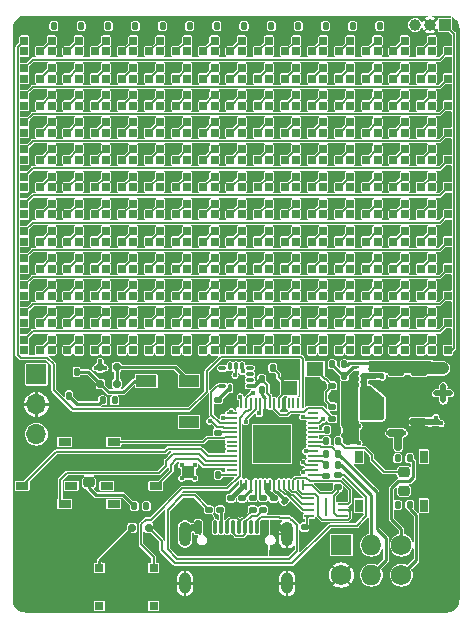
<source format=gbr>
%TF.GenerationSoftware,KiCad,Pcbnew,8.0.4*%
%TF.CreationDate,2024-09-02T23:34:24-07:00*%
%TF.ProjectId,badgesao,62616467-6573-4616-9f2e-6b696361645f,rev?*%
%TF.SameCoordinates,Original*%
%TF.FileFunction,Copper,L1,Top*%
%TF.FilePolarity,Positive*%
%FSLAX46Y46*%
G04 Gerber Fmt 4.6, Leading zero omitted, Abs format (unit mm)*
G04 Created by KiCad (PCBNEW 8.0.4) date 2024-09-02 23:34:24*
%MOMM*%
%LPD*%
G01*
G04 APERTURE LIST*
G04 Aperture macros list*
%AMRoundRect*
0 Rectangle with rounded corners*
0 $1 Rounding radius*
0 $2 $3 $4 $5 $6 $7 $8 $9 X,Y pos of 4 corners*
0 Add a 4 corners polygon primitive as box body*
4,1,4,$2,$3,$4,$5,$6,$7,$8,$9,$2,$3,0*
0 Add four circle primitives for the rounded corners*
1,1,$1+$1,$2,$3*
1,1,$1+$1,$4,$5*
1,1,$1+$1,$6,$7*
1,1,$1+$1,$8,$9*
0 Add four rect primitives between the rounded corners*
20,1,$1+$1,$2,$3,$4,$5,0*
20,1,$1+$1,$4,$5,$6,$7,0*
20,1,$1+$1,$6,$7,$8,$9,0*
20,1,$1+$1,$8,$9,$2,$3,0*%
%AMHorizOval*
0 Thick line with rounded ends*
0 $1 width*
0 $2 $3 position (X,Y) of the first rounded end (center of the circle)*
0 $4 $5 position (X,Y) of the second rounded end (center of the circle)*
0 Add line between two ends*
20,1,$1,$2,$3,$4,$5,0*
0 Add two circle primitives to create the rounded ends*
1,1,$1,$2,$3*
1,1,$1,$4,$5*%
G04 Aperture macros list end*
%TA.AperFunction,SMDPad,CuDef*%
%ADD10RoundRect,0.065000X0.260000X0.285000X-0.260000X0.285000X-0.260000X-0.285000X0.260000X-0.285000X0*%
%TD*%
%TA.AperFunction,ComponentPad*%
%ADD11R,1.000000X1.000000*%
%TD*%
%TA.AperFunction,ComponentPad*%
%ADD12HorizOval,1.000000X0.000000X0.000000X0.000000X0.000000X0*%
%TD*%
%TA.AperFunction,SMDPad,CuDef*%
%ADD13R,0.750000X0.700000*%
%TD*%
%TA.AperFunction,SMDPad,CuDef*%
%ADD14RoundRect,0.140000X-0.140000X-0.170000X0.140000X-0.170000X0.140000X0.170000X-0.140000X0.170000X0*%
%TD*%
%TA.AperFunction,SMDPad,CuDef*%
%ADD15RoundRect,0.150000X0.150000X0.200000X-0.150000X0.200000X-0.150000X-0.200000X0.150000X-0.200000X0*%
%TD*%
%TA.AperFunction,SMDPad,CuDef*%
%ADD16RoundRect,0.135000X-0.135000X-0.185000X0.135000X-0.185000X0.135000X0.185000X-0.135000X0.185000X0*%
%TD*%
%TA.AperFunction,SMDPad,CuDef*%
%ADD17RoundRect,0.112500X-0.112500X-0.237500X0.112500X-0.237500X0.112500X0.237500X-0.112500X0.237500X0*%
%TD*%
%TA.AperFunction,SMDPad,CuDef*%
%ADD18RoundRect,0.150000X-0.150000X-0.200000X0.150000X-0.200000X0.150000X0.200000X-0.150000X0.200000X0*%
%TD*%
%TA.AperFunction,ComponentPad*%
%ADD19R,1.700000X1.700000*%
%TD*%
%TA.AperFunction,ComponentPad*%
%ADD20O,1.700000X1.700000*%
%TD*%
%TA.AperFunction,SMDPad,CuDef*%
%ADD21RoundRect,0.135000X-0.185000X0.135000X-0.185000X-0.135000X0.185000X-0.135000X0.185000X0.135000X0*%
%TD*%
%TA.AperFunction,SMDPad,CuDef*%
%ADD22RoundRect,0.250000X-0.300000X0.300000X-0.300000X-0.300000X0.300000X-0.300000X0.300000X0.300000X0*%
%TD*%
%TA.AperFunction,SMDPad,CuDef*%
%ADD23R,1.700000X1.000000*%
%TD*%
%TA.AperFunction,SMDPad,CuDef*%
%ADD24RoundRect,0.062500X0.162500X0.062500X-0.162500X0.062500X-0.162500X-0.062500X0.162500X-0.062500X0*%
%TD*%
%TA.AperFunction,SMDPad,CuDef*%
%ADD25RoundRect,0.087500X0.487500X0.087500X-0.487500X0.087500X-0.487500X-0.087500X0.487500X-0.087500X0*%
%TD*%
%TA.AperFunction,SMDPad,CuDef*%
%ADD26RoundRect,0.050000X0.675000X0.050000X-0.675000X0.050000X-0.675000X-0.050000X0.675000X-0.050000X0*%
%TD*%
%TA.AperFunction,HeatsinkPad*%
%ADD27R,0.200000X1.600000*%
%TD*%
%TA.AperFunction,SMDPad,CuDef*%
%ADD28RoundRect,0.062500X0.387500X0.062500X-0.387500X0.062500X-0.387500X-0.062500X0.387500X-0.062500X0*%
%TD*%
%TA.AperFunction,ComponentPad*%
%ADD29O,1.000000X1.800000*%
%TD*%
%TA.AperFunction,ComponentPad*%
%ADD30O,1.000000X2.100000*%
%TD*%
%TA.AperFunction,SMDPad,CuDef*%
%ADD31RoundRect,0.150000X-0.150000X-0.425000X0.150000X-0.425000X0.150000X0.425000X-0.150000X0.425000X0*%
%TD*%
%TA.AperFunction,SMDPad,CuDef*%
%ADD32RoundRect,0.075000X-0.075000X-0.500000X0.075000X-0.500000X0.075000X0.500000X-0.075000X0.500000X0*%
%TD*%
%TA.AperFunction,SMDPad,CuDef*%
%ADD33RoundRect,0.135000X0.185000X-0.135000X0.185000X0.135000X-0.185000X0.135000X-0.185000X-0.135000X0*%
%TD*%
%TA.AperFunction,SMDPad,CuDef*%
%ADD34RoundRect,0.218750X-0.256250X0.218750X-0.256250X-0.218750X0.256250X-0.218750X0.256250X0.218750X0*%
%TD*%
%TA.AperFunction,SMDPad,CuDef*%
%ADD35RoundRect,0.112500X0.112500X-0.187500X0.112500X0.187500X-0.112500X0.187500X-0.112500X-0.187500X0*%
%TD*%
%TA.AperFunction,SMDPad,CuDef*%
%ADD36RoundRect,0.135000X0.135000X0.185000X-0.135000X0.185000X-0.135000X-0.185000X0.135000X-0.185000X0*%
%TD*%
%TA.AperFunction,SMDPad,CuDef*%
%ADD37RoundRect,0.250000X-0.475000X0.250000X-0.475000X-0.250000X0.475000X-0.250000X0.475000X0.250000X0*%
%TD*%
%TA.AperFunction,SMDPad,CuDef*%
%ADD38RoundRect,0.250000X-0.250000X-0.475000X0.250000X-0.475000X0.250000X0.475000X-0.250000X0.475000X0*%
%TD*%
%TA.AperFunction,SMDPad,CuDef*%
%ADD39RoundRect,0.250000X-0.375000X-0.850000X0.375000X-0.850000X0.375000X0.850000X-0.375000X0.850000X0*%
%TD*%
%TA.AperFunction,SMDPad,CuDef*%
%ADD40R,1.400000X1.200000*%
%TD*%
%TA.AperFunction,ComponentPad*%
%ADD41R,1.727200X1.727200*%
%TD*%
%TA.AperFunction,ComponentPad*%
%ADD42C,1.727200*%
%TD*%
%TA.AperFunction,ComponentPad*%
%ADD43O,1.727200X1.727200*%
%TD*%
%TA.AperFunction,SMDPad,CuDef*%
%ADD44RoundRect,0.050000X0.387500X0.050000X-0.387500X0.050000X-0.387500X-0.050000X0.387500X-0.050000X0*%
%TD*%
%TA.AperFunction,SMDPad,CuDef*%
%ADD45RoundRect,0.050000X0.050000X0.387500X-0.050000X0.387500X-0.050000X-0.387500X0.050000X-0.387500X0*%
%TD*%
%TA.AperFunction,HeatsinkPad*%
%ADD46R,3.200000X3.200000*%
%TD*%
%TA.AperFunction,SMDPad,CuDef*%
%ADD47RoundRect,0.087500X-0.225000X-0.087500X0.225000X-0.087500X0.225000X0.087500X-0.225000X0.087500X0*%
%TD*%
%TA.AperFunction,SMDPad,CuDef*%
%ADD48RoundRect,0.087500X-0.087500X-0.225000X0.087500X-0.225000X0.087500X0.225000X-0.087500X0.225000X0*%
%TD*%
%TA.AperFunction,SMDPad,CuDef*%
%ADD49RoundRect,0.150000X-0.587500X-0.150000X0.587500X-0.150000X0.587500X0.150000X-0.587500X0.150000X0*%
%TD*%
%TA.AperFunction,SMDPad,CuDef*%
%ADD50R,0.650000X1.050000*%
%TD*%
%TA.AperFunction,SMDPad,CuDef*%
%ADD51R,1.050000X0.650000*%
%TD*%
%TA.AperFunction,SMDPad,CuDef*%
%ADD52RoundRect,0.140000X0.170000X-0.140000X0.170000X0.140000X-0.170000X0.140000X-0.170000X-0.140000X0*%
%TD*%
%TA.AperFunction,SMDPad,CuDef*%
%ADD53RoundRect,0.140000X0.140000X0.170000X-0.140000X0.170000X-0.140000X-0.170000X0.140000X-0.170000X0*%
%TD*%
%TA.AperFunction,SMDPad,CuDef*%
%ADD54RoundRect,0.140000X-0.170000X0.140000X-0.170000X-0.140000X0.170000X-0.140000X0.170000X0.140000X0*%
%TD*%
%TA.AperFunction,SMDPad,CuDef*%
%ADD55RoundRect,0.140000X-0.219203X-0.021213X-0.021213X-0.219203X0.219203X0.021213X0.021213X0.219203X0*%
%TD*%
%TA.AperFunction,ViaPad*%
%ADD56C,0.400000*%
%TD*%
%TA.AperFunction,ViaPad*%
%ADD57C,0.500000*%
%TD*%
%TA.AperFunction,Conductor*%
%ADD58C,0.152400*%
%TD*%
%TA.AperFunction,Conductor*%
%ADD59C,0.203200*%
%TD*%
%TA.AperFunction,Conductor*%
%ADD60C,0.254000*%
%TD*%
%TA.AperFunction,Conductor*%
%ADD61C,0.177800*%
%TD*%
%TA.AperFunction,Conductor*%
%ADD62C,0.228600*%
%TD*%
%TA.AperFunction,Conductor*%
%ADD63C,0.127000*%
%TD*%
%TA.AperFunction,Conductor*%
%ADD64C,0.635000*%
%TD*%
%TA.AperFunction,Conductor*%
%ADD65C,0.406400*%
%TD*%
%TA.AperFunction,Conductor*%
%ADD66C,0.304800*%
%TD*%
%TA.AperFunction,Conductor*%
%ADD67C,1.000000*%
%TD*%
%TA.AperFunction,Conductor*%
%ADD68C,0.500000*%
%TD*%
%TA.AperFunction,Conductor*%
%ADD69C,0.508000*%
%TD*%
G04 APERTURE END LIST*
D10*
%TO.P,D192,DIN,DIN*%
%TO.N,Net-(D191-PadDOUT)*%
X143575000Y-78350000D03*
%TO.P,D192,DOUT,DOUT*%
%TO.N,/Display/WS2812_LASTDOUT*%
X144925000Y-79250000D03*
%TO.P,D192,VDD,VDD*%
%TO.N,+4V*%
X143575000Y-79250000D03*
%TO.P,D192,VSS,VSS*%
%TO.N,GND*%
X144925000Y-78350000D03*
%TD*%
%TO.P,D191,DIN,DIN*%
%TO.N,Net-(D190-PadDOUT)*%
X141275000Y-78350000D03*
%TO.P,D191,DOUT,DOUT*%
%TO.N,Net-(D191-PadDOUT)*%
X142625000Y-79250000D03*
%TO.P,D191,VDD,VDD*%
%TO.N,+4V*%
X141275000Y-79250000D03*
%TO.P,D191,VSS,VSS*%
%TO.N,GND*%
X142625000Y-78350000D03*
%TD*%
%TO.P,D190,DIN,DIN*%
%TO.N,Net-(D189-PadDOUT)*%
X138975000Y-78350000D03*
%TO.P,D190,DOUT,DOUT*%
%TO.N,Net-(D190-PadDOUT)*%
X140325000Y-79250000D03*
%TO.P,D190,VDD,VDD*%
%TO.N,+4V*%
X138975000Y-79250000D03*
%TO.P,D190,VSS,VSS*%
%TO.N,GND*%
X140325000Y-78350000D03*
%TD*%
%TO.P,D189,DIN,DIN*%
%TO.N,Net-(D188-PadDOUT)*%
X136675000Y-78350000D03*
%TO.P,D189,DOUT,DOUT*%
%TO.N,Net-(D189-PadDOUT)*%
X138025000Y-79250000D03*
%TO.P,D189,VDD,VDD*%
%TO.N,+4V*%
X136675000Y-79250000D03*
%TO.P,D189,VSS,VSS*%
%TO.N,GND*%
X138025000Y-78350000D03*
%TD*%
%TO.P,D188,DIN,DIN*%
%TO.N,Net-(D187-PadDOUT)*%
X134375000Y-78350000D03*
%TO.P,D188,DOUT,DOUT*%
%TO.N,Net-(D188-PadDOUT)*%
X135725000Y-79250000D03*
%TO.P,D188,VDD,VDD*%
%TO.N,+4V*%
X134375000Y-79250000D03*
%TO.P,D188,VSS,VSS*%
%TO.N,GND*%
X135725000Y-78350000D03*
%TD*%
%TO.P,D187,DIN,DIN*%
%TO.N,Net-(D186-PadDOUT)*%
X132075000Y-78350000D03*
%TO.P,D187,DOUT,DOUT*%
%TO.N,Net-(D187-PadDOUT)*%
X133425000Y-79250000D03*
%TO.P,D187,VDD,VDD*%
%TO.N,+4V*%
X132075000Y-79250000D03*
%TO.P,D187,VSS,VSS*%
%TO.N,GND*%
X133425000Y-78350000D03*
%TD*%
%TO.P,D186,DIN,DIN*%
%TO.N,Net-(D185-PadDOUT)*%
X129775000Y-78350000D03*
%TO.P,D186,DOUT,DOUT*%
%TO.N,Net-(D186-PadDOUT)*%
X131125000Y-79250000D03*
%TO.P,D186,VDD,VDD*%
%TO.N,+4V*%
X129775000Y-79250000D03*
%TO.P,D186,VSS,VSS*%
%TO.N,GND*%
X131125000Y-78350000D03*
%TD*%
%TO.P,D185,DIN,DIN*%
%TO.N,Net-(D184-PadDOUT)*%
X127475000Y-78350000D03*
%TO.P,D185,DOUT,DOUT*%
%TO.N,Net-(D185-PadDOUT)*%
X128825000Y-79250000D03*
%TO.P,D185,VDD,VDD*%
%TO.N,+4V*%
X127475000Y-79250000D03*
%TO.P,D185,VSS,VSS*%
%TO.N,GND*%
X128825000Y-78350000D03*
%TD*%
%TO.P,D184,DIN,DIN*%
%TO.N,Net-(D183-PadDOUT)*%
X125175000Y-78350000D03*
%TO.P,D184,DOUT,DOUT*%
%TO.N,Net-(D184-PadDOUT)*%
X126525000Y-79250000D03*
%TO.P,D184,VDD,VDD*%
%TO.N,+4V*%
X125175000Y-79250000D03*
%TO.P,D184,VSS,VSS*%
%TO.N,GND*%
X126525000Y-78350000D03*
%TD*%
%TO.P,D183,DIN,DIN*%
%TO.N,Net-(D182-PadDOUT)*%
X122875000Y-78350000D03*
%TO.P,D183,DOUT,DOUT*%
%TO.N,Net-(D183-PadDOUT)*%
X124225000Y-79250000D03*
%TO.P,D183,VDD,VDD*%
%TO.N,+4V*%
X122875000Y-79250000D03*
%TO.P,D183,VSS,VSS*%
%TO.N,GND*%
X124225000Y-78350000D03*
%TD*%
%TO.P,D182,DIN,DIN*%
%TO.N,Net-(D181-PadDOUT)*%
X120575000Y-78350000D03*
%TO.P,D182,DOUT,DOUT*%
%TO.N,Net-(D182-PadDOUT)*%
X121925000Y-79250000D03*
%TO.P,D182,VDD,VDD*%
%TO.N,+4V*%
X120575000Y-79250000D03*
%TO.P,D182,VSS,VSS*%
%TO.N,GND*%
X121925000Y-78350000D03*
%TD*%
%TO.P,D181,DIN,DIN*%
%TO.N,Net-(D180-PadDOUT)*%
X118275000Y-78350000D03*
%TO.P,D181,DOUT,DOUT*%
%TO.N,Net-(D181-PadDOUT)*%
X119625000Y-79250000D03*
%TO.P,D181,VDD,VDD*%
%TO.N,+4V*%
X118275000Y-79250000D03*
%TO.P,D181,VSS,VSS*%
%TO.N,GND*%
X119625000Y-78350000D03*
%TD*%
%TO.P,D180,DIN,DIN*%
%TO.N,Net-(D179-PadDOUT)*%
X115975000Y-78350000D03*
%TO.P,D180,DOUT,DOUT*%
%TO.N,Net-(D180-PadDOUT)*%
X117325000Y-79250000D03*
%TO.P,D180,VDD,VDD*%
%TO.N,+4V*%
X115975000Y-79250000D03*
%TO.P,D180,VSS,VSS*%
%TO.N,GND*%
X117325000Y-78350000D03*
%TD*%
%TO.P,D179,DIN,DIN*%
%TO.N,Net-(D178-PadDOUT)*%
X113675000Y-78350000D03*
%TO.P,D179,DOUT,DOUT*%
%TO.N,Net-(D179-PadDOUT)*%
X115025000Y-79250000D03*
%TO.P,D179,VDD,VDD*%
%TO.N,+4V*%
X113675000Y-79250000D03*
%TO.P,D179,VSS,VSS*%
%TO.N,GND*%
X115025000Y-78350000D03*
%TD*%
%TO.P,D178,DIN,DIN*%
%TO.N,Net-(D177-PadDOUT)*%
X111375000Y-78350000D03*
%TO.P,D178,DOUT,DOUT*%
%TO.N,Net-(D178-PadDOUT)*%
X112725000Y-79250000D03*
%TO.P,D178,VDD,VDD*%
%TO.N,+4V*%
X111375000Y-79250000D03*
%TO.P,D178,VSS,VSS*%
%TO.N,GND*%
X112725000Y-78350000D03*
%TD*%
%TO.P,D177,DIN,DIN*%
%TO.N,Net-(D176-PadDOUT)*%
X109075000Y-78350000D03*
%TO.P,D177,DOUT,DOUT*%
%TO.N,Net-(D177-PadDOUT)*%
X110425000Y-79250000D03*
%TO.P,D177,VDD,VDD*%
%TO.N,+4V*%
X109075000Y-79250000D03*
%TO.P,D177,VSS,VSS*%
%TO.N,GND*%
X110425000Y-78350000D03*
%TD*%
%TO.P,D176,DIN,DIN*%
%TO.N,Net-(D175-PadDOUT)*%
X143575000Y-76050000D03*
%TO.P,D176,DOUT,DOUT*%
%TO.N,Net-(D176-PadDOUT)*%
X144925000Y-76950000D03*
%TO.P,D176,VDD,VDD*%
%TO.N,+4V*%
X143575000Y-76950000D03*
%TO.P,D176,VSS,VSS*%
%TO.N,GND*%
X144925000Y-76050000D03*
%TD*%
%TO.P,D175,DIN,DIN*%
%TO.N,Net-(D174-PadDOUT)*%
X141275000Y-76050000D03*
%TO.P,D175,DOUT,DOUT*%
%TO.N,Net-(D175-PadDOUT)*%
X142625000Y-76950000D03*
%TO.P,D175,VDD,VDD*%
%TO.N,+4V*%
X141275000Y-76950000D03*
%TO.P,D175,VSS,VSS*%
%TO.N,GND*%
X142625000Y-76050000D03*
%TD*%
%TO.P,D174,DIN,DIN*%
%TO.N,Net-(D173-PadDOUT)*%
X138975000Y-76050000D03*
%TO.P,D174,DOUT,DOUT*%
%TO.N,Net-(D174-PadDOUT)*%
X140325000Y-76950000D03*
%TO.P,D174,VDD,VDD*%
%TO.N,+4V*%
X138975000Y-76950000D03*
%TO.P,D174,VSS,VSS*%
%TO.N,GND*%
X140325000Y-76050000D03*
%TD*%
%TO.P,D173,DIN,DIN*%
%TO.N,Net-(D172-PadDOUT)*%
X136675000Y-76050000D03*
%TO.P,D173,DOUT,DOUT*%
%TO.N,Net-(D173-PadDOUT)*%
X138025000Y-76950000D03*
%TO.P,D173,VDD,VDD*%
%TO.N,+4V*%
X136675000Y-76950000D03*
%TO.P,D173,VSS,VSS*%
%TO.N,GND*%
X138025000Y-76050000D03*
%TD*%
%TO.P,D172,DIN,DIN*%
%TO.N,Net-(D171-PadDOUT)*%
X134375000Y-76050000D03*
%TO.P,D172,DOUT,DOUT*%
%TO.N,Net-(D172-PadDOUT)*%
X135725000Y-76950000D03*
%TO.P,D172,VDD,VDD*%
%TO.N,+4V*%
X134375000Y-76950000D03*
%TO.P,D172,VSS,VSS*%
%TO.N,GND*%
X135725000Y-76050000D03*
%TD*%
%TO.P,D171,DIN,DIN*%
%TO.N,Net-(D170-PadDOUT)*%
X132075000Y-76050000D03*
%TO.P,D171,DOUT,DOUT*%
%TO.N,Net-(D171-PadDOUT)*%
X133425000Y-76950000D03*
%TO.P,D171,VDD,VDD*%
%TO.N,+4V*%
X132075000Y-76950000D03*
%TO.P,D171,VSS,VSS*%
%TO.N,GND*%
X133425000Y-76050000D03*
%TD*%
%TO.P,D169,DIN,DIN*%
%TO.N,Net-(D168-PadDOUT)*%
X127475000Y-76050000D03*
%TO.P,D169,DOUT,DOUT*%
%TO.N,Net-(D169-PadDOUT)*%
X128825000Y-76950000D03*
%TO.P,D169,VDD,VDD*%
%TO.N,+4V*%
X127475000Y-76950000D03*
%TO.P,D169,VSS,VSS*%
%TO.N,GND*%
X128825000Y-76050000D03*
%TD*%
%TO.P,D168,DIN,DIN*%
%TO.N,Net-(D167-PadDOUT)*%
X125175000Y-76050000D03*
%TO.P,D168,DOUT,DOUT*%
%TO.N,Net-(D168-PadDOUT)*%
X126525000Y-76950000D03*
%TO.P,D168,VDD,VDD*%
%TO.N,+4V*%
X125175000Y-76950000D03*
%TO.P,D168,VSS,VSS*%
%TO.N,GND*%
X126525000Y-76050000D03*
%TD*%
%TO.P,D167,DIN,DIN*%
%TO.N,Net-(D166-PadDOUT)*%
X122875000Y-76050000D03*
%TO.P,D167,DOUT,DOUT*%
%TO.N,Net-(D167-PadDOUT)*%
X124225000Y-76950000D03*
%TO.P,D167,VDD,VDD*%
%TO.N,+4V*%
X122875000Y-76950000D03*
%TO.P,D167,VSS,VSS*%
%TO.N,GND*%
X124225000Y-76050000D03*
%TD*%
%TO.P,D165,DIN,DIN*%
%TO.N,Net-(D164-PadDOUT)*%
X118275000Y-76050000D03*
%TO.P,D165,DOUT,DOUT*%
%TO.N,Net-(D165-PadDOUT)*%
X119625000Y-76950000D03*
%TO.P,D165,VDD,VDD*%
%TO.N,+4V*%
X118275000Y-76950000D03*
%TO.P,D165,VSS,VSS*%
%TO.N,GND*%
X119625000Y-76050000D03*
%TD*%
%TO.P,D164,DIN,DIN*%
%TO.N,Net-(D163-PadDOUT)*%
X115975000Y-76050000D03*
%TO.P,D164,DOUT,DOUT*%
%TO.N,Net-(D164-PadDOUT)*%
X117325000Y-76950000D03*
%TO.P,D164,VDD,VDD*%
%TO.N,+4V*%
X115975000Y-76950000D03*
%TO.P,D164,VSS,VSS*%
%TO.N,GND*%
X117325000Y-76050000D03*
%TD*%
%TO.P,D163,DIN,DIN*%
%TO.N,Net-(D162-PadDOUT)*%
X113675000Y-76050000D03*
%TO.P,D163,DOUT,DOUT*%
%TO.N,Net-(D163-PadDOUT)*%
X115025000Y-76950000D03*
%TO.P,D163,VDD,VDD*%
%TO.N,+4V*%
X113675000Y-76950000D03*
%TO.P,D163,VSS,VSS*%
%TO.N,GND*%
X115025000Y-76050000D03*
%TD*%
%TO.P,D162,DIN,DIN*%
%TO.N,Net-(D161-PadDOUT)*%
X111375000Y-76050000D03*
%TO.P,D162,DOUT,DOUT*%
%TO.N,Net-(D162-PadDOUT)*%
X112725000Y-76950000D03*
%TO.P,D162,VDD,VDD*%
%TO.N,+4V*%
X111375000Y-76950000D03*
%TO.P,D162,VSS,VSS*%
%TO.N,GND*%
X112725000Y-76050000D03*
%TD*%
%TO.P,D161,DIN,DIN*%
%TO.N,Net-(D160-PadDOUT)*%
X109075000Y-76050000D03*
%TO.P,D161,DOUT,DOUT*%
%TO.N,Net-(D161-PadDOUT)*%
X110425000Y-76950000D03*
%TO.P,D161,VDD,VDD*%
%TO.N,+4V*%
X109075000Y-76950000D03*
%TO.P,D161,VSS,VSS*%
%TO.N,GND*%
X110425000Y-76050000D03*
%TD*%
%TO.P,D160,DIN,DIN*%
%TO.N,Net-(D159-PadDOUT)*%
X143575000Y-73750000D03*
%TO.P,D160,DOUT,DOUT*%
%TO.N,Net-(D160-PadDOUT)*%
X144925000Y-74650000D03*
%TO.P,D160,VDD,VDD*%
%TO.N,+4V*%
X143575000Y-74650000D03*
%TO.P,D160,VSS,VSS*%
%TO.N,GND*%
X144925000Y-73750000D03*
%TD*%
%TO.P,D159,DIN,DIN*%
%TO.N,Net-(D158-PadDOUT)*%
X141275000Y-73750000D03*
%TO.P,D159,DOUT,DOUT*%
%TO.N,Net-(D159-PadDOUT)*%
X142625000Y-74650000D03*
%TO.P,D159,VDD,VDD*%
%TO.N,+4V*%
X141275000Y-74650000D03*
%TO.P,D159,VSS,VSS*%
%TO.N,GND*%
X142625000Y-73750000D03*
%TD*%
%TO.P,D158,DIN,DIN*%
%TO.N,Net-(D157-PadDOUT)*%
X138975000Y-73750000D03*
%TO.P,D158,DOUT,DOUT*%
%TO.N,Net-(D158-PadDOUT)*%
X140325000Y-74650000D03*
%TO.P,D158,VDD,VDD*%
%TO.N,+4V*%
X138975000Y-74650000D03*
%TO.P,D158,VSS,VSS*%
%TO.N,GND*%
X140325000Y-73750000D03*
%TD*%
%TO.P,D157,DIN,DIN*%
%TO.N,Net-(D156-PadDOUT)*%
X136675000Y-73750000D03*
%TO.P,D157,DOUT,DOUT*%
%TO.N,Net-(D157-PadDOUT)*%
X138025000Y-74650000D03*
%TO.P,D157,VDD,VDD*%
%TO.N,+4V*%
X136675000Y-74650000D03*
%TO.P,D157,VSS,VSS*%
%TO.N,GND*%
X138025000Y-73750000D03*
%TD*%
%TO.P,D156,DIN,DIN*%
%TO.N,Net-(D155-PadDOUT)*%
X134375000Y-73750000D03*
%TO.P,D156,DOUT,DOUT*%
%TO.N,Net-(D156-PadDOUT)*%
X135725000Y-74650000D03*
%TO.P,D156,VDD,VDD*%
%TO.N,+4V*%
X134375000Y-74650000D03*
%TO.P,D156,VSS,VSS*%
%TO.N,GND*%
X135725000Y-73750000D03*
%TD*%
%TO.P,D155,DIN,DIN*%
%TO.N,Net-(D154-PadDOUT)*%
X132075000Y-73750000D03*
%TO.P,D155,DOUT,DOUT*%
%TO.N,Net-(D155-PadDOUT)*%
X133425000Y-74650000D03*
%TO.P,D155,VDD,VDD*%
%TO.N,+4V*%
X132075000Y-74650000D03*
%TO.P,D155,VSS,VSS*%
%TO.N,GND*%
X133425000Y-73750000D03*
%TD*%
%TO.P,D154,DIN,DIN*%
%TO.N,Net-(D153-PadDOUT)*%
X129775000Y-73750000D03*
%TO.P,D154,DOUT,DOUT*%
%TO.N,Net-(D154-PadDOUT)*%
X131125000Y-74650000D03*
%TO.P,D154,VDD,VDD*%
%TO.N,+4V*%
X129775000Y-74650000D03*
%TO.P,D154,VSS,VSS*%
%TO.N,GND*%
X131125000Y-73750000D03*
%TD*%
%TO.P,D153,DIN,DIN*%
%TO.N,Net-(D152-PadDOUT)*%
X127475000Y-73750000D03*
%TO.P,D153,DOUT,DOUT*%
%TO.N,Net-(D153-PadDOUT)*%
X128825000Y-74650000D03*
%TO.P,D153,VDD,VDD*%
%TO.N,+4V*%
X127475000Y-74650000D03*
%TO.P,D153,VSS,VSS*%
%TO.N,GND*%
X128825000Y-73750000D03*
%TD*%
%TO.P,D152,DIN,DIN*%
%TO.N,Net-(D151-PadDOUT)*%
X125175000Y-73750000D03*
%TO.P,D152,DOUT,DOUT*%
%TO.N,Net-(D152-PadDOUT)*%
X126525000Y-74650000D03*
%TO.P,D152,VDD,VDD*%
%TO.N,+4V*%
X125175000Y-74650000D03*
%TO.P,D152,VSS,VSS*%
%TO.N,GND*%
X126525000Y-73750000D03*
%TD*%
%TO.P,D151,DIN,DIN*%
%TO.N,Net-(D150-PadDOUT)*%
X122875000Y-73750000D03*
%TO.P,D151,DOUT,DOUT*%
%TO.N,Net-(D151-PadDOUT)*%
X124225000Y-74650000D03*
%TO.P,D151,VDD,VDD*%
%TO.N,+4V*%
X122875000Y-74650000D03*
%TO.P,D151,VSS,VSS*%
%TO.N,GND*%
X124225000Y-73750000D03*
%TD*%
%TO.P,D150,DIN,DIN*%
%TO.N,Net-(D149-PadDOUT)*%
X120575000Y-73750000D03*
%TO.P,D150,DOUT,DOUT*%
%TO.N,Net-(D150-PadDOUT)*%
X121925000Y-74650000D03*
%TO.P,D150,VDD,VDD*%
%TO.N,+4V*%
X120575000Y-74650000D03*
%TO.P,D150,VSS,VSS*%
%TO.N,GND*%
X121925000Y-73750000D03*
%TD*%
%TO.P,D149,DIN,DIN*%
%TO.N,Net-(D148-PadDOUT)*%
X118275000Y-73750000D03*
%TO.P,D149,DOUT,DOUT*%
%TO.N,Net-(D149-PadDOUT)*%
X119625000Y-74650000D03*
%TO.P,D149,VDD,VDD*%
%TO.N,+4V*%
X118275000Y-74650000D03*
%TO.P,D149,VSS,VSS*%
%TO.N,GND*%
X119625000Y-73750000D03*
%TD*%
%TO.P,D148,DIN,DIN*%
%TO.N,Net-(D147-PadDOUT)*%
X115975000Y-73750000D03*
%TO.P,D148,DOUT,DOUT*%
%TO.N,Net-(D148-PadDOUT)*%
X117325000Y-74650000D03*
%TO.P,D148,VDD,VDD*%
%TO.N,+4V*%
X115975000Y-74650000D03*
%TO.P,D148,VSS,VSS*%
%TO.N,GND*%
X117325000Y-73750000D03*
%TD*%
%TO.P,D147,DIN,DIN*%
%TO.N,Net-(D146-PadDOUT)*%
X113675000Y-73750000D03*
%TO.P,D147,DOUT,DOUT*%
%TO.N,Net-(D147-PadDOUT)*%
X115025000Y-74650000D03*
%TO.P,D147,VDD,VDD*%
%TO.N,+4V*%
X113675000Y-74650000D03*
%TO.P,D147,VSS,VSS*%
%TO.N,GND*%
X115025000Y-73750000D03*
%TD*%
%TO.P,D146,DIN,DIN*%
%TO.N,Net-(D145-PadDOUT)*%
X111375000Y-73750000D03*
%TO.P,D146,DOUT,DOUT*%
%TO.N,Net-(D146-PadDOUT)*%
X112725000Y-74650000D03*
%TO.P,D146,VDD,VDD*%
%TO.N,+4V*%
X111375000Y-74650000D03*
%TO.P,D146,VSS,VSS*%
%TO.N,GND*%
X112725000Y-73750000D03*
%TD*%
%TO.P,D145,DIN,DIN*%
%TO.N,Net-(D144-PadDOUT)*%
X109075000Y-73750000D03*
%TO.P,D145,DOUT,DOUT*%
%TO.N,Net-(D145-PadDOUT)*%
X110425000Y-74650000D03*
%TO.P,D145,VDD,VDD*%
%TO.N,+4V*%
X109075000Y-74650000D03*
%TO.P,D145,VSS,VSS*%
%TO.N,GND*%
X110425000Y-73750000D03*
%TD*%
%TO.P,D144,DIN,DIN*%
%TO.N,Net-(D143-PadDOUT)*%
X143575000Y-71450000D03*
%TO.P,D144,DOUT,DOUT*%
%TO.N,Net-(D144-PadDOUT)*%
X144925000Y-72350000D03*
%TO.P,D144,VDD,VDD*%
%TO.N,+4V*%
X143575000Y-72350000D03*
%TO.P,D144,VSS,VSS*%
%TO.N,GND*%
X144925000Y-71450000D03*
%TD*%
%TO.P,D143,DIN,DIN*%
%TO.N,Net-(D142-PadDOUT)*%
X141275000Y-71450000D03*
%TO.P,D143,DOUT,DOUT*%
%TO.N,Net-(D143-PadDOUT)*%
X142625000Y-72350000D03*
%TO.P,D143,VDD,VDD*%
%TO.N,+4V*%
X141275000Y-72350000D03*
%TO.P,D143,VSS,VSS*%
%TO.N,GND*%
X142625000Y-71450000D03*
%TD*%
%TO.P,D142,DIN,DIN*%
%TO.N,Net-(D141-PadDOUT)*%
X138975000Y-71450000D03*
%TO.P,D142,DOUT,DOUT*%
%TO.N,Net-(D142-PadDOUT)*%
X140325000Y-72350000D03*
%TO.P,D142,VDD,VDD*%
%TO.N,+4V*%
X138975000Y-72350000D03*
%TO.P,D142,VSS,VSS*%
%TO.N,GND*%
X140325000Y-71450000D03*
%TD*%
%TO.P,D141,DIN,DIN*%
%TO.N,Net-(D140-PadDOUT)*%
X136675000Y-71450000D03*
%TO.P,D141,DOUT,DOUT*%
%TO.N,Net-(D141-PadDOUT)*%
X138025000Y-72350000D03*
%TO.P,D141,VDD,VDD*%
%TO.N,+4V*%
X136675000Y-72350000D03*
%TO.P,D141,VSS,VSS*%
%TO.N,GND*%
X138025000Y-71450000D03*
%TD*%
%TO.P,D139,DIN,DIN*%
%TO.N,Net-(D138-PadDOUT)*%
X132075000Y-71450000D03*
%TO.P,D139,DOUT,DOUT*%
%TO.N,Net-(D139-PadDOUT)*%
X133425000Y-72350000D03*
%TO.P,D139,VDD,VDD*%
%TO.N,+4V*%
X132075000Y-72350000D03*
%TO.P,D139,VSS,VSS*%
%TO.N,GND*%
X133425000Y-71450000D03*
%TD*%
%TO.P,D138,DIN,DIN*%
%TO.N,Net-(D137-PadDOUT)*%
X129775000Y-71450000D03*
%TO.P,D138,DOUT,DOUT*%
%TO.N,Net-(D138-PadDOUT)*%
X131125000Y-72350000D03*
%TO.P,D138,VDD,VDD*%
%TO.N,+4V*%
X129775000Y-72350000D03*
%TO.P,D138,VSS,VSS*%
%TO.N,GND*%
X131125000Y-71450000D03*
%TD*%
%TO.P,D137,DIN,DIN*%
%TO.N,Net-(D136-PadDOUT)*%
X127475000Y-71450000D03*
%TO.P,D137,DOUT,DOUT*%
%TO.N,Net-(D137-PadDOUT)*%
X128825000Y-72350000D03*
%TO.P,D137,VDD,VDD*%
%TO.N,+4V*%
X127475000Y-72350000D03*
%TO.P,D137,VSS,VSS*%
%TO.N,GND*%
X128825000Y-71450000D03*
%TD*%
%TO.P,D136,DIN,DIN*%
%TO.N,Net-(D135-PadDOUT)*%
X125175000Y-71450000D03*
%TO.P,D136,DOUT,DOUT*%
%TO.N,Net-(D136-PadDOUT)*%
X126525000Y-72350000D03*
%TO.P,D136,VDD,VDD*%
%TO.N,+4V*%
X125175000Y-72350000D03*
%TO.P,D136,VSS,VSS*%
%TO.N,GND*%
X126525000Y-71450000D03*
%TD*%
%TO.P,D135,DIN,DIN*%
%TO.N,Net-(D134-PadDOUT)*%
X122875000Y-71450000D03*
%TO.P,D135,DOUT,DOUT*%
%TO.N,Net-(D135-PadDOUT)*%
X124225000Y-72350000D03*
%TO.P,D135,VDD,VDD*%
%TO.N,+4V*%
X122875000Y-72350000D03*
%TO.P,D135,VSS,VSS*%
%TO.N,GND*%
X124225000Y-71450000D03*
%TD*%
%TO.P,D134,DIN,DIN*%
%TO.N,Net-(D133-PadDOUT)*%
X120575000Y-71450000D03*
%TO.P,D134,DOUT,DOUT*%
%TO.N,Net-(D134-PadDOUT)*%
X121925000Y-72350000D03*
%TO.P,D134,VDD,VDD*%
%TO.N,+4V*%
X120575000Y-72350000D03*
%TO.P,D134,VSS,VSS*%
%TO.N,GND*%
X121925000Y-71450000D03*
%TD*%
%TO.P,D132,DIN,DIN*%
%TO.N,Net-(D131-PadDOUT)*%
X115975000Y-71450000D03*
%TO.P,D132,DOUT,DOUT*%
%TO.N,Net-(D132-PadDOUT)*%
X117325000Y-72350000D03*
%TO.P,D132,VDD,VDD*%
%TO.N,+4V*%
X115975000Y-72350000D03*
%TO.P,D132,VSS,VSS*%
%TO.N,GND*%
X117325000Y-71450000D03*
%TD*%
%TO.P,D131,DIN,DIN*%
%TO.N,Net-(D130-PadDOUT)*%
X113675000Y-71450000D03*
%TO.P,D131,DOUT,DOUT*%
%TO.N,Net-(D131-PadDOUT)*%
X115025000Y-72350000D03*
%TO.P,D131,VDD,VDD*%
%TO.N,+4V*%
X113675000Y-72350000D03*
%TO.P,D131,VSS,VSS*%
%TO.N,GND*%
X115025000Y-71450000D03*
%TD*%
%TO.P,D130,DIN,DIN*%
%TO.N,Net-(D129-PadDOUT)*%
X111375000Y-71450000D03*
%TO.P,D130,DOUT,DOUT*%
%TO.N,Net-(D130-PadDOUT)*%
X112725000Y-72350000D03*
%TO.P,D130,VDD,VDD*%
%TO.N,+4V*%
X111375000Y-72350000D03*
%TO.P,D130,VSS,VSS*%
%TO.N,GND*%
X112725000Y-71450000D03*
%TD*%
%TO.P,D129,DIN,DIN*%
%TO.N,Net-(D128-PadDOUT)*%
X109075000Y-71450000D03*
%TO.P,D129,DOUT,DOUT*%
%TO.N,Net-(D129-PadDOUT)*%
X110425000Y-72350000D03*
%TO.P,D129,VDD,VDD*%
%TO.N,+4V*%
X109075000Y-72350000D03*
%TO.P,D129,VSS,VSS*%
%TO.N,GND*%
X110425000Y-71450000D03*
%TD*%
%TO.P,D128,DIN,DIN*%
%TO.N,Net-(D127-PadDOUT)*%
X143575000Y-69150000D03*
%TO.P,D128,DOUT,DOUT*%
%TO.N,Net-(D128-PadDOUT)*%
X144925000Y-70050000D03*
%TO.P,D128,VDD,VDD*%
%TO.N,+4V*%
X143575000Y-70050000D03*
%TO.P,D128,VSS,VSS*%
%TO.N,GND*%
X144925000Y-69150000D03*
%TD*%
%TO.P,D127,DIN,DIN*%
%TO.N,Net-(D126-PadDOUT)*%
X141275000Y-69150000D03*
%TO.P,D127,DOUT,DOUT*%
%TO.N,Net-(D127-PadDOUT)*%
X142625000Y-70050000D03*
%TO.P,D127,VDD,VDD*%
%TO.N,+4V*%
X141275000Y-70050000D03*
%TO.P,D127,VSS,VSS*%
%TO.N,GND*%
X142625000Y-69150000D03*
%TD*%
%TO.P,D126,DIN,DIN*%
%TO.N,Net-(D125-PadDOUT)*%
X138975000Y-69150000D03*
%TO.P,D126,DOUT,DOUT*%
%TO.N,Net-(D126-PadDOUT)*%
X140325000Y-70050000D03*
%TO.P,D126,VDD,VDD*%
%TO.N,+4V*%
X138975000Y-70050000D03*
%TO.P,D126,VSS,VSS*%
%TO.N,GND*%
X140325000Y-69150000D03*
%TD*%
%TO.P,D125,DIN,DIN*%
%TO.N,Net-(D124-PadDOUT)*%
X136675000Y-69150000D03*
%TO.P,D125,DOUT,DOUT*%
%TO.N,Net-(D125-PadDOUT)*%
X138025000Y-70050000D03*
%TO.P,D125,VDD,VDD*%
%TO.N,+4V*%
X136675000Y-70050000D03*
%TO.P,D125,VSS,VSS*%
%TO.N,GND*%
X138025000Y-69150000D03*
%TD*%
%TO.P,D124,DIN,DIN*%
%TO.N,Net-(D123-PadDOUT)*%
X134375000Y-69150000D03*
%TO.P,D124,DOUT,DOUT*%
%TO.N,Net-(D124-PadDOUT)*%
X135725000Y-70050000D03*
%TO.P,D124,VDD,VDD*%
%TO.N,+4V*%
X134375000Y-70050000D03*
%TO.P,D124,VSS,VSS*%
%TO.N,GND*%
X135725000Y-69150000D03*
%TD*%
%TO.P,D123,DIN,DIN*%
%TO.N,Net-(D122-PadDOUT)*%
X132075000Y-69150000D03*
%TO.P,D123,DOUT,DOUT*%
%TO.N,Net-(D123-PadDOUT)*%
X133425000Y-70050000D03*
%TO.P,D123,VDD,VDD*%
%TO.N,+4V*%
X132075000Y-70050000D03*
%TO.P,D123,VSS,VSS*%
%TO.N,GND*%
X133425000Y-69150000D03*
%TD*%
%TO.P,D122,DIN,DIN*%
%TO.N,Net-(D121-PadDOUT)*%
X129775000Y-69150000D03*
%TO.P,D122,DOUT,DOUT*%
%TO.N,Net-(D122-PadDOUT)*%
X131125000Y-70050000D03*
%TO.P,D122,VDD,VDD*%
%TO.N,+4V*%
X129775000Y-70050000D03*
%TO.P,D122,VSS,VSS*%
%TO.N,GND*%
X131125000Y-69150000D03*
%TD*%
%TO.P,D121,DIN,DIN*%
%TO.N,Net-(D120-PadDOUT)*%
X127475000Y-69150000D03*
%TO.P,D121,DOUT,DOUT*%
%TO.N,Net-(D121-PadDOUT)*%
X128825000Y-70050000D03*
%TO.P,D121,VDD,VDD*%
%TO.N,+4V*%
X127475000Y-70050000D03*
%TO.P,D121,VSS,VSS*%
%TO.N,GND*%
X128825000Y-69150000D03*
%TD*%
%TO.P,D120,DIN,DIN*%
%TO.N,Net-(D119-PadDOUT)*%
X125175000Y-69150000D03*
%TO.P,D120,DOUT,DOUT*%
%TO.N,Net-(D120-PadDOUT)*%
X126525000Y-70050000D03*
%TO.P,D120,VDD,VDD*%
%TO.N,+4V*%
X125175000Y-70050000D03*
%TO.P,D120,VSS,VSS*%
%TO.N,GND*%
X126525000Y-69150000D03*
%TD*%
%TO.P,D119,DIN,DIN*%
%TO.N,Net-(D118-PadDOUT)*%
X122875000Y-69150000D03*
%TO.P,D119,DOUT,DOUT*%
%TO.N,Net-(D119-PadDOUT)*%
X124225000Y-70050000D03*
%TO.P,D119,VDD,VDD*%
%TO.N,+4V*%
X122875000Y-70050000D03*
%TO.P,D119,VSS,VSS*%
%TO.N,GND*%
X124225000Y-69150000D03*
%TD*%
%TO.P,D118,DIN,DIN*%
%TO.N,Net-(D117-PadDOUT)*%
X120575000Y-69150000D03*
%TO.P,D118,DOUT,DOUT*%
%TO.N,Net-(D118-PadDOUT)*%
X121925000Y-70050000D03*
%TO.P,D118,VDD,VDD*%
%TO.N,+4V*%
X120575000Y-70050000D03*
%TO.P,D118,VSS,VSS*%
%TO.N,GND*%
X121925000Y-69150000D03*
%TD*%
%TO.P,D117,DIN,DIN*%
%TO.N,Net-(D116-PadDOUT)*%
X118275000Y-69150000D03*
%TO.P,D117,DOUT,DOUT*%
%TO.N,Net-(D117-PadDOUT)*%
X119625000Y-70050000D03*
%TO.P,D117,VDD,VDD*%
%TO.N,+4V*%
X118275000Y-70050000D03*
%TO.P,D117,VSS,VSS*%
%TO.N,GND*%
X119625000Y-69150000D03*
%TD*%
%TO.P,D116,DIN,DIN*%
%TO.N,Net-(D115-PadDOUT)*%
X115975000Y-69150000D03*
%TO.P,D116,DOUT,DOUT*%
%TO.N,Net-(D116-PadDOUT)*%
X117325000Y-70050000D03*
%TO.P,D116,VDD,VDD*%
%TO.N,+4V*%
X115975000Y-70050000D03*
%TO.P,D116,VSS,VSS*%
%TO.N,GND*%
X117325000Y-69150000D03*
%TD*%
%TO.P,D115,DIN,DIN*%
%TO.N,Net-(D114-PadDOUT)*%
X113675000Y-69150000D03*
%TO.P,D115,DOUT,DOUT*%
%TO.N,Net-(D115-PadDOUT)*%
X115025000Y-70050000D03*
%TO.P,D115,VDD,VDD*%
%TO.N,+4V*%
X113675000Y-70050000D03*
%TO.P,D115,VSS,VSS*%
%TO.N,GND*%
X115025000Y-69150000D03*
%TD*%
%TO.P,D114,DIN,DIN*%
%TO.N,Net-(D113-PadDOUT)*%
X111375000Y-69150000D03*
%TO.P,D114,DOUT,DOUT*%
%TO.N,Net-(D114-PadDOUT)*%
X112725000Y-70050000D03*
%TO.P,D114,VDD,VDD*%
%TO.N,+4V*%
X111375000Y-70050000D03*
%TO.P,D114,VSS,VSS*%
%TO.N,GND*%
X112725000Y-69150000D03*
%TD*%
%TO.P,D113,DIN,DIN*%
%TO.N,Net-(D112-PadDOUT)*%
X109075000Y-69150000D03*
%TO.P,D113,DOUT,DOUT*%
%TO.N,Net-(D113-PadDOUT)*%
X110425000Y-70050000D03*
%TO.P,D113,VDD,VDD*%
%TO.N,+4V*%
X109075000Y-70050000D03*
%TO.P,D113,VSS,VSS*%
%TO.N,GND*%
X110425000Y-69150000D03*
%TD*%
%TO.P,D112,DIN,DIN*%
%TO.N,Net-(D111-PadDOUT)*%
X143575000Y-66850000D03*
%TO.P,D112,DOUT,DOUT*%
%TO.N,Net-(D112-PadDOUT)*%
X144925000Y-67750000D03*
%TO.P,D112,VDD,VDD*%
%TO.N,+4V*%
X143575000Y-67750000D03*
%TO.P,D112,VSS,VSS*%
%TO.N,GND*%
X144925000Y-66850000D03*
%TD*%
%TO.P,D111,DIN,DIN*%
%TO.N,Net-(D110-PadDOUT)*%
X141275000Y-66850000D03*
%TO.P,D111,DOUT,DOUT*%
%TO.N,Net-(D111-PadDOUT)*%
X142625000Y-67750000D03*
%TO.P,D111,VDD,VDD*%
%TO.N,+4V*%
X141275000Y-67750000D03*
%TO.P,D111,VSS,VSS*%
%TO.N,GND*%
X142625000Y-66850000D03*
%TD*%
%TO.P,D110,DIN,DIN*%
%TO.N,Net-(D109-PadDOUT)*%
X138975000Y-66850000D03*
%TO.P,D110,DOUT,DOUT*%
%TO.N,Net-(D110-PadDOUT)*%
X140325000Y-67750000D03*
%TO.P,D110,VDD,VDD*%
%TO.N,+4V*%
X138975000Y-67750000D03*
%TO.P,D110,VSS,VSS*%
%TO.N,GND*%
X140325000Y-66850000D03*
%TD*%
%TO.P,D109,DIN,DIN*%
%TO.N,Net-(D108-PadDOUT)*%
X136675000Y-66850000D03*
%TO.P,D109,DOUT,DOUT*%
%TO.N,Net-(D109-PadDOUT)*%
X138025000Y-67750000D03*
%TO.P,D109,VDD,VDD*%
%TO.N,+4V*%
X136675000Y-67750000D03*
%TO.P,D109,VSS,VSS*%
%TO.N,GND*%
X138025000Y-66850000D03*
%TD*%
%TO.P,D108,DIN,DIN*%
%TO.N,Net-(D107-PadDOUT)*%
X134375000Y-66850000D03*
%TO.P,D108,DOUT,DOUT*%
%TO.N,Net-(D108-PadDOUT)*%
X135725000Y-67750000D03*
%TO.P,D108,VDD,VDD*%
%TO.N,+4V*%
X134375000Y-67750000D03*
%TO.P,D108,VSS,VSS*%
%TO.N,GND*%
X135725000Y-66850000D03*
%TD*%
%TO.P,D107,DIN,DIN*%
%TO.N,Net-(D106-PadDOUT)*%
X132075000Y-66850000D03*
%TO.P,D107,DOUT,DOUT*%
%TO.N,Net-(D107-PadDOUT)*%
X133425000Y-67750000D03*
%TO.P,D107,VDD,VDD*%
%TO.N,+4V*%
X132075000Y-67750000D03*
%TO.P,D107,VSS,VSS*%
%TO.N,GND*%
X133425000Y-66850000D03*
%TD*%
%TO.P,D106,DIN,DIN*%
%TO.N,Net-(D105-PadDOUT)*%
X129775000Y-66850000D03*
%TO.P,D106,DOUT,DOUT*%
%TO.N,Net-(D106-PadDOUT)*%
X131125000Y-67750000D03*
%TO.P,D106,VDD,VDD*%
%TO.N,+4V*%
X129775000Y-67750000D03*
%TO.P,D106,VSS,VSS*%
%TO.N,GND*%
X131125000Y-66850000D03*
%TD*%
%TO.P,D105,DIN,DIN*%
%TO.N,Net-(D104-PadDOUT)*%
X127475000Y-66850000D03*
%TO.P,D105,DOUT,DOUT*%
%TO.N,Net-(D105-PadDOUT)*%
X128825000Y-67750000D03*
%TO.P,D105,VDD,VDD*%
%TO.N,+4V*%
X127475000Y-67750000D03*
%TO.P,D105,VSS,VSS*%
%TO.N,GND*%
X128825000Y-66850000D03*
%TD*%
%TO.P,D104,DIN,DIN*%
%TO.N,Net-(D103-PadDOUT)*%
X125175000Y-66850000D03*
%TO.P,D104,DOUT,DOUT*%
%TO.N,Net-(D104-PadDOUT)*%
X126525000Y-67750000D03*
%TO.P,D104,VDD,VDD*%
%TO.N,+4V*%
X125175000Y-67750000D03*
%TO.P,D104,VSS,VSS*%
%TO.N,GND*%
X126525000Y-66850000D03*
%TD*%
%TO.P,D103,DIN,DIN*%
%TO.N,Net-(D102-PadDOUT)*%
X122875000Y-66850000D03*
%TO.P,D103,DOUT,DOUT*%
%TO.N,Net-(D103-PadDOUT)*%
X124225000Y-67750000D03*
%TO.P,D103,VDD,VDD*%
%TO.N,+4V*%
X122875000Y-67750000D03*
%TO.P,D103,VSS,VSS*%
%TO.N,GND*%
X124225000Y-66850000D03*
%TD*%
%TO.P,D102,DIN,DIN*%
%TO.N,Net-(D101-PadDOUT)*%
X120575000Y-66850000D03*
%TO.P,D102,DOUT,DOUT*%
%TO.N,Net-(D102-PadDOUT)*%
X121925000Y-67750000D03*
%TO.P,D102,VDD,VDD*%
%TO.N,+4V*%
X120575000Y-67750000D03*
%TO.P,D102,VSS,VSS*%
%TO.N,GND*%
X121925000Y-66850000D03*
%TD*%
%TO.P,D101,DIN,DIN*%
%TO.N,Net-(D100-PadDOUT)*%
X118275000Y-66850000D03*
%TO.P,D101,DOUT,DOUT*%
%TO.N,Net-(D101-PadDOUT)*%
X119625000Y-67750000D03*
%TO.P,D101,VDD,VDD*%
%TO.N,+4V*%
X118275000Y-67750000D03*
%TO.P,D101,VSS,VSS*%
%TO.N,GND*%
X119625000Y-66850000D03*
%TD*%
%TO.P,D100,DIN,DIN*%
%TO.N,Net-(D100-PadDIN)*%
X115975000Y-66850000D03*
%TO.P,D100,DOUT,DOUT*%
%TO.N,Net-(D100-PadDOUT)*%
X117325000Y-67750000D03*
%TO.P,D100,VDD,VDD*%
%TO.N,+4V*%
X115975000Y-67750000D03*
%TO.P,D100,VSS,VSS*%
%TO.N,GND*%
X117325000Y-66850000D03*
%TD*%
%TO.P,D99,DIN,DIN*%
%TO.N,Net-(D98-PadDOUT)*%
X113675000Y-66850000D03*
%TO.P,D99,DOUT,DOUT*%
%TO.N,Net-(D100-PadDIN)*%
X115025000Y-67750000D03*
%TO.P,D99,VDD,VDD*%
%TO.N,+4V*%
X113675000Y-67750000D03*
%TO.P,D99,VSS,VSS*%
%TO.N,GND*%
X115025000Y-66850000D03*
%TD*%
%TO.P,D98,DIN,DIN*%
%TO.N,Net-(D97-PadDOUT)*%
X111375000Y-66850000D03*
%TO.P,D98,DOUT,DOUT*%
%TO.N,Net-(D98-PadDOUT)*%
X112725000Y-67750000D03*
%TO.P,D98,VDD,VDD*%
%TO.N,+4V*%
X111375000Y-67750000D03*
%TO.P,D98,VSS,VSS*%
%TO.N,GND*%
X112725000Y-66850000D03*
%TD*%
%TO.P,D97,DIN,DIN*%
%TO.N,Net-(D96-PadDOUT)*%
X109075000Y-66850000D03*
%TO.P,D97,DOUT,DOUT*%
%TO.N,Net-(D97-PadDOUT)*%
X110425000Y-67750000D03*
%TO.P,D97,VDD,VDD*%
%TO.N,+4V*%
X109075000Y-67750000D03*
%TO.P,D97,VSS,VSS*%
%TO.N,GND*%
X110425000Y-66850000D03*
%TD*%
%TO.P,D96,DIN,DIN*%
%TO.N,Net-(D95-PadDOUT)*%
X143575000Y-64550000D03*
%TO.P,D96,DOUT,DOUT*%
%TO.N,Net-(D96-PadDOUT)*%
X144925000Y-65450000D03*
%TO.P,D96,VDD,VDD*%
%TO.N,+4V*%
X143575000Y-65450000D03*
%TO.P,D96,VSS,VSS*%
%TO.N,GND*%
X144925000Y-64550000D03*
%TD*%
%TO.P,D95,DIN,DIN*%
%TO.N,Net-(D94-PadDOUT)*%
X141275000Y-64550000D03*
%TO.P,D95,DOUT,DOUT*%
%TO.N,Net-(D95-PadDOUT)*%
X142625000Y-65450000D03*
%TO.P,D95,VDD,VDD*%
%TO.N,+4V*%
X141275000Y-65450000D03*
%TO.P,D95,VSS,VSS*%
%TO.N,GND*%
X142625000Y-64550000D03*
%TD*%
%TO.P,D94,DIN,DIN*%
%TO.N,Net-(D93-PadDOUT)*%
X138975000Y-64550000D03*
%TO.P,D94,DOUT,DOUT*%
%TO.N,Net-(D94-PadDOUT)*%
X140325000Y-65450000D03*
%TO.P,D94,VDD,VDD*%
%TO.N,+4V*%
X138975000Y-65450000D03*
%TO.P,D94,VSS,VSS*%
%TO.N,GND*%
X140325000Y-64550000D03*
%TD*%
%TO.P,D93,DIN,DIN*%
%TO.N,Net-(D92-PadDOUT)*%
X136675000Y-64550000D03*
%TO.P,D93,DOUT,DOUT*%
%TO.N,Net-(D93-PadDOUT)*%
X138025000Y-65450000D03*
%TO.P,D93,VDD,VDD*%
%TO.N,+4V*%
X136675000Y-65450000D03*
%TO.P,D93,VSS,VSS*%
%TO.N,GND*%
X138025000Y-64550000D03*
%TD*%
%TO.P,D92,DIN,DIN*%
%TO.N,Net-(D91-PadDOUT)*%
X134375000Y-64550000D03*
%TO.P,D92,DOUT,DOUT*%
%TO.N,Net-(D92-PadDOUT)*%
X135725000Y-65450000D03*
%TO.P,D92,VDD,VDD*%
%TO.N,+4V*%
X134375000Y-65450000D03*
%TO.P,D92,VSS,VSS*%
%TO.N,GND*%
X135725000Y-64550000D03*
%TD*%
%TO.P,D91,DIN,DIN*%
%TO.N,Net-(D90-PadDOUT)*%
X132075000Y-64550000D03*
%TO.P,D91,DOUT,DOUT*%
%TO.N,Net-(D91-PadDOUT)*%
X133425000Y-65450000D03*
%TO.P,D91,VDD,VDD*%
%TO.N,+4V*%
X132075000Y-65450000D03*
%TO.P,D91,VSS,VSS*%
%TO.N,GND*%
X133425000Y-64550000D03*
%TD*%
%TO.P,D90,DIN,DIN*%
%TO.N,Net-(D89-PadDOUT)*%
X129775000Y-64550000D03*
%TO.P,D90,DOUT,DOUT*%
%TO.N,Net-(D90-PadDOUT)*%
X131125000Y-65450000D03*
%TO.P,D90,VDD,VDD*%
%TO.N,+4V*%
X129775000Y-65450000D03*
%TO.P,D90,VSS,VSS*%
%TO.N,GND*%
X131125000Y-64550000D03*
%TD*%
%TO.P,D89,DIN,DIN*%
%TO.N,Net-(D88-PadDOUT)*%
X127475000Y-64550000D03*
%TO.P,D89,DOUT,DOUT*%
%TO.N,Net-(D89-PadDOUT)*%
X128825000Y-65450000D03*
%TO.P,D89,VDD,VDD*%
%TO.N,+4V*%
X127475000Y-65450000D03*
%TO.P,D89,VSS,VSS*%
%TO.N,GND*%
X128825000Y-64550000D03*
%TD*%
%TO.P,D88,DIN,DIN*%
%TO.N,Net-(D87-PadDOUT)*%
X125175000Y-64550000D03*
%TO.P,D88,DOUT,DOUT*%
%TO.N,Net-(D88-PadDOUT)*%
X126525000Y-65450000D03*
%TO.P,D88,VDD,VDD*%
%TO.N,+4V*%
X125175000Y-65450000D03*
%TO.P,D88,VSS,VSS*%
%TO.N,GND*%
X126525000Y-64550000D03*
%TD*%
%TO.P,D87,DIN,DIN*%
%TO.N,Net-(D86-PadDOUT)*%
X122875000Y-64550000D03*
%TO.P,D87,DOUT,DOUT*%
%TO.N,Net-(D87-PadDOUT)*%
X124225000Y-65450000D03*
%TO.P,D87,VDD,VDD*%
%TO.N,+4V*%
X122875000Y-65450000D03*
%TO.P,D87,VSS,VSS*%
%TO.N,GND*%
X124225000Y-64550000D03*
%TD*%
%TO.P,D86,DIN,DIN*%
%TO.N,Net-(D85-PadDOUT)*%
X120575000Y-64550000D03*
%TO.P,D86,DOUT,DOUT*%
%TO.N,Net-(D86-PadDOUT)*%
X121925000Y-65450000D03*
%TO.P,D86,VDD,VDD*%
%TO.N,+4V*%
X120575000Y-65450000D03*
%TO.P,D86,VSS,VSS*%
%TO.N,GND*%
X121925000Y-64550000D03*
%TD*%
%TO.P,D85,DIN,DIN*%
%TO.N,Net-(D84-PadDOUT)*%
X118275000Y-64550000D03*
%TO.P,D85,DOUT,DOUT*%
%TO.N,Net-(D85-PadDOUT)*%
X119625000Y-65450000D03*
%TO.P,D85,VDD,VDD*%
%TO.N,+4V*%
X118275000Y-65450000D03*
%TO.P,D85,VSS,VSS*%
%TO.N,GND*%
X119625000Y-64550000D03*
%TD*%
%TO.P,D84,DIN,DIN*%
%TO.N,Net-(D83-PadDOUT)*%
X115975000Y-64550000D03*
%TO.P,D84,DOUT,DOUT*%
%TO.N,Net-(D84-PadDOUT)*%
X117325000Y-65450000D03*
%TO.P,D84,VDD,VDD*%
%TO.N,+4V*%
X115975000Y-65450000D03*
%TO.P,D84,VSS,VSS*%
%TO.N,GND*%
X117325000Y-64550000D03*
%TD*%
%TO.P,D83,DIN,DIN*%
%TO.N,Net-(D82-PadDOUT)*%
X113675000Y-64550000D03*
%TO.P,D83,DOUT,DOUT*%
%TO.N,Net-(D83-PadDOUT)*%
X115025000Y-65450000D03*
%TO.P,D83,VDD,VDD*%
%TO.N,+4V*%
X113675000Y-65450000D03*
%TO.P,D83,VSS,VSS*%
%TO.N,GND*%
X115025000Y-64550000D03*
%TD*%
%TO.P,D82,DIN,DIN*%
%TO.N,Net-(D81-PadDOUT)*%
X111375000Y-64550000D03*
%TO.P,D82,DOUT,DOUT*%
%TO.N,Net-(D82-PadDOUT)*%
X112725000Y-65450000D03*
%TO.P,D82,VDD,VDD*%
%TO.N,+4V*%
X111375000Y-65450000D03*
%TO.P,D82,VSS,VSS*%
%TO.N,GND*%
X112725000Y-64550000D03*
%TD*%
%TO.P,D81,DIN,DIN*%
%TO.N,Net-(D80-PadDOUT)*%
X109075000Y-64550000D03*
%TO.P,D81,DOUT,DOUT*%
%TO.N,Net-(D81-PadDOUT)*%
X110425000Y-65450000D03*
%TO.P,D81,VDD,VDD*%
%TO.N,+4V*%
X109075000Y-65450000D03*
%TO.P,D81,VSS,VSS*%
%TO.N,GND*%
X110425000Y-64550000D03*
%TD*%
%TO.P,D80,DIN,DIN*%
%TO.N,Net-(D79-PadDOUT)*%
X143575000Y-62250000D03*
%TO.P,D80,DOUT,DOUT*%
%TO.N,Net-(D80-PadDOUT)*%
X144925000Y-63150000D03*
%TO.P,D80,VDD,VDD*%
%TO.N,+4V*%
X143575000Y-63150000D03*
%TO.P,D80,VSS,VSS*%
%TO.N,GND*%
X144925000Y-62250000D03*
%TD*%
%TO.P,D79,DIN,DIN*%
%TO.N,Net-(D78-PadDOUT)*%
X141275000Y-62250000D03*
%TO.P,D79,DOUT,DOUT*%
%TO.N,Net-(D79-PadDOUT)*%
X142625000Y-63150000D03*
%TO.P,D79,VDD,VDD*%
%TO.N,+4V*%
X141275000Y-63150000D03*
%TO.P,D79,VSS,VSS*%
%TO.N,GND*%
X142625000Y-62250000D03*
%TD*%
%TO.P,D78,DIN,DIN*%
%TO.N,Net-(D77-PadDOUT)*%
X138975000Y-62250000D03*
%TO.P,D78,DOUT,DOUT*%
%TO.N,Net-(D78-PadDOUT)*%
X140325000Y-63150000D03*
%TO.P,D78,VDD,VDD*%
%TO.N,+4V*%
X138975000Y-63150000D03*
%TO.P,D78,VSS,VSS*%
%TO.N,GND*%
X140325000Y-62250000D03*
%TD*%
%TO.P,D77,DIN,DIN*%
%TO.N,Net-(D76-PadDOUT)*%
X136675000Y-62250000D03*
%TO.P,D77,DOUT,DOUT*%
%TO.N,Net-(D77-PadDOUT)*%
X138025000Y-63150000D03*
%TO.P,D77,VDD,VDD*%
%TO.N,+4V*%
X136675000Y-63150000D03*
%TO.P,D77,VSS,VSS*%
%TO.N,GND*%
X138025000Y-62250000D03*
%TD*%
%TO.P,D76,DIN,DIN*%
%TO.N,Net-(D75-PadDOUT)*%
X134375000Y-62250000D03*
%TO.P,D76,DOUT,DOUT*%
%TO.N,Net-(D76-PadDOUT)*%
X135725000Y-63150000D03*
%TO.P,D76,VDD,VDD*%
%TO.N,+4V*%
X134375000Y-63150000D03*
%TO.P,D76,VSS,VSS*%
%TO.N,GND*%
X135725000Y-62250000D03*
%TD*%
%TO.P,D75,DIN,DIN*%
%TO.N,Net-(D74-PadDOUT)*%
X132075000Y-62250000D03*
%TO.P,D75,DOUT,DOUT*%
%TO.N,Net-(D75-PadDOUT)*%
X133425000Y-63150000D03*
%TO.P,D75,VDD,VDD*%
%TO.N,+4V*%
X132075000Y-63150000D03*
%TO.P,D75,VSS,VSS*%
%TO.N,GND*%
X133425000Y-62250000D03*
%TD*%
%TO.P,D74,DIN,DIN*%
%TO.N,Net-(D73-PadDOUT)*%
X129775000Y-62250000D03*
%TO.P,D74,DOUT,DOUT*%
%TO.N,Net-(D74-PadDOUT)*%
X131125000Y-63150000D03*
%TO.P,D74,VDD,VDD*%
%TO.N,+4V*%
X129775000Y-63150000D03*
%TO.P,D74,VSS,VSS*%
%TO.N,GND*%
X131125000Y-62250000D03*
%TD*%
%TO.P,D73,DIN,DIN*%
%TO.N,Net-(D72-PadDOUT)*%
X127475000Y-62250000D03*
%TO.P,D73,DOUT,DOUT*%
%TO.N,Net-(D73-PadDOUT)*%
X128825000Y-63150000D03*
%TO.P,D73,VDD,VDD*%
%TO.N,+4V*%
X127475000Y-63150000D03*
%TO.P,D73,VSS,VSS*%
%TO.N,GND*%
X128825000Y-62250000D03*
%TD*%
%TO.P,D72,DIN,DIN*%
%TO.N,Net-(D71-PadDOUT)*%
X125175000Y-62250000D03*
%TO.P,D72,DOUT,DOUT*%
%TO.N,Net-(D72-PadDOUT)*%
X126525000Y-63150000D03*
%TO.P,D72,VDD,VDD*%
%TO.N,+4V*%
X125175000Y-63150000D03*
%TO.P,D72,VSS,VSS*%
%TO.N,GND*%
X126525000Y-62250000D03*
%TD*%
%TO.P,D71,DIN,DIN*%
%TO.N,Net-(D70-PadDOUT)*%
X122875000Y-62250000D03*
%TO.P,D71,DOUT,DOUT*%
%TO.N,Net-(D71-PadDOUT)*%
X124225000Y-63150000D03*
%TO.P,D71,VDD,VDD*%
%TO.N,+4V*%
X122875000Y-63150000D03*
%TO.P,D71,VSS,VSS*%
%TO.N,GND*%
X124225000Y-62250000D03*
%TD*%
%TO.P,D70,DIN,DIN*%
%TO.N,Net-(D69-PadDOUT)*%
X120575000Y-62250000D03*
%TO.P,D70,DOUT,DOUT*%
%TO.N,Net-(D70-PadDOUT)*%
X121925000Y-63150000D03*
%TO.P,D70,VDD,VDD*%
%TO.N,+4V*%
X120575000Y-63150000D03*
%TO.P,D70,VSS,VSS*%
%TO.N,GND*%
X121925000Y-62250000D03*
%TD*%
%TO.P,D69,DIN,DIN*%
%TO.N,Net-(D68-PadDOUT)*%
X118275000Y-62250000D03*
%TO.P,D69,DOUT,DOUT*%
%TO.N,Net-(D69-PadDOUT)*%
X119625000Y-63150000D03*
%TO.P,D69,VDD,VDD*%
%TO.N,+4V*%
X118275000Y-63150000D03*
%TO.P,D69,VSS,VSS*%
%TO.N,GND*%
X119625000Y-62250000D03*
%TD*%
%TO.P,D68,DIN,DIN*%
%TO.N,Net-(D67-PadDOUT)*%
X115975000Y-62250000D03*
%TO.P,D68,DOUT,DOUT*%
%TO.N,Net-(D68-PadDOUT)*%
X117325000Y-63150000D03*
%TO.P,D68,VDD,VDD*%
%TO.N,+4V*%
X115975000Y-63150000D03*
%TO.P,D68,VSS,VSS*%
%TO.N,GND*%
X117325000Y-62250000D03*
%TD*%
%TO.P,D67,DIN,DIN*%
%TO.N,Net-(D66-PadDOUT)*%
X113675000Y-62250000D03*
%TO.P,D67,DOUT,DOUT*%
%TO.N,Net-(D67-PadDOUT)*%
X115025000Y-63150000D03*
%TO.P,D67,VDD,VDD*%
%TO.N,+4V*%
X113675000Y-63150000D03*
%TO.P,D67,VSS,VSS*%
%TO.N,GND*%
X115025000Y-62250000D03*
%TD*%
%TO.P,D66,DIN,DIN*%
%TO.N,Net-(D65-PadDOUT)*%
X111375000Y-62250000D03*
%TO.P,D66,DOUT,DOUT*%
%TO.N,Net-(D66-PadDOUT)*%
X112725000Y-63150000D03*
%TO.P,D66,VDD,VDD*%
%TO.N,+4V*%
X111375000Y-63150000D03*
%TO.P,D66,VSS,VSS*%
%TO.N,GND*%
X112725000Y-62250000D03*
%TD*%
%TO.P,D65,DIN,DIN*%
%TO.N,Net-(D64-PadDOUT)*%
X109075000Y-62250000D03*
%TO.P,D65,DOUT,DOUT*%
%TO.N,Net-(D65-PadDOUT)*%
X110425000Y-63150000D03*
%TO.P,D65,VDD,VDD*%
%TO.N,+4V*%
X109075000Y-63150000D03*
%TO.P,D65,VSS,VSS*%
%TO.N,GND*%
X110425000Y-62250000D03*
%TD*%
%TO.P,D64,DIN,DIN*%
%TO.N,Net-(D63-PadDOUT)*%
X143575000Y-59950000D03*
%TO.P,D64,DOUT,DOUT*%
%TO.N,Net-(D64-PadDOUT)*%
X144925000Y-60850000D03*
%TO.P,D64,VDD,VDD*%
%TO.N,+4V*%
X143575000Y-60850000D03*
%TO.P,D64,VSS,VSS*%
%TO.N,GND*%
X144925000Y-59950000D03*
%TD*%
%TO.P,D63,DIN,DIN*%
%TO.N,Net-(D62-PadDOUT)*%
X141275000Y-59950000D03*
%TO.P,D63,DOUT,DOUT*%
%TO.N,Net-(D63-PadDOUT)*%
X142625000Y-60850000D03*
%TO.P,D63,VDD,VDD*%
%TO.N,+4V*%
X141275000Y-60850000D03*
%TO.P,D63,VSS,VSS*%
%TO.N,GND*%
X142625000Y-59950000D03*
%TD*%
%TO.P,D62,DIN,DIN*%
%TO.N,Net-(D61-PadDOUT)*%
X138975000Y-59950000D03*
%TO.P,D62,DOUT,DOUT*%
%TO.N,Net-(D62-PadDOUT)*%
X140325000Y-60850000D03*
%TO.P,D62,VDD,VDD*%
%TO.N,+4V*%
X138975000Y-60850000D03*
%TO.P,D62,VSS,VSS*%
%TO.N,GND*%
X140325000Y-59950000D03*
%TD*%
%TO.P,D61,DIN,DIN*%
%TO.N,Net-(D60-PadDOUT)*%
X136675000Y-59950000D03*
%TO.P,D61,DOUT,DOUT*%
%TO.N,Net-(D61-PadDOUT)*%
X138025000Y-60850000D03*
%TO.P,D61,VDD,VDD*%
%TO.N,+4V*%
X136675000Y-60850000D03*
%TO.P,D61,VSS,VSS*%
%TO.N,GND*%
X138025000Y-59950000D03*
%TD*%
%TO.P,D60,DIN,DIN*%
%TO.N,Net-(D59-PadDOUT)*%
X134375000Y-59950000D03*
%TO.P,D60,DOUT,DOUT*%
%TO.N,Net-(D60-PadDOUT)*%
X135725000Y-60850000D03*
%TO.P,D60,VDD,VDD*%
%TO.N,+4V*%
X134375000Y-60850000D03*
%TO.P,D60,VSS,VSS*%
%TO.N,GND*%
X135725000Y-59950000D03*
%TD*%
%TO.P,D59,DIN,DIN*%
%TO.N,Net-(D58-PadDOUT)*%
X132075000Y-59950000D03*
%TO.P,D59,DOUT,DOUT*%
%TO.N,Net-(D59-PadDOUT)*%
X133425000Y-60850000D03*
%TO.P,D59,VDD,VDD*%
%TO.N,+4V*%
X132075000Y-60850000D03*
%TO.P,D59,VSS,VSS*%
%TO.N,GND*%
X133425000Y-59950000D03*
%TD*%
%TO.P,D58,DIN,DIN*%
%TO.N,Net-(D57-PadDOUT)*%
X129775000Y-59950000D03*
%TO.P,D58,DOUT,DOUT*%
%TO.N,Net-(D58-PadDOUT)*%
X131125000Y-60850000D03*
%TO.P,D58,VDD,VDD*%
%TO.N,+4V*%
X129775000Y-60850000D03*
%TO.P,D58,VSS,VSS*%
%TO.N,GND*%
X131125000Y-59950000D03*
%TD*%
%TO.P,D57,DIN,DIN*%
%TO.N,Net-(D56-PadDOUT)*%
X127475000Y-59950000D03*
%TO.P,D57,DOUT,DOUT*%
%TO.N,Net-(D57-PadDOUT)*%
X128825000Y-60850000D03*
%TO.P,D57,VDD,VDD*%
%TO.N,+4V*%
X127475000Y-60850000D03*
%TO.P,D57,VSS,VSS*%
%TO.N,GND*%
X128825000Y-59950000D03*
%TD*%
%TO.P,D56,DIN,DIN*%
%TO.N,Net-(D55-PadDOUT)*%
X125175000Y-59950000D03*
%TO.P,D56,DOUT,DOUT*%
%TO.N,Net-(D56-PadDOUT)*%
X126525000Y-60850000D03*
%TO.P,D56,VDD,VDD*%
%TO.N,+4V*%
X125175000Y-60850000D03*
%TO.P,D56,VSS,VSS*%
%TO.N,GND*%
X126525000Y-59950000D03*
%TD*%
%TO.P,D55,DIN,DIN*%
%TO.N,Net-(D54-PadDOUT)*%
X122875000Y-59950000D03*
%TO.P,D55,DOUT,DOUT*%
%TO.N,Net-(D55-PadDOUT)*%
X124225000Y-60850000D03*
%TO.P,D55,VDD,VDD*%
%TO.N,+4V*%
X122875000Y-60850000D03*
%TO.P,D55,VSS,VSS*%
%TO.N,GND*%
X124225000Y-59950000D03*
%TD*%
%TO.P,D54,DIN,DIN*%
%TO.N,Net-(D53-PadDOUT)*%
X120575000Y-59950000D03*
%TO.P,D54,DOUT,DOUT*%
%TO.N,Net-(D54-PadDOUT)*%
X121925000Y-60850000D03*
%TO.P,D54,VDD,VDD*%
%TO.N,+4V*%
X120575000Y-60850000D03*
%TO.P,D54,VSS,VSS*%
%TO.N,GND*%
X121925000Y-59950000D03*
%TD*%
%TO.P,D53,DIN,DIN*%
%TO.N,Net-(D52-PadDOUT)*%
X118275000Y-59950000D03*
%TO.P,D53,DOUT,DOUT*%
%TO.N,Net-(D53-PadDOUT)*%
X119625000Y-60850000D03*
%TO.P,D53,VDD,VDD*%
%TO.N,+4V*%
X118275000Y-60850000D03*
%TO.P,D53,VSS,VSS*%
%TO.N,GND*%
X119625000Y-59950000D03*
%TD*%
%TO.P,D52,DIN,DIN*%
%TO.N,Net-(D51-PadDOUT)*%
X115975000Y-59950000D03*
%TO.P,D52,DOUT,DOUT*%
%TO.N,Net-(D52-PadDOUT)*%
X117325000Y-60850000D03*
%TO.P,D52,VDD,VDD*%
%TO.N,+4V*%
X115975000Y-60850000D03*
%TO.P,D52,VSS,VSS*%
%TO.N,GND*%
X117325000Y-59950000D03*
%TD*%
%TO.P,D51,DIN,DIN*%
%TO.N,Net-(D50-PadDOUT)*%
X113675000Y-59950000D03*
%TO.P,D51,DOUT,DOUT*%
%TO.N,Net-(D51-PadDOUT)*%
X115025000Y-60850000D03*
%TO.P,D51,VDD,VDD*%
%TO.N,+4V*%
X113675000Y-60850000D03*
%TO.P,D51,VSS,VSS*%
%TO.N,GND*%
X115025000Y-59950000D03*
%TD*%
%TO.P,D50,DIN,DIN*%
%TO.N,Net-(D49-PadDOUT)*%
X111375000Y-59950000D03*
%TO.P,D50,DOUT,DOUT*%
%TO.N,Net-(D50-PadDOUT)*%
X112725000Y-60850000D03*
%TO.P,D50,VDD,VDD*%
%TO.N,+4V*%
X111375000Y-60850000D03*
%TO.P,D50,VSS,VSS*%
%TO.N,GND*%
X112725000Y-59950000D03*
%TD*%
%TO.P,D49,DIN,DIN*%
%TO.N,Net-(D48-PadDOUT)*%
X109075000Y-59950000D03*
%TO.P,D49,DOUT,DOUT*%
%TO.N,Net-(D49-PadDOUT)*%
X110425000Y-60850000D03*
%TO.P,D49,VDD,VDD*%
%TO.N,+4V*%
X109075000Y-60850000D03*
%TO.P,D49,VSS,VSS*%
%TO.N,GND*%
X110425000Y-59950000D03*
%TD*%
%TO.P,D48,DIN,DIN*%
%TO.N,Net-(D47-PadDOUT)*%
X143575000Y-57650000D03*
%TO.P,D48,DOUT,DOUT*%
%TO.N,Net-(D48-PadDOUT)*%
X144925000Y-58550000D03*
%TO.P,D48,VDD,VDD*%
%TO.N,+4V*%
X143575000Y-58550000D03*
%TO.P,D48,VSS,VSS*%
%TO.N,GND*%
X144925000Y-57650000D03*
%TD*%
%TO.P,D47,DIN,DIN*%
%TO.N,Net-(D46-PadDOUT)*%
X141275000Y-57650000D03*
%TO.P,D47,DOUT,DOUT*%
%TO.N,Net-(D47-PadDOUT)*%
X142625000Y-58550000D03*
%TO.P,D47,VDD,VDD*%
%TO.N,+4V*%
X141275000Y-58550000D03*
%TO.P,D47,VSS,VSS*%
%TO.N,GND*%
X142625000Y-57650000D03*
%TD*%
%TO.P,D46,DIN,DIN*%
%TO.N,Net-(D45-PadDOUT)*%
X138975000Y-57650000D03*
%TO.P,D46,DOUT,DOUT*%
%TO.N,Net-(D46-PadDOUT)*%
X140325000Y-58550000D03*
%TO.P,D46,VDD,VDD*%
%TO.N,+4V*%
X138975000Y-58550000D03*
%TO.P,D46,VSS,VSS*%
%TO.N,GND*%
X140325000Y-57650000D03*
%TD*%
%TO.P,D45,DIN,DIN*%
%TO.N,Net-(D44-PadDOUT)*%
X136675000Y-57650000D03*
%TO.P,D45,DOUT,DOUT*%
%TO.N,Net-(D45-PadDOUT)*%
X138025000Y-58550000D03*
%TO.P,D45,VDD,VDD*%
%TO.N,+4V*%
X136675000Y-58550000D03*
%TO.P,D45,VSS,VSS*%
%TO.N,GND*%
X138025000Y-57650000D03*
%TD*%
%TO.P,D44,DIN,DIN*%
%TO.N,Net-(D43-PadDOUT)*%
X134375000Y-57650000D03*
%TO.P,D44,DOUT,DOUT*%
%TO.N,Net-(D44-PadDOUT)*%
X135725000Y-58550000D03*
%TO.P,D44,VDD,VDD*%
%TO.N,+4V*%
X134375000Y-58550000D03*
%TO.P,D44,VSS,VSS*%
%TO.N,GND*%
X135725000Y-57650000D03*
%TD*%
%TO.P,D43,DIN,DIN*%
%TO.N,Net-(D42-PadDOUT)*%
X132075000Y-57650000D03*
%TO.P,D43,DOUT,DOUT*%
%TO.N,Net-(D43-PadDOUT)*%
X133425000Y-58550000D03*
%TO.P,D43,VDD,VDD*%
%TO.N,+4V*%
X132075000Y-58550000D03*
%TO.P,D43,VSS,VSS*%
%TO.N,GND*%
X133425000Y-57650000D03*
%TD*%
%TO.P,D42,DIN,DIN*%
%TO.N,Net-(D41-PadDOUT)*%
X129775000Y-57650000D03*
%TO.P,D42,DOUT,DOUT*%
%TO.N,Net-(D42-PadDOUT)*%
X131125000Y-58550000D03*
%TO.P,D42,VDD,VDD*%
%TO.N,+4V*%
X129775000Y-58550000D03*
%TO.P,D42,VSS,VSS*%
%TO.N,GND*%
X131125000Y-57650000D03*
%TD*%
%TO.P,D41,DIN,DIN*%
%TO.N,Net-(D40-PadDOUT)*%
X127475000Y-57650000D03*
%TO.P,D41,DOUT,DOUT*%
%TO.N,Net-(D41-PadDOUT)*%
X128825000Y-58550000D03*
%TO.P,D41,VDD,VDD*%
%TO.N,+4V*%
X127475000Y-58550000D03*
%TO.P,D41,VSS,VSS*%
%TO.N,GND*%
X128825000Y-57650000D03*
%TD*%
%TO.P,D40,DIN,DIN*%
%TO.N,Net-(D39-PadDOUT)*%
X125175000Y-57650000D03*
%TO.P,D40,DOUT,DOUT*%
%TO.N,Net-(D40-PadDOUT)*%
X126525000Y-58550000D03*
%TO.P,D40,VDD,VDD*%
%TO.N,+4V*%
X125175000Y-58550000D03*
%TO.P,D40,VSS,VSS*%
%TO.N,GND*%
X126525000Y-57650000D03*
%TD*%
%TO.P,D39,DIN,DIN*%
%TO.N,Net-(D38-PadDOUT)*%
X122875000Y-57650000D03*
%TO.P,D39,DOUT,DOUT*%
%TO.N,Net-(D39-PadDOUT)*%
X124225000Y-58550000D03*
%TO.P,D39,VDD,VDD*%
%TO.N,+4V*%
X122875000Y-58550000D03*
%TO.P,D39,VSS,VSS*%
%TO.N,GND*%
X124225000Y-57650000D03*
%TD*%
%TO.P,D38,DIN,DIN*%
%TO.N,Net-(D37-PadDOUT)*%
X120575000Y-57650000D03*
%TO.P,D38,DOUT,DOUT*%
%TO.N,Net-(D38-PadDOUT)*%
X121925000Y-58550000D03*
%TO.P,D38,VDD,VDD*%
%TO.N,+4V*%
X120575000Y-58550000D03*
%TO.P,D38,VSS,VSS*%
%TO.N,GND*%
X121925000Y-57650000D03*
%TD*%
%TO.P,D37,DIN,DIN*%
%TO.N,Net-(D36-PadDOUT)*%
X118275000Y-57650000D03*
%TO.P,D37,DOUT,DOUT*%
%TO.N,Net-(D37-PadDOUT)*%
X119625000Y-58550000D03*
%TO.P,D37,VDD,VDD*%
%TO.N,+4V*%
X118275000Y-58550000D03*
%TO.P,D37,VSS,VSS*%
%TO.N,GND*%
X119625000Y-57650000D03*
%TD*%
%TO.P,D36,DIN,DIN*%
%TO.N,Net-(D35-PadDOUT)*%
X115975000Y-57650000D03*
%TO.P,D36,DOUT,DOUT*%
%TO.N,Net-(D36-PadDOUT)*%
X117325000Y-58550000D03*
%TO.P,D36,VDD,VDD*%
%TO.N,+4V*%
X115975000Y-58550000D03*
%TO.P,D36,VSS,VSS*%
%TO.N,GND*%
X117325000Y-57650000D03*
%TD*%
%TO.P,D35,DIN,DIN*%
%TO.N,Net-(D34-PadDOUT)*%
X113675000Y-57650000D03*
%TO.P,D35,DOUT,DOUT*%
%TO.N,Net-(D35-PadDOUT)*%
X115025000Y-58550000D03*
%TO.P,D35,VDD,VDD*%
%TO.N,+4V*%
X113675000Y-58550000D03*
%TO.P,D35,VSS,VSS*%
%TO.N,GND*%
X115025000Y-57650000D03*
%TD*%
%TO.P,D34,DIN,DIN*%
%TO.N,Net-(D33-PadDOUT)*%
X111375000Y-57650000D03*
%TO.P,D34,DOUT,DOUT*%
%TO.N,Net-(D34-PadDOUT)*%
X112725000Y-58550000D03*
%TO.P,D34,VDD,VDD*%
%TO.N,+4V*%
X111375000Y-58550000D03*
%TO.P,D34,VSS,VSS*%
%TO.N,GND*%
X112725000Y-57650000D03*
%TD*%
%TO.P,D33,DIN,DIN*%
%TO.N,Net-(D32-PadDOUT)*%
X109075000Y-57650000D03*
%TO.P,D33,DOUT,DOUT*%
%TO.N,Net-(D33-PadDOUT)*%
X110425000Y-58550000D03*
%TO.P,D33,VDD,VDD*%
%TO.N,+4V*%
X109075000Y-58550000D03*
%TO.P,D33,VSS,VSS*%
%TO.N,GND*%
X110425000Y-57650000D03*
%TD*%
%TO.P,D32,DIN,DIN*%
%TO.N,Net-(D31-PadDOUT)*%
X143575000Y-55350000D03*
%TO.P,D32,DOUT,DOUT*%
%TO.N,Net-(D32-PadDOUT)*%
X144925000Y-56250000D03*
%TO.P,D32,VDD,VDD*%
%TO.N,+4V*%
X143575000Y-56250000D03*
%TO.P,D32,VSS,VSS*%
%TO.N,GND*%
X144925000Y-55350000D03*
%TD*%
%TO.P,D31,DIN,DIN*%
%TO.N,Net-(D30-PadDOUT)*%
X141275000Y-55350000D03*
%TO.P,D31,DOUT,DOUT*%
%TO.N,Net-(D31-PadDOUT)*%
X142625000Y-56250000D03*
%TO.P,D31,VDD,VDD*%
%TO.N,+4V*%
X141275000Y-56250000D03*
%TO.P,D31,VSS,VSS*%
%TO.N,GND*%
X142625000Y-55350000D03*
%TD*%
%TO.P,D30,DIN,DIN*%
%TO.N,Net-(D29-PadDOUT)*%
X138975000Y-55350000D03*
%TO.P,D30,DOUT,DOUT*%
%TO.N,Net-(D30-PadDOUT)*%
X140325000Y-56250000D03*
%TO.P,D30,VDD,VDD*%
%TO.N,+4V*%
X138975000Y-56250000D03*
%TO.P,D30,VSS,VSS*%
%TO.N,GND*%
X140325000Y-55350000D03*
%TD*%
%TO.P,D29,DIN,DIN*%
%TO.N,Net-(D28-PadDOUT)*%
X136675000Y-55350000D03*
%TO.P,D29,DOUT,DOUT*%
%TO.N,Net-(D29-PadDOUT)*%
X138025000Y-56250000D03*
%TO.P,D29,VDD,VDD*%
%TO.N,+4V*%
X136675000Y-56250000D03*
%TO.P,D29,VSS,VSS*%
%TO.N,GND*%
X138025000Y-55350000D03*
%TD*%
%TO.P,D28,DIN,DIN*%
%TO.N,Net-(D27-PadDOUT)*%
X134375000Y-55350000D03*
%TO.P,D28,DOUT,DOUT*%
%TO.N,Net-(D28-PadDOUT)*%
X135725000Y-56250000D03*
%TO.P,D28,VDD,VDD*%
%TO.N,+4V*%
X134375000Y-56250000D03*
%TO.P,D28,VSS,VSS*%
%TO.N,GND*%
X135725000Y-55350000D03*
%TD*%
%TO.P,D27,DIN,DIN*%
%TO.N,Net-(D26-PadDOUT)*%
X132075000Y-55350000D03*
%TO.P,D27,DOUT,DOUT*%
%TO.N,Net-(D27-PadDOUT)*%
X133425000Y-56250000D03*
%TO.P,D27,VDD,VDD*%
%TO.N,+4V*%
X132075000Y-56250000D03*
%TO.P,D27,VSS,VSS*%
%TO.N,GND*%
X133425000Y-55350000D03*
%TD*%
%TO.P,D26,DIN,DIN*%
%TO.N,Net-(D25-PadDOUT)*%
X129775000Y-55350000D03*
%TO.P,D26,DOUT,DOUT*%
%TO.N,Net-(D26-PadDOUT)*%
X131125000Y-56250000D03*
%TO.P,D26,VDD,VDD*%
%TO.N,+4V*%
X129775000Y-56250000D03*
%TO.P,D26,VSS,VSS*%
%TO.N,GND*%
X131125000Y-55350000D03*
%TD*%
%TO.P,D25,DIN,DIN*%
%TO.N,Net-(D24-PadDOUT)*%
X127475000Y-55350000D03*
%TO.P,D25,DOUT,DOUT*%
%TO.N,Net-(D25-PadDOUT)*%
X128825000Y-56250000D03*
%TO.P,D25,VDD,VDD*%
%TO.N,+4V*%
X127475000Y-56250000D03*
%TO.P,D25,VSS,VSS*%
%TO.N,GND*%
X128825000Y-55350000D03*
%TD*%
%TO.P,D24,DIN,DIN*%
%TO.N,Net-(D23-PadDOUT)*%
X125175000Y-55350000D03*
%TO.P,D24,DOUT,DOUT*%
%TO.N,Net-(D24-PadDOUT)*%
X126525000Y-56250000D03*
%TO.P,D24,VDD,VDD*%
%TO.N,+4V*%
X125175000Y-56250000D03*
%TO.P,D24,VSS,VSS*%
%TO.N,GND*%
X126525000Y-55350000D03*
%TD*%
%TO.P,D23,DIN,DIN*%
%TO.N,Net-(D22-PadDOUT)*%
X122875000Y-55350000D03*
%TO.P,D23,DOUT,DOUT*%
%TO.N,Net-(D23-PadDOUT)*%
X124225000Y-56250000D03*
%TO.P,D23,VDD,VDD*%
%TO.N,+4V*%
X122875000Y-56250000D03*
%TO.P,D23,VSS,VSS*%
%TO.N,GND*%
X124225000Y-55350000D03*
%TD*%
%TO.P,D22,DIN,DIN*%
%TO.N,Net-(D21-PadDOUT)*%
X120575000Y-55350000D03*
%TO.P,D22,DOUT,DOUT*%
%TO.N,Net-(D22-PadDOUT)*%
X121925000Y-56250000D03*
%TO.P,D22,VDD,VDD*%
%TO.N,+4V*%
X120575000Y-56250000D03*
%TO.P,D22,VSS,VSS*%
%TO.N,GND*%
X121925000Y-55350000D03*
%TD*%
%TO.P,D21,DIN,DIN*%
%TO.N,Net-(D20-PadDOUT)*%
X118275000Y-55350000D03*
%TO.P,D21,DOUT,DOUT*%
%TO.N,Net-(D21-PadDOUT)*%
X119625000Y-56250000D03*
%TO.P,D21,VDD,VDD*%
%TO.N,+4V*%
X118275000Y-56250000D03*
%TO.P,D21,VSS,VSS*%
%TO.N,GND*%
X119625000Y-55350000D03*
%TD*%
%TO.P,D20,DIN,DIN*%
%TO.N,Net-(D19-PadDOUT)*%
X115975000Y-55350000D03*
%TO.P,D20,DOUT,DOUT*%
%TO.N,Net-(D20-PadDOUT)*%
X117325000Y-56250000D03*
%TO.P,D20,VDD,VDD*%
%TO.N,+4V*%
X115975000Y-56250000D03*
%TO.P,D20,VSS,VSS*%
%TO.N,GND*%
X117325000Y-55350000D03*
%TD*%
%TO.P,D19,DIN,DIN*%
%TO.N,Net-(D18-PadDOUT)*%
X113675000Y-55350000D03*
%TO.P,D19,DOUT,DOUT*%
%TO.N,Net-(D19-PadDOUT)*%
X115025000Y-56250000D03*
%TO.P,D19,VDD,VDD*%
%TO.N,+4V*%
X113675000Y-56250000D03*
%TO.P,D19,VSS,VSS*%
%TO.N,GND*%
X115025000Y-55350000D03*
%TD*%
%TO.P,D18,DIN,DIN*%
%TO.N,Net-(D17-PadDOUT)*%
X111375000Y-55350000D03*
%TO.P,D18,DOUT,DOUT*%
%TO.N,Net-(D18-PadDOUT)*%
X112725000Y-56250000D03*
%TO.P,D18,VDD,VDD*%
%TO.N,+4V*%
X111375000Y-56250000D03*
%TO.P,D18,VSS,VSS*%
%TO.N,GND*%
X112725000Y-55350000D03*
%TD*%
%TO.P,D17,DIN,DIN*%
%TO.N,Net-(D16-PadDOUT)*%
X109075000Y-55350000D03*
%TO.P,D17,DOUT,DOUT*%
%TO.N,Net-(D17-PadDOUT)*%
X110425000Y-56250000D03*
%TO.P,D17,VDD,VDD*%
%TO.N,+4V*%
X109075000Y-56250000D03*
%TO.P,D17,VSS,VSS*%
%TO.N,GND*%
X110425000Y-55350000D03*
%TD*%
%TO.P,D16,DIN,DIN*%
%TO.N,Net-(D15-PadDOUT)*%
X143575000Y-53050000D03*
%TO.P,D16,DOUT,DOUT*%
%TO.N,Net-(D16-PadDOUT)*%
X144925000Y-53950000D03*
%TO.P,D16,VDD,VDD*%
%TO.N,+4V*%
X143575000Y-53950000D03*
%TO.P,D16,VSS,VSS*%
%TO.N,GND*%
X144925000Y-53050000D03*
%TD*%
%TO.P,D15,DIN,DIN*%
%TO.N,Net-(D14-PadDOUT)*%
X141275000Y-53050000D03*
%TO.P,D15,DOUT,DOUT*%
%TO.N,Net-(D15-PadDOUT)*%
X142625000Y-53950000D03*
%TO.P,D15,VDD,VDD*%
%TO.N,+4V*%
X141275000Y-53950000D03*
%TO.P,D15,VSS,VSS*%
%TO.N,GND*%
X142625000Y-53050000D03*
%TD*%
%TO.P,D14,DIN,DIN*%
%TO.N,Net-(D13-PadDOUT)*%
X138975000Y-53050000D03*
%TO.P,D14,DOUT,DOUT*%
%TO.N,Net-(D14-PadDOUT)*%
X140325000Y-53950000D03*
%TO.P,D14,VDD,VDD*%
%TO.N,+4V*%
X138975000Y-53950000D03*
%TO.P,D14,VSS,VSS*%
%TO.N,GND*%
X140325000Y-53050000D03*
%TD*%
%TO.P,D13,DIN,DIN*%
%TO.N,Net-(D12-PadDOUT)*%
X136675000Y-53050000D03*
%TO.P,D13,DOUT,DOUT*%
%TO.N,Net-(D13-PadDOUT)*%
X138025000Y-53950000D03*
%TO.P,D13,VDD,VDD*%
%TO.N,+4V*%
X136675000Y-53950000D03*
%TO.P,D13,VSS,VSS*%
%TO.N,GND*%
X138025000Y-53050000D03*
%TD*%
%TO.P,D12,DIN,DIN*%
%TO.N,Net-(D11-PadDOUT)*%
X134375000Y-53050000D03*
%TO.P,D12,DOUT,DOUT*%
%TO.N,Net-(D12-PadDOUT)*%
X135725000Y-53950000D03*
%TO.P,D12,VDD,VDD*%
%TO.N,+4V*%
X134375000Y-53950000D03*
%TO.P,D12,VSS,VSS*%
%TO.N,GND*%
X135725000Y-53050000D03*
%TD*%
%TO.P,D11,DIN,DIN*%
%TO.N,Net-(D10-PadDOUT)*%
X132075000Y-53050000D03*
%TO.P,D11,DOUT,DOUT*%
%TO.N,Net-(D11-PadDOUT)*%
X133425000Y-53950000D03*
%TO.P,D11,VDD,VDD*%
%TO.N,+4V*%
X132075000Y-53950000D03*
%TO.P,D11,VSS,VSS*%
%TO.N,GND*%
X133425000Y-53050000D03*
%TD*%
%TO.P,D10,DIN,DIN*%
%TO.N,Net-(D10-PadDIN)*%
X129775000Y-53050000D03*
%TO.P,D10,DOUT,DOUT*%
%TO.N,Net-(D10-PadDOUT)*%
X131125000Y-53950000D03*
%TO.P,D10,VDD,VDD*%
%TO.N,+4V*%
X129775000Y-53950000D03*
%TO.P,D10,VSS,VSS*%
%TO.N,GND*%
X131125000Y-53050000D03*
%TD*%
%TO.P,D9,DIN,DIN*%
%TO.N,Net-(D8-PadDOUT)*%
X127475000Y-53050000D03*
%TO.P,D9,DOUT,DOUT*%
%TO.N,Net-(D10-PadDIN)*%
X128825000Y-53950000D03*
%TO.P,D9,VDD,VDD*%
%TO.N,+4V*%
X127475000Y-53950000D03*
%TO.P,D9,VSS,VSS*%
%TO.N,GND*%
X128825000Y-53050000D03*
%TD*%
%TO.P,D7,DIN,DIN*%
%TO.N,Net-(D6-PadDOUT)*%
X122875000Y-53050000D03*
%TO.P,D7,DOUT,DOUT*%
%TO.N,Net-(D7-PadDOUT)*%
X124225000Y-53950000D03*
%TO.P,D7,VDD,VDD*%
%TO.N,+4V*%
X122875000Y-53950000D03*
%TO.P,D7,VSS,VSS*%
%TO.N,GND*%
X124225000Y-53050000D03*
%TD*%
%TO.P,D6,DIN,DIN*%
%TO.N,Net-(D5-PadDOUT)*%
X120575000Y-53050000D03*
%TO.P,D6,DOUT,DOUT*%
%TO.N,Net-(D6-PadDOUT)*%
X121925000Y-53950000D03*
%TO.P,D6,VDD,VDD*%
%TO.N,+4V*%
X120575000Y-53950000D03*
%TO.P,D6,VSS,VSS*%
%TO.N,GND*%
X121925000Y-53050000D03*
%TD*%
%TO.P,D5,DIN,DIN*%
%TO.N,Net-(D4-PadDOUT)*%
X118275000Y-53050000D03*
%TO.P,D5,DOUT,DOUT*%
%TO.N,Net-(D5-PadDOUT)*%
X119625000Y-53950000D03*
%TO.P,D5,VDD,VDD*%
%TO.N,+4V*%
X118275000Y-53950000D03*
%TO.P,D5,VSS,VSS*%
%TO.N,GND*%
X119625000Y-53050000D03*
%TD*%
%TO.P,D4,DIN,DIN*%
%TO.N,Net-(D3-PadDOUT)*%
X115975000Y-53050000D03*
%TO.P,D4,DOUT,DOUT*%
%TO.N,Net-(D4-PadDOUT)*%
X117325000Y-53950000D03*
%TO.P,D4,VDD,VDD*%
%TO.N,+4V*%
X115975000Y-53950000D03*
%TO.P,D4,VSS,VSS*%
%TO.N,GND*%
X117325000Y-53050000D03*
%TD*%
%TO.P,D3,DIN,DIN*%
%TO.N,Net-(D2-PadDOUT)*%
X113675000Y-53050000D03*
%TO.P,D3,DOUT,DOUT*%
%TO.N,Net-(D3-PadDOUT)*%
X115025000Y-53950000D03*
%TO.P,D3,VDD,VDD*%
%TO.N,+4V*%
X113675000Y-53950000D03*
%TO.P,D3,VSS,VSS*%
%TO.N,GND*%
X115025000Y-53050000D03*
%TD*%
%TO.P,D2,DIN,DIN*%
%TO.N,Net-(D1-PadDOUT)*%
X111375000Y-53050000D03*
%TO.P,D2,DOUT,DOUT*%
%TO.N,Net-(D2-PadDOUT)*%
X112725000Y-53950000D03*
%TO.P,D2,VDD,VDD*%
%TO.N,+4V*%
X111375000Y-53950000D03*
%TO.P,D2,VSS,VSS*%
%TO.N,GND*%
X112725000Y-53050000D03*
%TD*%
%TO.P,D1,DIN,DIN*%
%TO.N,/WS2812_DIN*%
X109075000Y-53050000D03*
%TO.P,D1,DOUT,DOUT*%
%TO.N,Net-(D1-PadDOUT)*%
X110425000Y-53950000D03*
%TO.P,D1,VDD,VDD*%
%TO.N,+4V*%
X109075000Y-53950000D03*
%TO.P,D1,VSS,VSS*%
%TO.N,GND*%
X110425000Y-53050000D03*
%TD*%
%TO.P,D133,DIN,DIN*%
%TO.N,Net-(D132-PadDOUT)*%
X118275000Y-71450000D03*
%TO.P,D133,DOUT,DOUT*%
%TO.N,Net-(D133-PadDOUT)*%
X119625000Y-72350000D03*
%TO.P,D133,VDD,VDD*%
%TO.N,+4V*%
X118275000Y-72350000D03*
%TO.P,D133,VSS,VSS*%
%TO.N,GND*%
X119625000Y-71450000D03*
%TD*%
%TO.P,D166,DIN,DIN*%
%TO.N,Net-(D165-PadDOUT)*%
X120575000Y-76050000D03*
%TO.P,D166,DOUT,DOUT*%
%TO.N,Net-(D166-PadDOUT)*%
X121925000Y-76950000D03*
%TO.P,D166,VDD,VDD*%
%TO.N,+4V*%
X120575000Y-76950000D03*
%TO.P,D166,VSS,VSS*%
%TO.N,GND*%
X121925000Y-76050000D03*
%TD*%
%TO.P,D170,DIN,DIN*%
%TO.N,Net-(D169-PadDOUT)*%
X129775000Y-76050000D03*
%TO.P,D170,DOUT,DOUT*%
%TO.N,Net-(D170-PadDOUT)*%
X131125000Y-76950000D03*
%TO.P,D170,VDD,VDD*%
%TO.N,+4V*%
X129775000Y-76950000D03*
%TO.P,D170,VSS,VSS*%
%TO.N,GND*%
X131125000Y-76050000D03*
%TD*%
%TO.P,D140,DIN,DIN*%
%TO.N,Net-(D139-PadDOUT)*%
X134375000Y-71450000D03*
%TO.P,D140,DOUT,DOUT*%
%TO.N,Net-(D140-PadDOUT)*%
X135725000Y-72350000D03*
%TO.P,D140,VDD,VDD*%
%TO.N,+4V*%
X134375000Y-72350000D03*
%TO.P,D140,VSS,VSS*%
%TO.N,GND*%
X135725000Y-71450000D03*
%TD*%
%TO.P,D8,DIN,DIN*%
%TO.N,Net-(D7-PadDOUT)*%
X125175000Y-53050000D03*
%TO.P,D8,DOUT,DOUT*%
%TO.N,Net-(D8-PadDOUT)*%
X126525000Y-53950000D03*
%TO.P,D8,VDD,VDD*%
%TO.N,+4V*%
X125175000Y-53950000D03*
%TO.P,D8,VSS,VSS*%
%TO.N,GND*%
X126525000Y-53050000D03*
%TD*%
D11*
%TO.P,J1,1,Pin_1*%
%TO.N,/Display/WS2812_LASTDOUT*%
X144700000Y-51700000D03*
D12*
%TO.P,J1,2,Pin_2*%
%TO.N,GND*%
X143430000Y-51700000D03*
%TO.P,J1,3,Pin_3*%
%TO.N,+4V*%
X142160000Y-51700000D03*
%TD*%
D13*
%TO.P,SW8,1,1*%
%TO.N,GND*%
X113775000Y-100900000D03*
X113775000Y-97700000D03*
%TO.P,SW8,2,2*%
%TO.N,N/C*%
X115425000Y-100900000D03*
%TO.N,/BOOTSEL*%
X115425000Y-97700000D03*
%TD*%
%TO.P,SW7,1,1*%
%TO.N,GND*%
X118375000Y-100900000D03*
X118375000Y-97700000D03*
%TO.P,SW7,2,2*%
%TO.N,N/C*%
X120025000Y-100900000D03*
%TO.N,/RUN*%
X120025000Y-97700000D03*
%TD*%
D14*
%TO.P,C32,1*%
%TO.N,+3V3*%
X134670000Y-86000000D03*
%TO.P,C32,2*%
%TO.N,GND*%
X135630000Y-86000000D03*
%TD*%
%TO.P,C31,1*%
%TO.N,+4V*%
X139170000Y-51800000D03*
%TO.P,C31,2*%
%TO.N,GND*%
X140130000Y-51800000D03*
%TD*%
%TO.P,C24,1*%
%TO.N,+4V*%
X136870000Y-51800000D03*
%TO.P,C24,2*%
%TO.N,GND*%
X137830000Y-51800000D03*
%TD*%
%TO.P,C22,1*%
%TO.N,+4V*%
X134570000Y-51800000D03*
%TO.P,C22,2*%
%TO.N,GND*%
X135530000Y-51800000D03*
%TD*%
D15*
%TO.P,D199,1,K*%
%TO.N,/BOOTSEL*%
X118200000Y-94300000D03*
%TO.P,D199,2,A*%
%TO.N,Net-(D199-A)*%
X119600000Y-94300000D03*
%TD*%
D16*
%TO.P,R15,1*%
%TO.N,Net-(Q1-B)*%
X115690000Y-83500000D03*
%TO.P,R15,2*%
%TO.N,/BUZZER*%
X116710000Y-83500000D03*
%TD*%
D17*
%TO.P,Q1,1,B*%
%TO.N,Net-(Q1-B)*%
X112850000Y-83100000D03*
%TO.P,Q1,2,E*%
%TO.N,GND*%
X114150000Y-83100000D03*
%TO.P,Q1,3,C*%
%TO.N,Net-(D198-A)*%
X113500000Y-81100000D03*
%TD*%
D18*
%TO.P,D198,1,K*%
%TO.N,Net-(D196-K)*%
X116900000Y-82100000D03*
%TO.P,D198,2,A*%
%TO.N,Net-(D198-A)*%
X115500000Y-82100000D03*
%TD*%
%TO.P,D196,1,K*%
%TO.N,Net-(D196-K)*%
X116900000Y-80700000D03*
%TO.P,D196,2,A*%
%TO.N,+4V*%
X115500000Y-80700000D03*
%TD*%
D19*
%TO.P,J2,1,Pin_1*%
%TO.N,/SWCLK*%
X110100000Y-81300000D03*
D20*
%TO.P,J2,2,Pin_2*%
%TO.N,GND*%
X110100000Y-83840000D03*
%TO.P,J2,3,Pin_3*%
%TO.N,/SWD*%
X110100000Y-86380000D03*
%TD*%
D16*
%TO.P,R14,1*%
%TO.N,/I2C0_SCL_PU*%
X134640000Y-88000000D03*
%TO.P,R14,2*%
%TO.N,/I2C0_SCL*%
X135660000Y-88000000D03*
%TD*%
%TO.P,R7,1*%
%TO.N,/I2C0_SDA_PU*%
X134640000Y-88950000D03*
%TO.P,R7,2*%
%TO.N,/I2C0_SDA*%
X135660000Y-88950000D03*
%TD*%
D21*
%TO.P,R5,1*%
%TO.N,GND*%
X124700000Y-91740000D03*
%TO.P,R5,2*%
%TO.N,/CC2*%
X124700000Y-92760000D03*
%TD*%
%TO.P,R1,2*%
%TO.N,/CC1*%
X125650000Y-92760000D03*
%TO.P,R1,1*%
%TO.N,GND*%
X125650000Y-91740000D03*
%TD*%
D22*
%TO.P,D194,1,K*%
%TO.N,+4V*%
X122950000Y-89550000D03*
%TO.P,D194,2,A*%
%TO.N,VBUS*%
X122950000Y-92350000D03*
%TD*%
D23*
%TO.P,LS1,1,+*%
%TO.N,Net-(D196-K)*%
X123000000Y-81850000D03*
%TO.P,LS1,2,-*%
%TO.N,Net-(D198-A)*%
X119400000Y-81850000D03*
%TO.P,LS1,3,NC*%
%TO.N,unconnected-(LS1-NC-Pad3)*%
X123000000Y-85350000D03*
%TD*%
D24*
%TO.P,U4,7,VIN*%
%TO.N,VCC*%
X137178200Y-82181000D03*
%TO.P,U4,6,MODE*%
X137178200Y-81681000D03*
%TO.P,U4,5,EN*%
X137178200Y-81181000D03*
%TO.P,U4,4,FB*%
%TO.N,Net-(U4-FB)*%
X137178200Y-80681000D03*
D25*
%TO.P,U4,3,VOUT*%
%TO.N,VBST*%
X138778200Y-80881000D03*
D26*
%TO.P,U4,2,SW*%
%TO.N,Net-(U4-SW)*%
X138628200Y-81431000D03*
D25*
%TO.P,U4,1,GND*%
%TO.N,GND*%
X138778200Y-81981000D03*
%TD*%
D27*
%TO.P,U2,9*%
%TO.N,N/C*%
X134600000Y-92550000D03*
D28*
%TO.P,U2,8,VCC*%
%TO.N,+3V3*%
X133175000Y-93300000D03*
%TO.P,U2,7,IO3*%
%TO.N,/QSPI_SD3*%
X133175000Y-92800000D03*
%TO.P,U2,6,CLK*%
%TO.N,/QSPI_SCLK*%
X133175000Y-92300000D03*
%TO.P,U2,5,DI(IO0)*%
%TO.N,/QSPI_SD0*%
X133175000Y-91800000D03*
%TO.P,U2,4,GND*%
%TO.N,GND*%
X136025000Y-91800000D03*
%TO.P,U2,3,IO2*%
%TO.N,/QSPI_SD2*%
X136025000Y-92300000D03*
%TO.P,U2,2,DO(IO1)*%
%TO.N,/QSPI_SD1*%
X136025000Y-92800000D03*
%TO.P,U2,1,~{CS}*%
%TO.N,/QSPI_SS*%
X136025000Y-93300000D03*
%TD*%
D29*
%TO.P,J3,S1,SHIELD*%
%TO.N,GND*%
X131320000Y-98995000D03*
D30*
X131320000Y-94815000D03*
D29*
X122680000Y-98995000D03*
D30*
X122680000Y-94815000D03*
D31*
%TO.P,J3,B12,GND*%
X123800000Y-94240000D03*
%TO.P,J3,B9,VBUS*%
%TO.N,VBUS*%
X124600000Y-94240000D03*
D32*
%TO.P,J3,B8,SBU2*%
%TO.N,unconnected-(J3-SBU2-PadB8)*%
X125250000Y-94240000D03*
%TO.P,J3,B7,D-*%
%TO.N,/USB_Z_DN*%
X126250000Y-94240000D03*
%TO.P,J3,B6,D+*%
%TO.N,/USB_Z_DP*%
X127750000Y-94240000D03*
%TO.P,J3,B5,CC2*%
%TO.N,/CC2*%
X128750000Y-94240000D03*
D31*
%TO.P,J3,B4,VBUS*%
%TO.N,VBUS*%
X129400000Y-94240000D03*
%TO.P,J3,B1,GND*%
%TO.N,GND*%
X130200000Y-94240000D03*
%TO.P,J3,A12,GND*%
X130200000Y-94240000D03*
%TO.P,J3,A9,VBUS*%
%TO.N,VBUS*%
X129400000Y-94240000D03*
D32*
%TO.P,J3,A8,SBU1*%
%TO.N,unconnected-(J3-SBU1-PadA8)*%
X128250000Y-94240000D03*
%TO.P,J3,A7,D-*%
%TO.N,/USB_Z_DN*%
X127250000Y-94240000D03*
%TO.P,J3,A6,D+*%
%TO.N,/USB_Z_DP*%
X126750000Y-94240000D03*
%TO.P,J3,A5,CC1*%
%TO.N,/CC1*%
X125750000Y-94240000D03*
D31*
%TO.P,J3,A4,VBUS*%
%TO.N,VBUS*%
X124600000Y-94240000D03*
%TO.P,J3,A1,GND*%
%TO.N,GND*%
X123800000Y-94240000D03*
%TD*%
D16*
%TO.P,R2,2*%
%TO.N,Net-(D197-K)*%
X135660000Y-86950000D03*
%TO.P,R2,1*%
%TO.N,/BLINKENLIGHT*%
X134640000Y-86950000D03*
%TD*%
D33*
%TO.P,R10,1*%
%TO.N,/USB_Z_DN*%
X128400000Y-92760000D03*
%TO.P,R10,2*%
%TO.N,/USB_DN*%
X128400000Y-91740000D03*
%TD*%
%TO.P,R8,1*%
%TO.N,/USB_Z_DP*%
X129300000Y-92760000D03*
%TO.P,R8,2*%
%TO.N,/USB_DP*%
X129300000Y-91740000D03*
%TD*%
D34*
%TO.P,D197,1,K*%
%TO.N,Net-(D197-K)*%
X141200000Y-89562500D03*
%TO.P,D197,2,A*%
%TO.N,+3V3*%
X141200000Y-91137500D03*
%TD*%
D35*
%TO.P,D193,2,A*%
%TO.N,VBST*%
X144523000Y-80800000D03*
%TO.P,D193,1,K*%
%TO.N,+4V*%
X144523000Y-82900000D03*
%TD*%
D36*
%TO.P,R6,1*%
%TO.N,VBST*%
X136170600Y-80450000D03*
%TO.P,R6,2*%
%TO.N,Net-(U4-FB)*%
X135150600Y-80450000D03*
%TD*%
D37*
%TO.P,C28,1*%
%TO.N,VBST*%
X140560600Y-80904000D03*
%TO.P,C28,2*%
%TO.N,GND*%
X140560600Y-82804000D03*
%TD*%
D36*
%TO.P,R9,1*%
%TO.N,Net-(U4-FB)*%
X136170600Y-81450000D03*
%TO.P,R9,2*%
%TO.N,GND*%
X135150600Y-81450000D03*
%TD*%
D38*
%TO.P,C16,1*%
%TO.N,VCC*%
X136900000Y-86400000D03*
%TO.P,C16,2*%
%TO.N,GND*%
X138800000Y-86400000D03*
%TD*%
D37*
%TO.P,C27,1*%
%TO.N,VBST*%
X142460600Y-80904000D03*
%TO.P,C27,2*%
%TO.N,GND*%
X142460600Y-82804000D03*
%TD*%
D39*
%TO.P,L1,1,1*%
%TO.N,VCC*%
X136531000Y-84031000D03*
%TO.P,L1,2,2*%
%TO.N,Net-(U4-SW)*%
X138681000Y-84031000D03*
%TD*%
D40*
%TO.P,Y1,4,4*%
%TO.N,GND*%
X131500000Y-80850000D03*
%TO.P,Y1,3,3*%
%TO.N,/XOUT_Z*%
X133700000Y-80850000D03*
%TO.P,Y1,2,2*%
%TO.N,GND*%
X133700000Y-82450000D03*
%TO.P,Y1,1,1*%
%TO.N,/XIN*%
X131500000Y-82450000D03*
%TD*%
D41*
%TO.P,X1,1,VCC*%
%TO.N,VCC*%
X135920000Y-95750000D03*
D42*
%TO.P,X1,2,GND*%
%TO.N,GND*%
X135920000Y-98290000D03*
D43*
%TO.P,X1,3,SDA*%
%TO.N,/I2C0_SDA*%
X138460000Y-95750000D03*
%TO.P,X1,4,SCL*%
%TO.N,/I2C0_SCL*%
X138460000Y-98290000D03*
D42*
%TO.P,X1,5,GPIO1*%
%TO.N,/UART0_RX_Z*%
X141000000Y-95750000D03*
%TO.P,X1,6,GPIO2*%
%TO.N,/UART0_TX_Z*%
X141000000Y-98290000D03*
%TD*%
D44*
%TO.P,U6,1,IOVDD*%
%TO.N,+3V3*%
X133487500Y-89800000D03*
%TO.P,U6,2,GPIO0*%
%TO.N,/UART0_TX*%
X133487500Y-89400000D03*
%TO.P,U6,3,GPIO1*%
%TO.N,/UART0_RX*%
X133487500Y-89000000D03*
%TO.P,U6,4,GPIO2*%
%TO.N,/I2C0_SDA_PU*%
X133487500Y-88600000D03*
%TO.P,U6,5,GPIO3*%
%TO.N,/I2C0_SCL_PU*%
X133487500Y-88200000D03*
%TO.P,U6,6,GPIO4*%
%TO.N,/I2C0_SDA*%
X133487500Y-87800000D03*
%TO.P,U6,7,GPIO5*%
%TO.N,/I2C0_SCL*%
X133487500Y-87400000D03*
%TO.P,U6,8,GPIO6*%
%TO.N,/BLINKENLIGHT*%
X133487500Y-87000000D03*
%TO.P,U6,9,GPIO7*%
%TO.N,unconnected-(U6-GPIO7-Pad9)*%
X133487500Y-86600000D03*
%TO.P,U6,10,IOVDD*%
%TO.N,+3V3*%
X133487500Y-86200000D03*
%TO.P,U6,11,GPIO8*%
%TO.N,unconnected-(U6-GPIO8-Pad11)*%
X133487500Y-85800000D03*
%TO.P,U6,12,GPIO9*%
%TO.N,/B*%
X133487500Y-85400000D03*
%TO.P,U6,13,GPIO10*%
%TO.N,/A*%
X133487500Y-85000000D03*
%TO.P,U6,14,GPIO11*%
%TO.N,unconnected-(U6-GPIO11-Pad14)*%
X133487500Y-84600000D03*
D45*
%TO.P,U6,15,GPIO12*%
%TO.N,/WS2812_DIN*%
X132650000Y-83762500D03*
%TO.P,U6,16,GPIO13*%
%TO.N,unconnected-(U6-GPIO13-Pad16)*%
X132250000Y-83762500D03*
%TO.P,U6,17,GPIO14*%
%TO.N,unconnected-(U6-GPIO14-Pad17)*%
X131850000Y-83762500D03*
%TO.P,U6,18,GPIO15*%
%TO.N,unconnected-(U6-GPIO15-Pad18)*%
X131450000Y-83762500D03*
%TO.P,U6,19,TESTEN*%
%TO.N,GND*%
X131050000Y-83762500D03*
%TO.P,U6,20,XIN*%
%TO.N,/XIN*%
X130650000Y-83762500D03*
%TO.P,U6,21,XOUT*%
%TO.N,/XOUT*%
X130250000Y-83762500D03*
%TO.P,U6,22,IOVDD*%
%TO.N,+3V3*%
X129850000Y-83762500D03*
%TO.P,U6,23,DVDD*%
%TO.N,+1V2*%
X129450000Y-83762500D03*
%TO.P,U6,24,SWCLK*%
%TO.N,/SWCLK*%
X129050000Y-83762500D03*
%TO.P,U6,25,SWD*%
%TO.N,/SWD*%
X128650000Y-83762500D03*
%TO.P,U6,26,RUN*%
%TO.N,/RUN*%
X128250000Y-83762500D03*
%TO.P,U6,27,GPIO16*%
%TO.N,/SPI0_RX*%
X127850000Y-83762500D03*
%TO.P,U6,28,GPIO17*%
%TO.N,/SPI0_CSn*%
X127450000Y-83762500D03*
D44*
%TO.P,U6,29,GPIO18*%
%TO.N,/SPI0_SCK*%
X126612500Y-84600000D03*
%TO.P,U6,30,GPIO19*%
%TO.N,/SPI0_TX*%
X126612500Y-85000000D03*
%TO.P,U6,31,GPIO20*%
%TO.N,/SPI0_INT1*%
X126612500Y-85400000D03*
%TO.P,U6,32,GPIO21*%
%TO.N,/SPI0_INT2*%
X126612500Y-85800000D03*
%TO.P,U6,33,IOVDD*%
%TO.N,+3V3*%
X126612500Y-86200000D03*
%TO.P,U6,34,GPIO22*%
%TO.N,/UP*%
X126612500Y-86600000D03*
%TO.P,U6,35,GPIO23*%
%TO.N,unconnected-(U6-GPIO23-Pad35)*%
X126612500Y-87000000D03*
%TO.P,U6,36,GPIO24*%
%TO.N,unconnected-(U6-GPIO24-Pad36)*%
X126612500Y-87400000D03*
%TO.P,U6,37,GPIO25*%
%TO.N,unconnected-(U6-GPIO25-Pad37)*%
X126612500Y-87800000D03*
%TO.P,U6,38,GPIO26_ADC0*%
%TO.N,/LEFT*%
X126612500Y-88200000D03*
%TO.P,U6,39,GPIO27_ADC1*%
%TO.N,/DOWN*%
X126612500Y-88600000D03*
%TO.P,U6,40,GPIO28_ADC2*%
%TO.N,/RIGHT*%
X126612500Y-89000000D03*
%TO.P,U6,41,GPIO29_ADC3*%
%TO.N,unconnected-(U6-GPIO29_ADC3-Pad41)*%
X126612500Y-89400000D03*
%TO.P,U6,42,IOVDD*%
%TO.N,+3V3*%
X126612500Y-89800000D03*
D45*
%TO.P,U6,43,ADC_AVDD*%
X127450000Y-90637500D03*
%TO.P,U6,44,VREG_IN*%
X127850000Y-90637500D03*
%TO.P,U6,45,VREG_VOUT*%
%TO.N,+1V2*%
X128250000Y-90637500D03*
%TO.P,U6,46,USB_DM*%
%TO.N,/USB_DN*%
X128650000Y-90637500D03*
%TO.P,U6,47,USB_DP*%
%TO.N,/USB_DP*%
X129050000Y-90637500D03*
%TO.P,U6,48,USB_VDD*%
%TO.N,+3V3*%
X129450000Y-90637500D03*
%TO.P,U6,49,IOVDD*%
X129850000Y-90637500D03*
%TO.P,U6,50,DVDD*%
%TO.N,+1V2*%
X130250000Y-90637500D03*
%TO.P,U6,51,QSPI_SD3*%
%TO.N,/QSPI_SD3*%
X130650000Y-90637500D03*
%TO.P,U6,52,QSPI_SCLK*%
%TO.N,/QSPI_SCLK*%
X131050000Y-90637500D03*
%TO.P,U6,53,QSPI_SD0*%
%TO.N,/QSPI_SD0*%
X131450000Y-90637500D03*
%TO.P,U6,54,QSPI_SD2*%
%TO.N,/QSPI_SD2*%
X131850000Y-90637500D03*
%TO.P,U6,55,QSPI_SD1*%
%TO.N,/QSPI_SD1*%
X132250000Y-90637500D03*
%TO.P,U6,56,QSPI_SS*%
%TO.N,/QSPI_SS*%
X132650000Y-90637500D03*
D46*
%TO.P,U6,57,GND*%
%TO.N,GND*%
X130050000Y-87200000D03*
%TD*%
D47*
%TO.P,U3,1,SDO/SA0*%
%TO.N,/SPI0_RX*%
X125837500Y-80784000D03*
%TO.P,U3,2,SDX*%
%TO.N,GND*%
X125837500Y-81284000D03*
%TO.P,U3,3,SCX*%
X125837500Y-81784000D03*
%TO.P,U3,4,INT1*%
%TO.N,/SPI0_INT1*%
X125837500Y-82284000D03*
D48*
%TO.P,U3,5,VDDIO*%
%TO.N,+3V3*%
X126500000Y-82446500D03*
%TO.P,U3,6,GND*%
%TO.N,GND*%
X127000000Y-82446500D03*
%TO.P,U3,7,GND*%
X127500000Y-82446500D03*
D47*
%TO.P,U3,8,VDD*%
%TO.N,+3V3*%
X128162500Y-82284000D03*
%TO.P,U3,9,INT2*%
%TO.N,/SPI0_INT2*%
X128162500Y-81784000D03*
%TO.P,U3,10,NC*%
%TO.N,unconnected-(U3-NC-Pad10)*%
X128162500Y-81284000D03*
%TO.P,U3,11,NC*%
%TO.N,unconnected-(U3-NC-Pad11)*%
X128162500Y-80784000D03*
D48*
%TO.P,U3,12,CS*%
%TO.N,/SPI0_CSn*%
X127500000Y-80621500D03*
%TO.P,U3,13,SCL*%
%TO.N,/SPI0_SCK*%
X127000000Y-80621500D03*
%TO.P,U3,14,SDA*%
%TO.N,/SPI0_TX*%
X126500000Y-80621500D03*
%TD*%
D49*
%TO.P,U1,1,GND*%
%TO.N,GND*%
X140562500Y-84350000D03*
%TO.P,U1,2,VO*%
%TO.N,+3V3*%
X140562500Y-86250000D03*
%TO.P,U1,3,VI*%
%TO.N,+4V*%
X142437500Y-85300000D03*
%TD*%
D50*
%TO.P,SW6,1,1*%
%TO.N,GND*%
X145025000Y-88275000D03*
X145025000Y-92425000D03*
%TO.P,SW6,2,2*%
%TO.N,/A*%
X142875000Y-88275000D03*
%TO.N,N/C*%
X142875000Y-92425000D03*
%TD*%
%TO.P,SW5,2,2*%
%TO.N,N/C*%
X137375000Y-92425000D03*
%TO.N,/B*%
X137375000Y-88275000D03*
%TO.P,SW5,1,1*%
%TO.N,GND*%
X139525000Y-92425000D03*
X139525000Y-88275000D03*
%TD*%
D51*
%TO.P,SW4,1,1*%
%TO.N,GND*%
X116060000Y-88580000D03*
X120210000Y-88580000D03*
%TO.P,SW4,2,2*%
%TO.N,N/C*%
X116060000Y-90730000D03*
%TO.N,/RIGHT*%
X120210000Y-90730000D03*
%TD*%
%TO.P,SW3,1,1*%
%TO.N,GND*%
X108890000Y-88580000D03*
X113040000Y-88580000D03*
%TO.P,SW3,2,2*%
%TO.N,/LEFT*%
X108890000Y-90730000D03*
%TO.N,N/C*%
X113040000Y-90730000D03*
%TD*%
%TO.P,SW2,1,1*%
%TO.N,GND*%
X116625000Y-94425000D03*
X112475000Y-94425000D03*
%TO.P,SW2,2,2*%
%TO.N,N/C*%
X116625000Y-92275000D03*
%TO.N,/DOWN*%
X112475000Y-92275000D03*
%TD*%
%TO.P,SW1,1,1*%
%TO.N,GND*%
X112475000Y-84875000D03*
X116625000Y-84875000D03*
%TO.P,SW1,2,2*%
%TO.N,N/C*%
X112475000Y-87025000D03*
%TO.N,/UP*%
X116625000Y-87025000D03*
%TD*%
D16*
%TO.P,R13,1*%
%TO.N,/UART0_TX*%
X140690000Y-92350000D03*
%TO.P,R13,2*%
%TO.N,/UART0_TX_Z*%
X141710000Y-92350000D03*
%TD*%
D33*
%TO.P,R12,1*%
%TO.N,/XOUT*%
X135150000Y-85070000D03*
%TO.P,R12,2*%
%TO.N,/XOUT_Z*%
X135150000Y-84050000D03*
%TD*%
D36*
%TO.P,R11,1*%
%TO.N,/UART0_RX_Z*%
X141710000Y-88400000D03*
%TO.P,R11,2*%
%TO.N,/UART0_RX*%
X140690000Y-88400000D03*
%TD*%
D33*
%TO.P,R4,1*%
%TO.N,/QSPI_SS*%
X135600000Y-90860000D03*
%TO.P,R4,2*%
%TO.N,Net-(D199-A)*%
X135600000Y-89840000D03*
%TD*%
D16*
%TO.P,R3,1*%
%TO.N,Net-(D195-A)*%
X118390000Y-92450000D03*
%TO.P,R3,2*%
%TO.N,+3V3*%
X119410000Y-92450000D03*
%TD*%
D34*
%TO.P,D195,1,K*%
%TO.N,GND*%
X114550000Y-88862500D03*
%TO.P,D195,2,A*%
%TO.N,Net-(D195-A)*%
X114550000Y-90437500D03*
%TD*%
D52*
%TO.P,C30,2*%
%TO.N,/XOUT_Z*%
X135150000Y-82270000D03*
%TO.P,C30,1*%
%TO.N,GND*%
X135150000Y-83230000D03*
%TD*%
D53*
%TO.P,C29,1*%
%TO.N,/XIN*%
X130100000Y-80750000D03*
%TO.P,C29,2*%
%TO.N,GND*%
X129140000Y-80750000D03*
%TD*%
D54*
%TO.P,C26,1*%
%TO.N,+3V3*%
X125450000Y-86220000D03*
%TO.P,C26,2*%
%TO.N,GND*%
X125450000Y-87180000D03*
%TD*%
%TO.P,C25,2*%
%TO.N,GND*%
X126575000Y-92730000D03*
%TO.P,C25,1*%
%TO.N,+3V3*%
X126575000Y-91770000D03*
%TD*%
D53*
%TO.P,C23,1*%
%TO.N,+3V3*%
X125480000Y-89800000D03*
%TO.P,C23,2*%
%TO.N,GND*%
X124520000Y-89800000D03*
%TD*%
D54*
%TO.P,C21,2*%
%TO.N,GND*%
X130170000Y-92730000D03*
%TO.P,C21,1*%
%TO.N,+3V3*%
X130170000Y-91770000D03*
%TD*%
%TO.P,C20,1*%
%TO.N,+3V3*%
X134650000Y-89870000D03*
%TO.P,C20,2*%
%TO.N,GND*%
X134650000Y-90830000D03*
%TD*%
D14*
%TO.P,C19,1*%
%TO.N,+1V2*%
X129170000Y-82600000D03*
%TO.P,C19,2*%
%TO.N,GND*%
X130130000Y-82600000D03*
%TD*%
D55*
%TO.P,C18,1*%
%TO.N,+1V2*%
X131110589Y-92010589D03*
%TO.P,C18,2*%
%TO.N,GND*%
X131789411Y-92689411D03*
%TD*%
D54*
%TO.P,C17,1*%
%TO.N,+1V2*%
X127500000Y-91770000D03*
%TO.P,C17,2*%
%TO.N,GND*%
X127500000Y-92730000D03*
%TD*%
D14*
%TO.P,C15,1*%
%TO.N,+3V3*%
X129170000Y-81700000D03*
%TO.P,C15,2*%
%TO.N,GND*%
X130130000Y-81700000D03*
%TD*%
D54*
%TO.P,C14,1*%
%TO.N,+3V3*%
X125450000Y-83450000D03*
%TO.P,C14,2*%
%TO.N,GND*%
X125450000Y-84410000D03*
%TD*%
%TO.P,C13,1*%
%TO.N,+3V3*%
X132800000Y-94220000D03*
%TO.P,C13,2*%
%TO.N,GND*%
X132800000Y-95180000D03*
%TD*%
D14*
%TO.P,C12,1*%
%TO.N,+3V3*%
X140720000Y-87460000D03*
%TO.P,C12,2*%
%TO.N,GND*%
X141680000Y-87460000D03*
%TD*%
D54*
%TO.P,C11,1*%
%TO.N,+4V*%
X143900000Y-85320000D03*
%TO.P,C11,2*%
%TO.N,GND*%
X143900000Y-86280000D03*
%TD*%
D14*
%TO.P,C10,1*%
%TO.N,+4V*%
X132270000Y-51800000D03*
%TO.P,C10,2*%
%TO.N,GND*%
X133230000Y-51800000D03*
%TD*%
%TO.P,C9,1*%
%TO.N,+4V*%
X129970000Y-51800000D03*
%TO.P,C9,2*%
%TO.N,GND*%
X130930000Y-51800000D03*
%TD*%
%TO.P,C8,1*%
%TO.N,+4V*%
X127670000Y-51800000D03*
%TO.P,C8,2*%
%TO.N,GND*%
X128630000Y-51800000D03*
%TD*%
%TO.P,C7,1*%
%TO.N,+4V*%
X125370000Y-51800000D03*
%TO.P,C7,2*%
%TO.N,GND*%
X126330000Y-51800000D03*
%TD*%
%TO.P,C6,1*%
%TO.N,+4V*%
X123070000Y-51800000D03*
%TO.P,C6,2*%
%TO.N,GND*%
X124030000Y-51800000D03*
%TD*%
%TO.P,C5,1*%
%TO.N,+4V*%
X120770000Y-51800000D03*
%TO.P,C5,2*%
%TO.N,GND*%
X121730000Y-51800000D03*
%TD*%
%TO.P,C4,1*%
%TO.N,+4V*%
X118470000Y-51800000D03*
%TO.P,C4,2*%
%TO.N,GND*%
X119430000Y-51800000D03*
%TD*%
%TO.P,C3,1*%
%TO.N,+4V*%
X116170000Y-51800000D03*
%TO.P,C3,2*%
%TO.N,GND*%
X117130000Y-51800000D03*
%TD*%
%TO.P,C2,1*%
%TO.N,+4V*%
X113870000Y-51800000D03*
%TO.P,C2,2*%
%TO.N,GND*%
X114830000Y-51800000D03*
%TD*%
%TO.P,C1,1*%
%TO.N,+4V*%
X111570000Y-51800000D03*
%TO.P,C1,2*%
%TO.N,GND*%
X112530000Y-51800000D03*
%TD*%
D56*
%TO.N,GND*%
X121200000Y-86450000D03*
X114550000Y-86750000D03*
X119950000Y-85000000D03*
X124200000Y-84100000D03*
X118300000Y-90650000D03*
X121200000Y-83050000D03*
X137150000Y-93400000D03*
X138150000Y-89300000D03*
X142900000Y-90350000D03*
X144000000Y-96550000D03*
X145000000Y-100350000D03*
X139750000Y-100350000D03*
X133600000Y-100350000D03*
X133550000Y-97800000D03*
X129250000Y-100900000D03*
X126900000Y-99000000D03*
X124900000Y-100900000D03*
X116800000Y-99200000D03*
X110700000Y-94300000D03*
X108800000Y-92100000D03*
X120650000Y-94300000D03*
X110450000Y-98600000D03*
X112100000Y-100850000D03*
X108700000Y-100850000D03*
X112100000Y-96250000D03*
X108700000Y-96250000D03*
%TO.N,/B*%
X137375000Y-88275000D03*
X134350000Y-85100000D03*
%TO.N,/A*%
X142875000Y-88275000D03*
X132650000Y-84900000D03*
%TO.N,GND*%
X124600000Y-89800000D03*
%TO.N,/SWCLK*%
X128950000Y-84600000D03*
%TO.N,/SWD*%
X127800000Y-85300000D03*
%TO.N,/UART0_RX*%
X140690000Y-88400000D03*
%TO.N,/UART0_TX*%
X140690000Y-92350000D03*
X132700000Y-89550000D03*
%TO.N,/UART0_RX*%
X132700000Y-88750000D03*
%TO.N,/I2C0_SDA*%
X135660000Y-88950000D03*
X132900000Y-87800000D03*
%TO.N,GND*%
X132800000Y-95100000D03*
%TO.N,+3V3*%
X134750000Y-86000000D03*
%TO.N,GND*%
X135550000Y-86000000D03*
%TO.N,+3V3*%
X134650000Y-89900000D03*
%TO.N,GND*%
X134650000Y-90800000D03*
X131350000Y-88550000D03*
X128700000Y-88500000D03*
X128700000Y-85900000D03*
X131350000Y-85900000D03*
X130100000Y-87200000D03*
%TO.N,+3V3*%
X125400000Y-89800000D03*
%TO.N,GND*%
X140050000Y-51800000D03*
%TO.N,+4V*%
X139250000Y-51800000D03*
%TO.N,GND*%
X137750000Y-51800000D03*
%TO.N,+4V*%
X136950000Y-51800000D03*
%TO.N,GND*%
X135450000Y-51800000D03*
%TO.N,+4V*%
X134650000Y-51800000D03*
%TO.N,GND*%
X133150000Y-51800000D03*
%TO.N,+4V*%
X132350000Y-51800000D03*
%TO.N,GND*%
X130850000Y-51800000D03*
%TO.N,+4V*%
X130050000Y-51800000D03*
%TO.N,GND*%
X128550000Y-51800000D03*
%TO.N,+4V*%
X127750000Y-51800000D03*
%TO.N,GND*%
X126250000Y-51800000D03*
%TO.N,+4V*%
X125450000Y-51800000D03*
%TO.N,GND*%
X123950000Y-51800000D03*
%TO.N,+4V*%
X123150000Y-51800000D03*
%TO.N,GND*%
X121650000Y-51800000D03*
%TO.N,+4V*%
X120850000Y-51800000D03*
%TO.N,GND*%
X119350000Y-51800000D03*
%TO.N,+4V*%
X118550000Y-51800000D03*
%TO.N,GND*%
X117050000Y-51800000D03*
%TO.N,+4V*%
X116250000Y-51800000D03*
%TO.N,GND*%
X114750000Y-51800000D03*
%TO.N,+4V*%
X113950000Y-51800000D03*
%TO.N,GND*%
X112450000Y-51800000D03*
%TO.N,+4V*%
X111650000Y-51800000D03*
%TO.N,+3V3*%
X119400000Y-92450000D03*
X141200000Y-91150000D03*
%TO.N,GND*%
X139900000Y-84350000D03*
X141300000Y-84350000D03*
X140600000Y-84350000D03*
%TO.N,+3V3*%
X139900000Y-86250000D03*
X141250000Y-86250000D03*
X140600000Y-86250000D03*
%TO.N,GND*%
X141700000Y-87450000D03*
X144300000Y-86600000D03*
X143500000Y-86600000D03*
X143900000Y-86000000D03*
X139500000Y-92400000D03*
X139500000Y-88300000D03*
X145000000Y-88300000D03*
X145000000Y-92400000D03*
X118400000Y-100900000D03*
X118400000Y-97700000D03*
X113800000Y-97700000D03*
X113800000Y-100900000D03*
%TO.N,VCC*%
X136900000Y-86400000D03*
X137400000Y-87100000D03*
X136450000Y-87100000D03*
X137400000Y-85700000D03*
X136450000Y-85700000D03*
%TO.N,+3V3*%
X132800000Y-94300000D03*
%TO.N,GND*%
X136000000Y-91800000D03*
%TO.N,+4V*%
X122950000Y-89550000D03*
%TO.N,GND*%
X114550000Y-88850000D03*
%TO.N,+3V3*%
X130150000Y-91850000D03*
X126600000Y-91850000D03*
%TO.N,GND*%
X131700000Y-92600000D03*
X130170000Y-92650000D03*
X127500000Y-92650000D03*
X126600000Y-92650000D03*
X125650000Y-91750000D03*
X124700000Y-91750000D03*
X116650000Y-94450000D03*
X112500000Y-94450000D03*
X108900000Y-88600000D03*
X113050000Y-88600000D03*
X120250000Y-88600000D03*
X116050000Y-88600000D03*
X112450000Y-84900000D03*
X116650000Y-84900000D03*
X114150000Y-83000000D03*
%TO.N,+3V3*%
X129250000Y-81700000D03*
X125450000Y-83500000D03*
%TO.N,GND*%
X127100000Y-82550000D03*
X125850000Y-81550000D03*
X129150000Y-80750000D03*
X130130000Y-82600000D03*
X130050000Y-81700000D03*
X131500000Y-80850000D03*
X133750000Y-82450000D03*
X135150000Y-83200000D03*
%TO.N,+4V*%
X143950000Y-82900000D03*
X145100000Y-82900000D03*
X144550000Y-82900000D03*
X144550000Y-83500000D03*
X144550000Y-82300000D03*
X144350000Y-85450000D03*
X143900000Y-84950000D03*
X143450000Y-85450000D03*
%TO.N,GND*%
X126500000Y-53050000D03*
%TO.N,+4V*%
X109100000Y-53950000D03*
%TO.N,GND*%
X119600000Y-53050000D03*
X124200000Y-53050000D03*
%TO.N,+4V*%
X141300000Y-53950000D03*
X127500000Y-53950000D03*
%TO.N,GND*%
X128800000Y-53050000D03*
%TO.N,+4V*%
X120600000Y-53950000D03*
X111400000Y-53950000D03*
%TO.N,GND*%
X133400000Y-53050000D03*
X142600000Y-53050000D03*
%TO.N,+4V*%
X143600000Y-53950000D03*
X122900000Y-53950000D03*
%TO.N,GND*%
X131100000Y-53050000D03*
X112700000Y-53050000D03*
X117300000Y-53050000D03*
%TO.N,+4V*%
X118300000Y-53950000D03*
%TO.N,GND*%
X140300000Y-53050000D03*
%TO.N,+4V*%
X125200000Y-53950000D03*
X136700000Y-53950000D03*
X132100000Y-53950000D03*
X129800000Y-53950000D03*
%TO.N,GND*%
X110400000Y-53050000D03*
X135700000Y-53050000D03*
%TO.N,+4V*%
X113700000Y-53950000D03*
%TO.N,GND*%
X121900000Y-53050000D03*
X115000000Y-53050000D03*
X138000000Y-53050000D03*
%TO.N,+4V*%
X116000000Y-53950000D03*
X134400000Y-53950000D03*
%TO.N,GND*%
X144900000Y-53050000D03*
%TO.N,+4V*%
X139000000Y-53950000D03*
%TO.N,GND*%
X121900000Y-55350000D03*
X135700000Y-55350000D03*
X115000000Y-55350000D03*
X138000000Y-55350000D03*
X133400000Y-55350000D03*
%TO.N,+4V*%
X143600000Y-56250000D03*
X122900000Y-56250000D03*
X116000000Y-56250000D03*
%TO.N,GND*%
X126500000Y-55350000D03*
%TO.N,+4V*%
X111400000Y-56250000D03*
%TO.N,GND*%
X131100000Y-55350000D03*
%TO.N,+4V*%
X134400000Y-56250000D03*
%TO.N,GND*%
X144900000Y-55350000D03*
X142600000Y-55350000D03*
%TO.N,+4V*%
X113700000Y-56250000D03*
X120600000Y-56250000D03*
X109100000Y-56250000D03*
%TO.N,GND*%
X119600000Y-55350000D03*
X112700000Y-55350000D03*
%TO.N,+4V*%
X118300000Y-56250000D03*
%TO.N,GND*%
X117300000Y-55350000D03*
X140300000Y-55350000D03*
%TO.N,+4V*%
X127500000Y-56250000D03*
X139000000Y-56250000D03*
X125200000Y-56250000D03*
X136700000Y-56250000D03*
%TO.N,GND*%
X124200000Y-55350000D03*
%TO.N,+4V*%
X141300000Y-56250000D03*
X129800000Y-56250000D03*
%TO.N,GND*%
X110400000Y-55350000D03*
%TO.N,+4V*%
X132100000Y-56250000D03*
%TO.N,GND*%
X128800000Y-55350000D03*
%TO.N,+4V*%
X127500000Y-58550000D03*
X136700000Y-58550000D03*
%TO.N,GND*%
X115000000Y-57650000D03*
%TO.N,+4V*%
X125200000Y-58550000D03*
X118300000Y-58550000D03*
%TO.N,GND*%
X131100000Y-57650000D03*
X133400000Y-57650000D03*
%TO.N,+4V*%
X143600000Y-58550000D03*
%TO.N,GND*%
X126500000Y-57650000D03*
%TO.N,+4V*%
X134400000Y-58550000D03*
X132100000Y-58550000D03*
%TO.N,GND*%
X119600000Y-57650000D03*
%TO.N,+4V*%
X111400000Y-58550000D03*
X139000000Y-58550000D03*
X122900000Y-58550000D03*
%TO.N,GND*%
X121900000Y-57650000D03*
X135700000Y-57650000D03*
X124200000Y-57650000D03*
%TO.N,+4V*%
X113700000Y-58550000D03*
%TO.N,GND*%
X144900000Y-57650000D03*
%TO.N,+4V*%
X109100000Y-58550000D03*
X129800000Y-58550000D03*
%TO.N,GND*%
X128800000Y-57650000D03*
X112700000Y-57650000D03*
%TO.N,+4V*%
X141300000Y-58550000D03*
%TO.N,GND*%
X138000000Y-57650000D03*
%TO.N,+4V*%
X116000000Y-58550000D03*
%TO.N,GND*%
X110400000Y-57650000D03*
X117300000Y-57650000D03*
%TO.N,+4V*%
X120600000Y-58550000D03*
%TO.N,GND*%
X140300000Y-57650000D03*
X142600000Y-57650000D03*
%TO.N,+4V*%
X134400000Y-60850000D03*
X125200000Y-60850000D03*
%TO.N,GND*%
X131100000Y-59950000D03*
%TO.N,+4V*%
X132100000Y-60850000D03*
X111400000Y-60850000D03*
X143600000Y-60850000D03*
%TO.N,GND*%
X126500000Y-59950000D03*
%TO.N,+4V*%
X127500000Y-60850000D03*
%TO.N,GND*%
X133400000Y-59950000D03*
%TO.N,+4V*%
X118300000Y-60850000D03*
X136700000Y-60850000D03*
%TO.N,GND*%
X115000000Y-59950000D03*
X119600000Y-59950000D03*
X117300000Y-59950000D03*
%TO.N,+4V*%
X139000000Y-60850000D03*
X122900000Y-60850000D03*
%TO.N,GND*%
X128800000Y-59950000D03*
X121900000Y-59950000D03*
X135700000Y-59950000D03*
X112700000Y-59950000D03*
%TO.N,+4V*%
X116000000Y-60850000D03*
%TO.N,GND*%
X138000000Y-59950000D03*
%TO.N,+4V*%
X113700000Y-60850000D03*
X109100000Y-60850000D03*
%TO.N,GND*%
X144900000Y-59950000D03*
%TO.N,+4V*%
X141300000Y-60850000D03*
%TO.N,GND*%
X110400000Y-59950000D03*
X124200000Y-59950000D03*
%TO.N,+4V*%
X129800000Y-60850000D03*
%TO.N,GND*%
X142600000Y-59950000D03*
%TO.N,+4V*%
X120600000Y-60850000D03*
%TO.N,GND*%
X140300000Y-59950000D03*
X131100000Y-62250000D03*
%TO.N,+4V*%
X125200000Y-63150000D03*
X111400000Y-63150000D03*
%TO.N,GND*%
X119600000Y-62250000D03*
X126500000Y-62250000D03*
%TO.N,+4V*%
X143600000Y-63150000D03*
X139000000Y-63150000D03*
X132100000Y-63150000D03*
X134400000Y-63150000D03*
%TO.N,GND*%
X133400000Y-62250000D03*
%TO.N,+4V*%
X136700000Y-63150000D03*
X127500000Y-63150000D03*
%TO.N,GND*%
X117300000Y-62250000D03*
%TO.N,+4V*%
X118300000Y-63150000D03*
%TO.N,GND*%
X115000000Y-62250000D03*
%TO.N,+4V*%
X120600000Y-63150000D03*
%TO.N,GND*%
X121900000Y-62250000D03*
X140300000Y-62250000D03*
X112700000Y-62250000D03*
%TO.N,+4V*%
X113700000Y-63150000D03*
%TO.N,GND*%
X144900000Y-62250000D03*
X135700000Y-62250000D03*
%TO.N,+4V*%
X109100000Y-63150000D03*
X122900000Y-63150000D03*
X116000000Y-63150000D03*
X141300000Y-63150000D03*
%TO.N,GND*%
X110400000Y-62250000D03*
X138000000Y-62250000D03*
X142600000Y-62250000D03*
X124200000Y-62250000D03*
%TO.N,+4V*%
X129800000Y-63150000D03*
%TO.N,GND*%
X128800000Y-62250000D03*
%TO.N,+4V*%
X143600000Y-65450000D03*
X129800000Y-65450000D03*
%TO.N,GND*%
X124200000Y-64550000D03*
X115000000Y-64550000D03*
X119600000Y-64550000D03*
%TO.N,+4V*%
X139000000Y-65450000D03*
%TO.N,GND*%
X133400000Y-64550000D03*
%TO.N,+4V*%
X141300000Y-65450000D03*
X109100000Y-65450000D03*
%TO.N,GND*%
X131100000Y-64550000D03*
%TO.N,+4V*%
X132100000Y-65450000D03*
X125200000Y-65450000D03*
X122900000Y-65450000D03*
%TO.N,GND*%
X121900000Y-64550000D03*
X140300000Y-64550000D03*
%TO.N,+4V*%
X116000000Y-65450000D03*
%TO.N,GND*%
X110400000Y-64550000D03*
%TO.N,+4V*%
X120600000Y-65450000D03*
X118300000Y-65450000D03*
X136700000Y-65450000D03*
%TO.N,GND*%
X128800000Y-64550000D03*
%TO.N,+4V*%
X111400000Y-65450000D03*
%TO.N,GND*%
X135700000Y-64550000D03*
X138000000Y-64550000D03*
%TO.N,+4V*%
X127500000Y-65450000D03*
%TO.N,GND*%
X117300000Y-64550000D03*
X126500000Y-64550000D03*
%TO.N,+4V*%
X134400000Y-65450000D03*
%TO.N,GND*%
X112700000Y-64550000D03*
%TO.N,+4V*%
X113700000Y-65450000D03*
%TO.N,GND*%
X142600000Y-64550000D03*
X144900000Y-64550000D03*
%TO.N,+4V*%
X109100000Y-67750000D03*
%TO.N,GND*%
X131100000Y-66850000D03*
%TO.N,+4V*%
X134400000Y-67750000D03*
%TO.N,GND*%
X110400000Y-66850000D03*
X138000000Y-66850000D03*
%TO.N,+4V*%
X129800000Y-67750000D03*
X120600000Y-67750000D03*
X127500000Y-67750000D03*
X116000000Y-67750000D03*
X125200000Y-67750000D03*
%TO.N,GND*%
X124200000Y-66850000D03*
%TO.N,+4V*%
X113700000Y-67750000D03*
%TO.N,GND*%
X115000000Y-66850000D03*
%TO.N,+4V*%
X118300000Y-67750000D03*
%TO.N,GND*%
X119600000Y-66850000D03*
%TO.N,+4V*%
X122900000Y-67750000D03*
X141300000Y-67750000D03*
%TO.N,GND*%
X117300000Y-66850000D03*
%TO.N,+4V*%
X139000000Y-67750000D03*
%TO.N,GND*%
X128800000Y-66850000D03*
X142600000Y-66850000D03*
%TO.N,+4V*%
X111400000Y-67750000D03*
%TO.N,GND*%
X144900000Y-66850000D03*
%TO.N,+4V*%
X143600000Y-67750000D03*
X136700000Y-67750000D03*
%TO.N,GND*%
X126500000Y-66850000D03*
X121900000Y-66850000D03*
X112700000Y-66850000D03*
%TO.N,+4V*%
X132100000Y-67750000D03*
%TO.N,GND*%
X133400000Y-66850000D03*
X140300000Y-66850000D03*
X135700000Y-66850000D03*
X135700000Y-69150000D03*
X140300000Y-69150000D03*
%TO.N,+4V*%
X134400000Y-70050000D03*
%TO.N,GND*%
X138000000Y-69150000D03*
%TO.N,+4V*%
X129800000Y-70050000D03*
X127500000Y-70050000D03*
X116000000Y-70050000D03*
%TO.N,GND*%
X124200000Y-69150000D03*
%TO.N,+4V*%
X113700000Y-70050000D03*
%TO.N,GND*%
X110400000Y-69150000D03*
%TO.N,+4V*%
X109100000Y-70050000D03*
%TO.N,GND*%
X115000000Y-69150000D03*
%TO.N,+4V*%
X125200000Y-70050000D03*
%TO.N,GND*%
X131100000Y-69150000D03*
%TO.N,+4V*%
X120600000Y-70050000D03*
X122900000Y-70050000D03*
X141300000Y-70050000D03*
%TO.N,GND*%
X117300000Y-69150000D03*
%TO.N,+4V*%
X118300000Y-70050000D03*
X111400000Y-70050000D03*
X136700000Y-70050000D03*
%TO.N,GND*%
X126500000Y-69150000D03*
%TO.N,+4V*%
X139000000Y-70050000D03*
%TO.N,GND*%
X128800000Y-69150000D03*
X142600000Y-69150000D03*
X121900000Y-69150000D03*
X119600000Y-69150000D03*
X112700000Y-69150000D03*
%TO.N,+4V*%
X132100000Y-70050000D03*
%TO.N,GND*%
X144900000Y-69150000D03*
%TO.N,+4V*%
X143600000Y-70050000D03*
%TO.N,GND*%
X133400000Y-69150000D03*
%TO.N,+4V*%
X113700000Y-72350000D03*
%TO.N,GND*%
X115000000Y-71450000D03*
%TO.N,+4V*%
X141300000Y-72350000D03*
X143600000Y-72350000D03*
%TO.N,GND*%
X140300000Y-71450000D03*
X110400000Y-71450000D03*
X126500000Y-71450000D03*
X142600000Y-71450000D03*
%TO.N,+4V*%
X127500000Y-72350000D03*
X125200000Y-72350000D03*
X116000000Y-72350000D03*
X111400000Y-72350000D03*
X122900000Y-72350000D03*
%TO.N,GND*%
X124200000Y-71450000D03*
%TO.N,+4V*%
X134400000Y-72350000D03*
X129800000Y-72350000D03*
%TO.N,GND*%
X112700000Y-71450000D03*
%TO.N,+4V*%
X139000000Y-72350000D03*
%TO.N,GND*%
X138000000Y-71450000D03*
X121900000Y-71450000D03*
X117300000Y-71450000D03*
X133400000Y-71450000D03*
%TO.N,+4V*%
X118300000Y-72350000D03*
%TO.N,GND*%
X128800000Y-71450000D03*
X131100000Y-71450000D03*
%TO.N,+4V*%
X132100000Y-72350000D03*
%TO.N,GND*%
X119600000Y-71450000D03*
X144900000Y-71450000D03*
%TO.N,+4V*%
X120600000Y-72350000D03*
%TO.N,GND*%
X135700000Y-71450000D03*
%TO.N,+4V*%
X136700000Y-72350000D03*
X109100000Y-72350000D03*
%TO.N,GND*%
X126500000Y-73750000D03*
X128800000Y-73750000D03*
X144900000Y-73750000D03*
X135700000Y-73750000D03*
%TO.N,+4V*%
X111400000Y-74650000D03*
X141300000Y-74650000D03*
%TO.N,GND*%
X112700000Y-73750000D03*
X142600000Y-73750000D03*
X121900000Y-73750000D03*
%TO.N,+4V*%
X136700000Y-74650000D03*
%TO.N,GND*%
X117300000Y-73750000D03*
X110400000Y-73750000D03*
%TO.N,+4V*%
X109100000Y-74650000D03*
X125200000Y-74650000D03*
%TO.N,GND*%
X119600000Y-73750000D03*
X131100000Y-73750000D03*
X133400000Y-73750000D03*
%TO.N,+4V*%
X122900000Y-74650000D03*
%TO.N,GND*%
X124200000Y-73750000D03*
%TO.N,+4V*%
X143600000Y-74650000D03*
%TO.N,GND*%
X138000000Y-73750000D03*
%TO.N,+4V*%
X139000000Y-74650000D03*
X116000000Y-74650000D03*
%TO.N,GND*%
X140300000Y-73750000D03*
%TO.N,+4V*%
X118300000Y-74650000D03*
X129800000Y-74650000D03*
X127500000Y-74650000D03*
X134400000Y-74650000D03*
X113700000Y-74650000D03*
%TO.N,GND*%
X115000000Y-73750000D03*
%TO.N,+4V*%
X132100000Y-74650000D03*
X120600000Y-74650000D03*
%TO.N,GND*%
X138000000Y-76050000D03*
X121900000Y-76050000D03*
X112700000Y-76050000D03*
X110400000Y-76050000D03*
%TO.N,+4V*%
X111400000Y-76950000D03*
X139000000Y-76950000D03*
%TO.N,GND*%
X115000000Y-76050000D03*
%TO.N,+4V*%
X122900000Y-76950000D03*
X132100000Y-76950000D03*
X136700000Y-76950000D03*
%TO.N,GND*%
X119600000Y-76050000D03*
%TO.N,+4V*%
X143600000Y-76950000D03*
X109100000Y-76950000D03*
X120600000Y-76950000D03*
X118300000Y-76950000D03*
X129800000Y-76950000D03*
X125200000Y-76950000D03*
X113700000Y-76950000D03*
X134400000Y-76950000D03*
X127500000Y-76950000D03*
X141300000Y-76950000D03*
%TO.N,GND*%
X117300000Y-76050000D03*
%TO.N,+4V*%
X116000000Y-76950000D03*
%TO.N,GND*%
X124200000Y-76050000D03*
X133400000Y-76050000D03*
X131100000Y-76050000D03*
X126500000Y-76050000D03*
X135700000Y-76050000D03*
X128800000Y-76050000D03*
X144900000Y-76050000D03*
X140300000Y-76050000D03*
X142600000Y-76050000D03*
X144900000Y-78350000D03*
X142600000Y-78350000D03*
X140300000Y-78350000D03*
X138000000Y-78350000D03*
X135700000Y-78350000D03*
X133400000Y-78350000D03*
X131100000Y-78350000D03*
X128800000Y-78350000D03*
X126500000Y-78350000D03*
X124200000Y-78350000D03*
X121900000Y-78350000D03*
X119600000Y-78350000D03*
X117300000Y-78350000D03*
X115000000Y-78350000D03*
X112700000Y-78350000D03*
X110400000Y-78350000D03*
%TO.N,+4V*%
X143600000Y-79250000D03*
X141300000Y-79250000D03*
X139000000Y-79250000D03*
X136700000Y-79250000D03*
X134400000Y-79250000D03*
X132100000Y-79250000D03*
X129800000Y-79250000D03*
X127500000Y-79250000D03*
X125200000Y-79250000D03*
X122900000Y-79250000D03*
X120600000Y-79250000D03*
X118300000Y-79250000D03*
X116000000Y-79250000D03*
X113700000Y-79250000D03*
X111400000Y-79250000D03*
X109100000Y-79250000D03*
X115500000Y-80200000D03*
X115900000Y-80750000D03*
X115100000Y-80750000D03*
X122400000Y-90100000D03*
X123500000Y-90100000D03*
X123500000Y-89000000D03*
X122400000Y-89000000D03*
%TO.N,GND*%
X125450000Y-84350000D03*
%TO.N,/SPI0_RX*%
X125837500Y-80784000D03*
X128450000Y-82850000D03*
%TO.N,/SPI0_INT2*%
X124750000Y-85250000D03*
X128162500Y-81784000D03*
%TO.N,/SPI0_TX*%
X126500000Y-80621500D03*
X125900000Y-84950000D03*
%TO.N,/SPI0_SCK*%
X126900000Y-81350000D03*
X126600000Y-84450000D03*
%TO.N,/SPI0_CSn*%
X127550000Y-81050000D03*
X127350000Y-83200000D03*
%TO.N,GND*%
X131050000Y-84250000D03*
D57*
X140279600Y-82665800D03*
X139350000Y-87100000D03*
X142768800Y-82665800D03*
X141930600Y-82665800D03*
X141092400Y-82665800D03*
X142337000Y-82030800D03*
X139873200Y-82005400D03*
X140686000Y-82005400D03*
X141498800Y-82030800D03*
X139035000Y-82005400D03*
X135160600Y-81505800D03*
X139350000Y-85700000D03*
X138350000Y-85700000D03*
X143175200Y-82030800D03*
X138850000Y-86400000D03*
X138350000Y-87100000D03*
D56*
%TO.N,+3V3*%
X125450000Y-86300000D03*
%TO.N,GND*%
X125450000Y-87150000D03*
%TD*%
D58*
%TO.N,/UP*%
X125950000Y-86700000D02*
X124550000Y-86700000D01*
X124550000Y-86700000D02*
X124225000Y-87025000D01*
X126050000Y-86600000D02*
X125950000Y-86700000D01*
X126612500Y-86600000D02*
X126050000Y-86600000D01*
D59*
%TO.N,/CC2*%
X122450000Y-91540000D02*
X123480000Y-91540000D01*
X131500000Y-96900000D02*
X122000000Y-96900000D01*
X121200000Y-92790000D02*
X122450000Y-91540000D01*
X132150000Y-96250000D02*
X131500000Y-96900000D01*
X122000000Y-96900000D02*
X121200000Y-96100000D01*
X132150000Y-94020000D02*
X132150000Y-96250000D01*
X121200000Y-96100000D02*
X121200000Y-92790000D01*
X131716700Y-93586700D02*
X132150000Y-94020000D01*
X131669529Y-93586700D02*
X131716700Y-93586700D01*
X131524629Y-93441800D02*
X131669529Y-93586700D01*
X130714271Y-93441800D02*
X131524629Y-93441800D01*
X123480000Y-91540000D02*
X124700000Y-92760000D01*
X130662471Y-93390000D02*
X130714271Y-93441800D01*
X128750000Y-93720000D02*
X129080000Y-93390000D01*
X128750000Y-94240000D02*
X128750000Y-93720000D01*
X129080000Y-93390000D02*
X130662471Y-93390000D01*
%TO.N,Net-(D199-A)*%
X136140000Y-89840000D02*
X135600000Y-89840000D01*
X138000000Y-91700000D02*
X136140000Y-89840000D01*
X134950000Y-94100000D02*
X137200000Y-94100000D01*
X131750000Y-97300000D02*
X134950000Y-94100000D01*
X121850000Y-97300000D02*
X131750000Y-97300000D01*
X120700000Y-96150000D02*
X121850000Y-97300000D01*
X120700000Y-95400000D02*
X120700000Y-96150000D01*
X138000000Y-93300000D02*
X138000000Y-91700000D01*
X119600000Y-94300000D02*
X120700000Y-95400000D01*
X137200000Y-94100000D02*
X138000000Y-93300000D01*
D60*
%TO.N,/UART0_RX_Z*%
X141000000Y-94400000D02*
X141000000Y-95750000D01*
X140150000Y-90950000D02*
X140150000Y-93550000D01*
X140150000Y-93550000D02*
X141000000Y-94400000D01*
X141650000Y-90350000D02*
X140750000Y-90350000D01*
X142000000Y-88690000D02*
X142000000Y-90000000D01*
X142000000Y-90000000D02*
X141650000Y-90350000D01*
X141710000Y-88400000D02*
X142000000Y-88690000D01*
X140750000Y-90350000D02*
X140150000Y-90950000D01*
D59*
%TO.N,/RUN*%
X120025000Y-96775000D02*
X120025000Y-97700000D01*
X118950000Y-95700000D02*
X120025000Y-96775000D01*
X118950000Y-94000000D02*
X118950000Y-95700000D01*
X119350000Y-93600000D02*
X118950000Y-94000000D01*
X119800000Y-93600000D02*
X119350000Y-93600000D01*
X122450000Y-90950000D02*
X119800000Y-93600000D01*
X127825000Y-84425000D02*
X127300000Y-84950000D01*
X128250000Y-84200000D02*
X128025000Y-84425000D01*
X128025000Y-84425000D02*
X127825000Y-84425000D01*
X128250000Y-83762500D02*
X128250000Y-84200000D01*
X127300000Y-84950000D02*
X127300000Y-89909464D01*
X127300000Y-89909464D02*
X126259464Y-90950000D01*
X126259464Y-90950000D02*
X122450000Y-90950000D01*
D61*
%TO.N,/SPI0_SCK*%
X126900000Y-81350000D02*
X127000000Y-81250000D01*
X127000000Y-81250000D02*
X127000000Y-80621500D01*
%TO.N,/XOUT*%
X131600000Y-84450000D02*
X131350000Y-84700000D01*
X132770752Y-84450000D02*
X131600000Y-84450000D01*
X130750000Y-84700000D02*
X130250000Y-84200000D01*
X130250000Y-84200000D02*
X130250000Y-83762500D01*
X134300000Y-84150000D02*
X133070752Y-84150000D01*
X133070752Y-84150000D02*
X132770752Y-84450000D01*
X135150000Y-85000000D02*
X134300000Y-84150000D01*
X135150000Y-85070000D02*
X135150000Y-85000000D01*
X131350000Y-84700000D02*
X130750000Y-84700000D01*
D59*
%TO.N,/LEFT*%
X111770000Y-87850000D02*
X108890000Y-90730000D01*
X121209474Y-87600000D02*
X120959474Y-87850000D01*
X124000000Y-87600000D02*
X121209474Y-87600000D01*
X124600000Y-88200000D02*
X124000000Y-87600000D01*
X126612500Y-88200000D02*
X124600000Y-88200000D01*
X120959474Y-87850000D02*
X111770000Y-87850000D01*
D60*
%TO.N,/I2C0_SCL*%
X138900000Y-91240000D02*
X135660000Y-88000000D01*
X138900000Y-94350000D02*
X138900000Y-91240000D01*
X139700000Y-97050000D02*
X139700000Y-95150000D01*
X139700000Y-95150000D02*
X138900000Y-94350000D01*
X138460000Y-98290000D02*
X139700000Y-97050000D01*
%TO.N,/I2C0_SDA*%
X135850000Y-88950000D02*
X135660000Y-88950000D01*
X138450000Y-91550000D02*
X135850000Y-88950000D01*
X138450000Y-95740000D02*
X138450000Y-91550000D01*
X138460000Y-95750000D02*
X138450000Y-95740000D01*
D61*
%TO.N,/SPI0_TX*%
X125950000Y-85000000D02*
X125900000Y-84950000D01*
X126612500Y-85000000D02*
X125950000Y-85000000D01*
D59*
%TO.N,/SWD*%
X128650000Y-84231052D02*
X128650000Y-83762500D01*
X127800000Y-85300000D02*
X127800000Y-85081052D01*
X127800000Y-85081052D02*
X128650000Y-84231052D01*
%TO.N,/WS2812_DIN*%
X109048908Y-53050000D02*
X109075000Y-53050000D01*
X108500000Y-79650000D02*
X108500000Y-53598908D01*
X108750000Y-79900000D02*
X108500000Y-79650000D01*
X111000000Y-79900000D02*
X108750000Y-79900000D01*
X111550000Y-80450000D02*
X111000000Y-79900000D01*
X111550000Y-82599584D02*
X111550000Y-80450000D01*
X108500000Y-53598908D02*
X109048908Y-53050000D01*
X124500000Y-81050000D02*
X124500000Y-82750000D01*
X125746800Y-79803200D02*
X124500000Y-81050000D01*
X113200416Y-84250000D02*
X111550000Y-82599584D01*
X132453200Y-79803200D02*
X125746800Y-79803200D01*
X123000000Y-84250000D02*
X113200416Y-84250000D01*
X132650000Y-80000000D02*
X132453200Y-79803200D01*
X124500000Y-82750000D02*
X123000000Y-84250000D01*
X132650000Y-83762500D02*
X132650000Y-80000000D01*
%TO.N,/B*%
X134050000Y-85400000D02*
X134350000Y-85100000D01*
X133487500Y-85400000D02*
X134050000Y-85400000D01*
%TO.N,/A*%
X132750000Y-85000000D02*
X132650000Y-84900000D01*
X133487500Y-85000000D02*
X132750000Y-85000000D01*
D60*
%TO.N,Net-(D198-A)*%
X117450000Y-82800000D02*
X116200000Y-82800000D01*
X118400000Y-81850000D02*
X117450000Y-82800000D01*
X119400000Y-81850000D02*
X118400000Y-81850000D01*
X116200000Y-82800000D02*
X115500000Y-82100000D01*
D59*
%TO.N,/RIGHT*%
X121500000Y-89440000D02*
X120210000Y-90730000D01*
X121500000Y-88950000D02*
X121500000Y-89440000D01*
X121950000Y-88500000D02*
X121500000Y-88950000D01*
X123750000Y-88500000D02*
X121950000Y-88500000D01*
X124250000Y-89000000D02*
X123750000Y-88500000D01*
X126612500Y-89000000D02*
X124250000Y-89000000D01*
%TO.N,/DOWN*%
X112650000Y-89650000D02*
X112100000Y-90200000D01*
X121100000Y-89050000D02*
X120500000Y-89650000D01*
X121100000Y-88600000D02*
X121100000Y-89050000D01*
X123876600Y-88050000D02*
X121650000Y-88050000D01*
X124423400Y-88596800D02*
X123876600Y-88050000D01*
X112100000Y-91900000D02*
X112475000Y-92275000D01*
X121650000Y-88050000D02*
X121100000Y-88600000D01*
X120500000Y-89650000D02*
X112650000Y-89650000D01*
X126609300Y-88596800D02*
X124423400Y-88596800D01*
X112100000Y-90200000D02*
X112100000Y-91900000D01*
X126612500Y-88600000D02*
X126609300Y-88596800D01*
%TO.N,/UP*%
X124225000Y-87025000D02*
X116625000Y-87025000D01*
%TO.N,+3V3*%
X125470000Y-86200000D02*
X126612500Y-86200000D01*
X125450000Y-86220000D02*
X125470000Y-86200000D01*
D62*
X125450000Y-89770000D02*
X125480000Y-89800000D01*
X125480000Y-89800000D02*
X125620000Y-89800000D01*
D61*
%TO.N,/SPI0_INT2*%
X126000000Y-85800000D02*
X126612500Y-85800000D01*
X125949500Y-85749500D02*
X126000000Y-85800000D01*
X125399500Y-85749500D02*
X125949500Y-85749500D01*
X124750000Y-85250000D02*
X124900000Y-85250000D01*
X124900000Y-85250000D02*
X125399500Y-85749500D01*
D59*
%TO.N,/SWCLK*%
X129050000Y-84500000D02*
X128950000Y-84600000D01*
X129050000Y-83762500D02*
X129050000Y-84500000D01*
%TO.N,GND*%
X125850000Y-81771500D02*
X125837500Y-81784000D01*
X125850000Y-81550000D02*
X125850000Y-81771500D01*
X125850000Y-81550000D02*
X125850000Y-81296500D01*
X125850000Y-81296500D02*
X125837500Y-81284000D01*
X127100000Y-82550000D02*
X127396500Y-82550000D01*
X127396500Y-82550000D02*
X127500000Y-82446500D01*
%TO.N,/UART0_TX*%
X132850000Y-89400000D02*
X132700000Y-89550000D01*
X133487500Y-89400000D02*
X132850000Y-89400000D01*
%TO.N,/UART0_RX*%
X132950000Y-89000000D02*
X132700000Y-88750000D01*
X133487500Y-89000000D02*
X132950000Y-89000000D01*
%TO.N,/I2C0_SDA*%
X133487500Y-87800000D02*
X132900000Y-87800000D01*
%TO.N,+1V2*%
X128250000Y-90637500D02*
X128250000Y-90150000D01*
X130250000Y-90637500D02*
X130250000Y-90150000D01*
X129450000Y-83762500D02*
X129450000Y-84250000D01*
%TO.N,+3V3*%
X133000000Y-93475000D02*
X133175000Y-93300000D01*
X133000000Y-94020000D02*
X133000000Y-93475000D01*
X132800000Y-94220000D02*
X133000000Y-94020000D01*
X134550000Y-86200000D02*
X133487500Y-86200000D01*
X134750000Y-86000000D02*
X134550000Y-86200000D01*
D60*
X134750000Y-86000000D02*
X134750000Y-85920000D01*
X134670000Y-86000000D02*
X134750000Y-86000000D01*
X134680000Y-89900000D02*
X134580000Y-89800000D01*
X134650000Y-89900000D02*
X134680000Y-89900000D01*
X134650000Y-89870000D02*
X134650000Y-89900000D01*
D63*
%TO.N,/QSPI_SS*%
X135600000Y-91290000D02*
X135600000Y-90860000D01*
X135300000Y-91590000D02*
X135600000Y-91290000D01*
X135300000Y-93024999D02*
X135300000Y-91590000D01*
X135575001Y-93300000D02*
X135300000Y-93024999D01*
X136025000Y-93300000D02*
X135575001Y-93300000D01*
%TO.N,/QSPI_SD1*%
X132250000Y-91075000D02*
X132250000Y-90637500D01*
X132615000Y-91440000D02*
X132250000Y-91075000D01*
X133900000Y-93250000D02*
X133900000Y-91700000D01*
X136500000Y-93600000D02*
X134250000Y-93600000D01*
X134250000Y-93600000D02*
X133900000Y-93250000D01*
X136640100Y-93459900D02*
X136500000Y-93600000D01*
X133640000Y-91440000D02*
X132615000Y-91440000D01*
X136474999Y-92800000D02*
X136640100Y-92965101D01*
X133900000Y-91700000D02*
X133640000Y-91440000D01*
X136025000Y-92800000D02*
X136474999Y-92800000D01*
X136640100Y-92965101D02*
X136640100Y-93459900D01*
D61*
%TO.N,+3V3*%
X129650000Y-82180000D02*
X129170000Y-81700000D01*
X129849220Y-83100500D02*
X129650000Y-82901280D01*
X129650000Y-82901280D02*
X129650000Y-82180000D01*
X129850000Y-83100500D02*
X129849220Y-83100500D01*
X129850000Y-83762500D02*
X129850000Y-83100500D01*
D60*
%TO.N,/UART0_TX_Z*%
X142250000Y-93209999D02*
X142250000Y-97040000D01*
X141710000Y-92350000D02*
X141710000Y-92669999D01*
X141710000Y-92669999D02*
X142250000Y-93209999D01*
%TO.N,/BLINKENLIGHT*%
X134590000Y-87000000D02*
X134640000Y-86950000D01*
D59*
X133487500Y-87000000D02*
X134590000Y-87000000D01*
D60*
%TO.N,/BOOTSEL*%
X115425000Y-97075000D02*
X118200000Y-94300000D01*
X115425000Y-97700000D02*
X115425000Y-97075000D01*
%TO.N,Net-(D195-A)*%
X114550000Y-90950000D02*
X114550000Y-90437500D01*
X115100000Y-91500000D02*
X114550000Y-90950000D01*
X117440000Y-91500000D02*
X115100000Y-91500000D01*
X118390000Y-92450000D02*
X117440000Y-91500000D01*
%TO.N,Net-(Q1-B)*%
X115390000Y-83800000D02*
X115690000Y-83500000D01*
X113550000Y-83800000D02*
X115390000Y-83800000D01*
X112850000Y-83100000D02*
X113550000Y-83800000D01*
%TO.N,Net-(D198-A)*%
X114500000Y-81100000D02*
X115500000Y-82100000D01*
X113500000Y-81100000D02*
X114500000Y-81100000D01*
%TO.N,Net-(D196-K)*%
X121850000Y-80700000D02*
X123000000Y-81850000D01*
X116900000Y-80700000D02*
X121850000Y-80700000D01*
X116900000Y-82100000D02*
X116900000Y-80700000D01*
D61*
%TO.N,/I2C0_SCL*%
X135120500Y-87460500D02*
X135660000Y-88000000D01*
X134160500Y-87460500D02*
X135120500Y-87460500D01*
X134100000Y-87400000D02*
X134160500Y-87460500D01*
X133487500Y-87400000D02*
X134100000Y-87400000D01*
D59*
%TO.N,/I2C0_SCL_PU*%
X134440000Y-88200000D02*
X134640000Y-88000000D01*
X133487500Y-88200000D02*
X134440000Y-88200000D01*
%TO.N,/I2C0_SDA_PU*%
X134290000Y-88600000D02*
X134640000Y-88950000D01*
X133487500Y-88600000D02*
X134290000Y-88600000D01*
%TO.N,Net-(D197-K)*%
X136256800Y-87546800D02*
X135660000Y-86950000D01*
X138500000Y-88150000D02*
X137896800Y-87546800D01*
X137896800Y-87546800D02*
X136256800Y-87546800D01*
X138500000Y-88506400D02*
X138500000Y-88150000D01*
X139556100Y-89562500D02*
X138500000Y-88506400D01*
X141200000Y-89562500D02*
X139556100Y-89562500D01*
D60*
%TO.N,/UART0_TX_Z*%
X142250000Y-97040000D02*
X141000000Y-98290000D01*
D64*
%TO.N,+3V3*%
X140720000Y-87460000D02*
X140720000Y-86407500D01*
X140720000Y-86407500D02*
X140562500Y-86250000D01*
D65*
X130200000Y-91750000D02*
X130170000Y-91662697D01*
X126600000Y-91750000D02*
X126575000Y-91725000D01*
D66*
X129150000Y-81720000D02*
X128586000Y-82284000D01*
X129150000Y-81700000D02*
X129150000Y-81720000D01*
X129170000Y-81700000D02*
X129150000Y-81700000D01*
D67*
%TO.N,VBST*%
X142564600Y-80800000D02*
X142460600Y-80904000D01*
X144523000Y-80800000D02*
X142564600Y-80800000D01*
D68*
%TO.N,+4V*%
X144550000Y-83500000D02*
X144550000Y-82900000D01*
X144550000Y-82900000D02*
X143950000Y-82900000D01*
X144550000Y-82900000D02*
X145100000Y-82900000D01*
X144550000Y-82300000D02*
X144523000Y-82327000D01*
X144523000Y-82327000D02*
X144523000Y-82900000D01*
X144523000Y-82900000D02*
X144550000Y-82900000D01*
X142437500Y-85300000D02*
X143880000Y-85300000D01*
X143880000Y-85300000D02*
X143900000Y-85320000D01*
D61*
%TO.N,/SPI0_RX*%
X128325000Y-82850000D02*
X128450000Y-82850000D01*
X127850000Y-83325000D02*
X128325000Y-82850000D01*
X127850000Y-83762500D02*
X127850000Y-83325000D01*
%TO.N,/SPI0_INT1*%
X124900000Y-82800000D02*
X125416000Y-82284000D01*
X124900000Y-84700000D02*
X124900000Y-82800000D01*
X125600000Y-85400000D02*
X124900000Y-84700000D01*
X125416000Y-82284000D02*
X125837500Y-82284000D01*
X126612500Y-85400000D02*
X125600000Y-85400000D01*
%TO.N,/SPI0_SCK*%
X126600000Y-84587500D02*
X126612500Y-84600000D01*
X126600000Y-84450000D02*
X126600000Y-84587500D01*
%TO.N,/SPI0_CSn*%
X127350000Y-83200000D02*
X127450000Y-83300000D01*
X127450000Y-83300000D02*
X127450000Y-83762500D01*
%TO.N,/XIN*%
X130609500Y-81559500D02*
X131500000Y-82450000D01*
X130609500Y-81259500D02*
X130609500Y-81559500D01*
X130100000Y-80750000D02*
X130609500Y-81259500D01*
X130650000Y-83300000D02*
X131500000Y-82450000D01*
X130650000Y-83762500D02*
X130650000Y-83300000D01*
%TO.N,/XOUT_Z*%
X134649500Y-82770500D02*
X135150000Y-82270000D01*
X134649500Y-83549500D02*
X134649500Y-82770500D01*
X135150000Y-84050000D02*
X134649500Y-83549500D01*
X134560500Y-81710500D02*
X133700000Y-80850000D01*
X134590500Y-81710500D02*
X134560500Y-81710500D01*
X135150000Y-82270000D02*
X134590500Y-81710500D01*
D63*
%TO.N,/QSPI_SD0*%
X131745358Y-91275942D02*
X131450000Y-90980584D01*
X132085942Y-91275942D02*
X131745358Y-91275942D01*
X131450000Y-90980584D02*
X131450000Y-90637500D01*
X133175000Y-91800000D02*
X132610000Y-91800000D01*
X132610000Y-91800000D02*
X132085942Y-91275942D01*
%TO.N,/QSPI_SCLK*%
X131050000Y-90980584D02*
X131050000Y-90637500D01*
X131386226Y-91240100D02*
X131309516Y-91240100D01*
X131309516Y-91240100D02*
X131050000Y-90980584D01*
X131804542Y-91504542D02*
X131650668Y-91504542D01*
X132600000Y-92300000D02*
X131804542Y-91504542D01*
X131650668Y-91504542D02*
X131386226Y-91240100D01*
X133175000Y-92300000D02*
X132600000Y-92300000D01*
%TO.N,/QSPI_SD3*%
X131138116Y-91468700D02*
X130650000Y-90980584D01*
X131291536Y-91468700D02*
X131138116Y-91468700D01*
X130650000Y-90980584D02*
X130650000Y-90637500D01*
X132622836Y-92800000D02*
X131291536Y-91468700D01*
X133175000Y-92800000D02*
X132622836Y-92800000D01*
D61*
%TO.N,/Display/WS2812_LASTDOUT*%
X145440500Y-52440500D02*
X144700000Y-51700000D01*
X145440500Y-79059500D02*
X145440500Y-52440500D01*
X145250000Y-79250000D02*
X145440500Y-79059500D01*
X144925000Y-79250000D02*
X145250000Y-79250000D01*
%TO.N,Net-(D191-PadDOUT)*%
X143566868Y-78350000D02*
X143575000Y-78350000D01*
X142666868Y-79250000D02*
X143566868Y-78350000D01*
X142625000Y-79250000D02*
X142666868Y-79250000D01*
%TO.N,Net-(D190-PadDOUT)*%
X141266868Y-78350000D02*
X141275000Y-78350000D01*
X140366868Y-79250000D02*
X141266868Y-78350000D01*
X140325000Y-79250000D02*
X140366868Y-79250000D01*
%TO.N,Net-(D189-PadDOUT)*%
X138066868Y-79250000D02*
X138966868Y-78350000D01*
X138966868Y-78350000D02*
X138975000Y-78350000D01*
X138025000Y-79250000D02*
X138066868Y-79250000D01*
%TO.N,Net-(D188-PadDOUT)*%
X136666868Y-78350000D02*
X136675000Y-78350000D01*
X135725000Y-79250000D02*
X135766868Y-79250000D01*
X135766868Y-79250000D02*
X136666868Y-78350000D01*
%TO.N,Net-(D187-PadDOUT)*%
X134366868Y-78350000D02*
X134375000Y-78350000D01*
X133466868Y-79250000D02*
X134366868Y-78350000D01*
X133425000Y-79250000D02*
X133466868Y-79250000D01*
%TO.N,Net-(D186-PadDOUT)*%
X131166868Y-79250000D02*
X132066868Y-78350000D01*
X132066868Y-78350000D02*
X132075000Y-78350000D01*
X131125000Y-79250000D02*
X131166868Y-79250000D01*
%TO.N,Net-(D185-PadDOUT)*%
X129733132Y-78350000D02*
X129775000Y-78350000D01*
X128833132Y-79250000D02*
X129733132Y-78350000D01*
X128825000Y-79250000D02*
X128833132Y-79250000D01*
%TO.N,Net-(D184-PadDOUT)*%
X127433132Y-78350000D02*
X127475000Y-78350000D01*
X126533132Y-79250000D02*
X127433132Y-78350000D01*
X126525000Y-79250000D02*
X126533132Y-79250000D01*
%TO.N,Net-(D183-PadDOUT)*%
X125133132Y-78350000D02*
X125175000Y-78350000D01*
X124233132Y-79250000D02*
X125133132Y-78350000D01*
X124225000Y-79250000D02*
X124233132Y-79250000D01*
%TO.N,Net-(D182-PadDOUT)*%
X121966868Y-79250000D02*
X122866868Y-78350000D01*
X121925000Y-79250000D02*
X121966868Y-79250000D01*
X122866868Y-78350000D02*
X122875000Y-78350000D01*
%TO.N,Net-(D181-PadDOUT)*%
X120566868Y-78350000D02*
X120575000Y-78350000D01*
X119666868Y-79250000D02*
X120566868Y-78350000D01*
X119625000Y-79250000D02*
X119666868Y-79250000D01*
%TO.N,Net-(D180-PadDOUT)*%
X117333132Y-79250000D02*
X118233132Y-78350000D01*
X117325000Y-79250000D02*
X117333132Y-79250000D01*
X118233132Y-78350000D02*
X118275000Y-78350000D01*
%TO.N,Net-(D179-PadDOUT)*%
X115933132Y-78350000D02*
X115975000Y-78350000D01*
X115033132Y-79250000D02*
X115933132Y-78350000D01*
X115025000Y-79250000D02*
X115033132Y-79250000D01*
%TO.N,Net-(D178-PadDOUT)*%
X113633132Y-78350000D02*
X113675000Y-78350000D01*
X112733132Y-79250000D02*
X113633132Y-78350000D01*
X112725000Y-79250000D02*
X112733132Y-79250000D01*
%TO.N,Net-(D177-PadDOUT)*%
X111366868Y-78350000D02*
X111375000Y-78350000D01*
X110466868Y-79250000D02*
X111366868Y-78350000D01*
X110425000Y-79250000D02*
X110466868Y-79250000D01*
%TO.N,Net-(D176-PadDOUT)*%
X109775000Y-77650000D02*
X109075000Y-78350000D01*
X144225000Y-77650000D02*
X109775000Y-77650000D01*
X144925000Y-76950000D02*
X144225000Y-77650000D01*
%TO.N,Net-(D175-PadDOUT)*%
X142633132Y-76950000D02*
X143533132Y-76050000D01*
X143533132Y-76050000D02*
X143575000Y-76050000D01*
X142625000Y-76950000D02*
X142633132Y-76950000D01*
%TO.N,Net-(D174-PadDOUT)*%
X141266868Y-76050000D02*
X141275000Y-76050000D01*
X140366868Y-76950000D02*
X141266868Y-76050000D01*
X140325000Y-76950000D02*
X140366868Y-76950000D01*
%TO.N,Net-(D173-PadDOUT)*%
X138066868Y-76950000D02*
X138966868Y-76050000D01*
X138025000Y-76950000D02*
X138066868Y-76950000D01*
X138966868Y-76050000D02*
X138975000Y-76050000D01*
%TO.N,Net-(D172-PadDOUT)*%
X136666868Y-76050000D02*
X136675000Y-76050000D01*
X135766868Y-76950000D02*
X136666868Y-76050000D01*
X135725000Y-76950000D02*
X135766868Y-76950000D01*
%TO.N,Net-(D171-PadDOUT)*%
X134333132Y-76050000D02*
X134375000Y-76050000D01*
X133433132Y-76950000D02*
X134333132Y-76050000D01*
X133425000Y-76950000D02*
X133433132Y-76950000D01*
%TO.N,Net-(D170-PadDOUT)*%
X132066868Y-76050000D02*
X132075000Y-76050000D01*
X131166868Y-76950000D02*
X132066868Y-76050000D01*
X131125000Y-76950000D02*
X131166868Y-76950000D01*
%TO.N,Net-(D169-PadDOUT)*%
X129766868Y-76050000D02*
X129775000Y-76050000D01*
X128866868Y-76950000D02*
X129766868Y-76050000D01*
X128825000Y-76950000D02*
X128866868Y-76950000D01*
%TO.N,Net-(D168-PadDOUT)*%
X127433132Y-76050000D02*
X127475000Y-76050000D01*
X126533132Y-76950000D02*
X127433132Y-76050000D01*
X126525000Y-76950000D02*
X126533132Y-76950000D01*
%TO.N,Net-(D167-PadDOUT)*%
X125133132Y-76050000D02*
X125175000Y-76050000D01*
X124225000Y-76950000D02*
X124233132Y-76950000D01*
X124233132Y-76950000D02*
X125133132Y-76050000D01*
%TO.N,Net-(D166-PadDOUT)*%
X121966868Y-76950000D02*
X122866868Y-76050000D01*
X121925000Y-76950000D02*
X121966868Y-76950000D01*
X122866868Y-76050000D02*
X122875000Y-76050000D01*
%TO.N,Net-(D165-PadDOUT)*%
X119633132Y-76950000D02*
X120533132Y-76050000D01*
X120533132Y-76050000D02*
X120575000Y-76050000D01*
X119625000Y-76950000D02*
X119633132Y-76950000D01*
%TO.N,Net-(D164-PadDOUT)*%
X118266868Y-76050000D02*
X118275000Y-76050000D01*
X117366868Y-76950000D02*
X118266868Y-76050000D01*
X117325000Y-76950000D02*
X117366868Y-76950000D01*
%TO.N,Net-(D163-PadDOUT)*%
X115933132Y-76050000D02*
X115975000Y-76050000D01*
X115033132Y-76950000D02*
X115933132Y-76050000D01*
X115025000Y-76950000D02*
X115033132Y-76950000D01*
%TO.N,Net-(D162-PadDOUT)*%
X113666868Y-76050000D02*
X113675000Y-76050000D01*
X112766868Y-76950000D02*
X113666868Y-76050000D01*
X112725000Y-76950000D02*
X112766868Y-76950000D01*
%TO.N,Net-(D161-PadDOUT)*%
X111366868Y-76050000D02*
X111375000Y-76050000D01*
X110466868Y-76950000D02*
X111366868Y-76050000D01*
X110425000Y-76950000D02*
X110466868Y-76950000D01*
%TO.N,Net-(D160-PadDOUT)*%
X109775000Y-75350000D02*
X109075000Y-76050000D01*
X144225000Y-75350000D02*
X109775000Y-75350000D01*
X144925000Y-74650000D02*
X144225000Y-75350000D01*
%TO.N,Net-(D159-PadDOUT)*%
X143566868Y-73750000D02*
X143575000Y-73750000D01*
X142666868Y-74650000D02*
X143566868Y-73750000D01*
X142625000Y-74650000D02*
X142666868Y-74650000D01*
%TO.N,Net-(D158-PadDOUT)*%
X141266868Y-73750000D02*
X141275000Y-73750000D01*
X140366868Y-74650000D02*
X141266868Y-73750000D01*
X140325000Y-74650000D02*
X140366868Y-74650000D01*
%TO.N,Net-(D157-PadDOUT)*%
X138966868Y-73750000D02*
X138975000Y-73750000D01*
X138066868Y-74650000D02*
X138966868Y-73750000D01*
X138025000Y-74650000D02*
X138066868Y-74650000D01*
%TO.N,Net-(D156-PadDOUT)*%
X135766868Y-74650000D02*
X136666868Y-73750000D01*
X136666868Y-73750000D02*
X136675000Y-73750000D01*
X135725000Y-74650000D02*
X135766868Y-74650000D01*
%TO.N,Net-(D155-PadDOUT)*%
X134366868Y-73750000D02*
X134375000Y-73750000D01*
X133466868Y-74650000D02*
X134366868Y-73750000D01*
X133425000Y-74650000D02*
X133466868Y-74650000D01*
%TO.N,Net-(D154-PadDOUT)*%
X132066868Y-73750000D02*
X132075000Y-73750000D01*
X131125000Y-74650000D02*
X131166868Y-74650000D01*
X131166868Y-74650000D02*
X132066868Y-73750000D01*
%TO.N,Net-(D153-PadDOUT)*%
X129766868Y-73750000D02*
X129775000Y-73750000D01*
X128866868Y-74650000D02*
X129766868Y-73750000D01*
X128825000Y-74650000D02*
X128866868Y-74650000D01*
%TO.N,Net-(D152-PadDOUT)*%
X127466868Y-73750000D02*
X127475000Y-73750000D01*
X126566868Y-74650000D02*
X127466868Y-73750000D01*
X126525000Y-74650000D02*
X126566868Y-74650000D01*
%TO.N,Net-(D151-PadDOUT)*%
X125166868Y-73750000D02*
X125175000Y-73750000D01*
X124266868Y-74650000D02*
X125166868Y-73750000D01*
X124225000Y-74650000D02*
X124266868Y-74650000D01*
%TO.N,Net-(D150-PadDOUT)*%
X122866868Y-73750000D02*
X122875000Y-73750000D01*
X121966868Y-74650000D02*
X122866868Y-73750000D01*
X121925000Y-74650000D02*
X121966868Y-74650000D01*
%TO.N,Net-(D149-PadDOUT)*%
X120566868Y-73750000D02*
X120575000Y-73750000D01*
X119666868Y-74650000D02*
X120566868Y-73750000D01*
X119625000Y-74650000D02*
X119666868Y-74650000D01*
%TO.N,Net-(D148-PadDOUT)*%
X118233132Y-73750000D02*
X118275000Y-73750000D01*
X117333132Y-74650000D02*
X118233132Y-73750000D01*
X117325000Y-74650000D02*
X117333132Y-74650000D01*
%TO.N,Net-(D147-PadDOUT)*%
X115933132Y-73750000D02*
X115975000Y-73750000D01*
X115033132Y-74650000D02*
X115933132Y-73750000D01*
X115025000Y-74650000D02*
X115033132Y-74650000D01*
%TO.N,Net-(D146-PadDOUT)*%
X113633132Y-73750000D02*
X113675000Y-73750000D01*
X112733132Y-74650000D02*
X113633132Y-73750000D01*
X112725000Y-74650000D02*
X112733132Y-74650000D01*
%TO.N,Net-(D145-PadDOUT)*%
X111333132Y-73750000D02*
X111375000Y-73750000D01*
X110433132Y-74650000D02*
X111333132Y-73750000D01*
X110425000Y-74650000D02*
X110433132Y-74650000D01*
%TO.N,Net-(D144-PadDOUT)*%
X109775000Y-73050000D02*
X109075000Y-73750000D01*
X144225000Y-73050000D02*
X109775000Y-73050000D01*
X144925000Y-72350000D02*
X144225000Y-73050000D01*
%TO.N,Net-(D143-PadDOUT)*%
X143566868Y-71450000D02*
X143575000Y-71450000D01*
X142666868Y-72350000D02*
X143566868Y-71450000D01*
X142625000Y-72350000D02*
X142666868Y-72350000D01*
%TO.N,Net-(D142-PadDOUT)*%
X141266868Y-71450000D02*
X141275000Y-71450000D01*
X140366868Y-72350000D02*
X141266868Y-71450000D01*
X140325000Y-72350000D02*
X140366868Y-72350000D01*
%TO.N,Net-(D141-PadDOUT)*%
X138966868Y-71450000D02*
X138975000Y-71450000D01*
X138066868Y-72350000D02*
X138966868Y-71450000D01*
X138025000Y-72350000D02*
X138066868Y-72350000D01*
%TO.N,Net-(D140-PadDOUT)*%
X136666868Y-71450000D02*
X136675000Y-71450000D01*
X135766868Y-72350000D02*
X136666868Y-71450000D01*
X135725000Y-72350000D02*
X135766868Y-72350000D01*
%TO.N,Net-(D139-PadDOUT)*%
X134366868Y-71450000D02*
X134375000Y-71450000D01*
X133466868Y-72350000D02*
X134366868Y-71450000D01*
X133425000Y-72350000D02*
X133466868Y-72350000D01*
%TO.N,Net-(D138-PadDOUT)*%
X132066868Y-71450000D02*
X132075000Y-71450000D01*
X131125000Y-72350000D02*
X131166868Y-72350000D01*
X131166868Y-72350000D02*
X132066868Y-71450000D01*
%TO.N,Net-(D137-PadDOUT)*%
X128866868Y-72350000D02*
X129766868Y-71450000D01*
X128825000Y-72350000D02*
X128866868Y-72350000D01*
X129766868Y-71450000D02*
X129775000Y-71450000D01*
%TO.N,Net-(D136-PadDOUT)*%
X127466868Y-71450000D02*
X127475000Y-71450000D01*
X126566868Y-72350000D02*
X127466868Y-71450000D01*
X126525000Y-72350000D02*
X126566868Y-72350000D01*
%TO.N,Net-(D135-PadDOUT)*%
X124266868Y-72350000D02*
X125166868Y-71450000D01*
X124225000Y-72350000D02*
X124266868Y-72350000D01*
X125166868Y-71450000D02*
X125175000Y-71450000D01*
%TO.N,Net-(D134-PadDOUT)*%
X122866868Y-71450000D02*
X122875000Y-71450000D01*
X121966868Y-72350000D02*
X122866868Y-71450000D01*
X121925000Y-72350000D02*
X121966868Y-72350000D01*
%TO.N,Net-(D133-PadDOUT)*%
X119666868Y-72350000D02*
X120566868Y-71450000D01*
X119625000Y-72350000D02*
X119666868Y-72350000D01*
X120566868Y-71450000D02*
X120575000Y-71450000D01*
%TO.N,Net-(D132-PadDOUT)*%
X118266868Y-71450000D02*
X118275000Y-71450000D01*
X117366868Y-72350000D02*
X118266868Y-71450000D01*
X117325000Y-72350000D02*
X117366868Y-72350000D01*
%TO.N,Net-(D131-PadDOUT)*%
X115966868Y-71450000D02*
X115975000Y-71450000D01*
X115066868Y-72350000D02*
X115966868Y-71450000D01*
X115025000Y-72350000D02*
X115066868Y-72350000D01*
%TO.N,Net-(D130-PadDOUT)*%
X113666868Y-71450000D02*
X113675000Y-71450000D01*
X112725000Y-72350000D02*
X112766868Y-72350000D01*
X112766868Y-72350000D02*
X113666868Y-71450000D01*
%TO.N,Net-(D129-PadDOUT)*%
X111366868Y-71450000D02*
X111375000Y-71450000D01*
X110466868Y-72350000D02*
X111366868Y-71450000D01*
X110425000Y-72350000D02*
X110466868Y-72350000D01*
%TO.N,Net-(D128-PadDOUT)*%
X109775000Y-70750000D02*
X109075000Y-71450000D01*
X144225000Y-70750000D02*
X109775000Y-70750000D01*
X144925000Y-70050000D02*
X144225000Y-70750000D01*
%TO.N,Net-(D127-PadDOUT)*%
X142666868Y-70050000D02*
X143566868Y-69150000D01*
X143566868Y-69150000D02*
X143575000Y-69150000D01*
X142625000Y-70050000D02*
X142666868Y-70050000D01*
%TO.N,Net-(D126-PadDOUT)*%
X141266868Y-69150000D02*
X141275000Y-69150000D01*
X140366868Y-70050000D02*
X141266868Y-69150000D01*
X140325000Y-70050000D02*
X140366868Y-70050000D01*
%TO.N,Net-(D125-PadDOUT)*%
X138066868Y-70050000D02*
X138966868Y-69150000D01*
X138966868Y-69150000D02*
X138975000Y-69150000D01*
X138025000Y-70050000D02*
X138066868Y-70050000D01*
%TO.N,Net-(D124-PadDOUT)*%
X135766868Y-70050000D02*
X136666868Y-69150000D01*
X135725000Y-70050000D02*
X135766868Y-70050000D01*
X136666868Y-69150000D02*
X136675000Y-69150000D01*
%TO.N,Net-(D123-PadDOUT)*%
X134366868Y-69150000D02*
X134375000Y-69150000D01*
X133466868Y-70050000D02*
X134366868Y-69150000D01*
X133425000Y-70050000D02*
X133466868Y-70050000D01*
%TO.N,Net-(D122-PadDOUT)*%
X131166868Y-70050000D02*
X132066868Y-69150000D01*
X132066868Y-69150000D02*
X132075000Y-69150000D01*
X131125000Y-70050000D02*
X131166868Y-70050000D01*
%TO.N,Net-(D121-PadDOUT)*%
X128866868Y-70050000D02*
X129766868Y-69150000D01*
X128825000Y-70050000D02*
X128866868Y-70050000D01*
X129766868Y-69150000D02*
X129775000Y-69150000D01*
%TO.N,Net-(D120-PadDOUT)*%
X127466868Y-69150000D02*
X127475000Y-69150000D01*
X126566868Y-70050000D02*
X127466868Y-69150000D01*
X126525000Y-70050000D02*
X126566868Y-70050000D01*
%TO.N,Net-(D119-PadDOUT)*%
X125166868Y-69150000D02*
X125175000Y-69150000D01*
X124266868Y-70050000D02*
X125166868Y-69150000D01*
X124225000Y-70050000D02*
X124266868Y-70050000D01*
%TO.N,Net-(D118-PadDOUT)*%
X122833132Y-69150000D02*
X122875000Y-69150000D01*
X121933132Y-70050000D02*
X122833132Y-69150000D01*
X121925000Y-70050000D02*
X121933132Y-70050000D01*
%TO.N,Net-(D117-PadDOUT)*%
X120566868Y-69150000D02*
X120575000Y-69150000D01*
X119666868Y-70050000D02*
X120566868Y-69150000D01*
X119625000Y-70050000D02*
X119666868Y-70050000D01*
%TO.N,Net-(D116-PadDOUT)*%
X118266868Y-69150000D02*
X118275000Y-69150000D01*
X117366868Y-70050000D02*
X118266868Y-69150000D01*
X117325000Y-70050000D02*
X117366868Y-70050000D01*
%TO.N,Net-(D115-PadDOUT)*%
X115966868Y-69150000D02*
X115975000Y-69150000D01*
X115066868Y-70050000D02*
X115966868Y-69150000D01*
X115025000Y-70050000D02*
X115066868Y-70050000D01*
%TO.N,Net-(D114-PadDOUT)*%
X112766868Y-70050000D02*
X113666868Y-69150000D01*
X112725000Y-70050000D02*
X112766868Y-70050000D01*
X113666868Y-69150000D02*
X113675000Y-69150000D01*
%TO.N,Net-(D113-PadDOUT)*%
X110466868Y-70050000D02*
X111366868Y-69150000D01*
X110425000Y-70050000D02*
X110466868Y-70050000D01*
X111366868Y-69150000D02*
X111375000Y-69150000D01*
%TO.N,Net-(D112-PadDOUT)*%
X109775000Y-68450000D02*
X109075000Y-69150000D01*
X144225000Y-68450000D02*
X109775000Y-68450000D01*
X144925000Y-67750000D02*
X144225000Y-68450000D01*
%TO.N,Net-(D111-PadDOUT)*%
X143533132Y-66850000D02*
X143575000Y-66850000D01*
X142633132Y-67750000D02*
X143533132Y-66850000D01*
X142625000Y-67750000D02*
X142633132Y-67750000D01*
%TO.N,Net-(D110-PadDOUT)*%
X141266868Y-66850000D02*
X141275000Y-66850000D01*
X140366868Y-67750000D02*
X141266868Y-66850000D01*
X140325000Y-67750000D02*
X140366868Y-67750000D01*
%TO.N,Net-(D109-PadDOUT)*%
X138966868Y-66850000D02*
X138975000Y-66850000D01*
X138066868Y-67750000D02*
X138966868Y-66850000D01*
X138025000Y-67750000D02*
X138066868Y-67750000D01*
%TO.N,Net-(D108-PadDOUT)*%
X136666868Y-66850000D02*
X136675000Y-66850000D01*
X135766868Y-67750000D02*
X136666868Y-66850000D01*
X135725000Y-67750000D02*
X135766868Y-67750000D01*
%TO.N,Net-(D107-PadDOUT)*%
X133433132Y-67750000D02*
X134333132Y-66850000D01*
X133425000Y-67750000D02*
X133433132Y-67750000D01*
X134333132Y-66850000D02*
X134375000Y-66850000D01*
%TO.N,Net-(D106-PadDOUT)*%
X131166868Y-67750000D02*
X132066868Y-66850000D01*
X132066868Y-66850000D02*
X132075000Y-66850000D01*
X131125000Y-67750000D02*
X131166868Y-67750000D01*
%TO.N,Net-(D105-PadDOUT)*%
X129766868Y-66850000D02*
X129775000Y-66850000D01*
X128866868Y-67750000D02*
X129766868Y-66850000D01*
X128825000Y-67750000D02*
X128866868Y-67750000D01*
%TO.N,Net-(D104-PadDOUT)*%
X127466868Y-66850000D02*
X127475000Y-66850000D01*
X126566868Y-67750000D02*
X127466868Y-66850000D01*
X126525000Y-67750000D02*
X126566868Y-67750000D01*
%TO.N,Net-(D103-PadDOUT)*%
X124266868Y-67750000D02*
X125166868Y-66850000D01*
X124225000Y-67750000D02*
X124266868Y-67750000D01*
X125166868Y-66850000D02*
X125175000Y-66850000D01*
%TO.N,Net-(D102-PadDOUT)*%
X122833132Y-66850000D02*
X122875000Y-66850000D01*
X121933132Y-67750000D02*
X122833132Y-66850000D01*
X121925000Y-67750000D02*
X121933132Y-67750000D01*
%TO.N,Net-(D101-PadDOUT)*%
X120566868Y-66850000D02*
X120575000Y-66850000D01*
X119666868Y-67750000D02*
X120566868Y-66850000D01*
X119625000Y-67750000D02*
X119666868Y-67750000D01*
%TO.N,Net-(D100-PadDOUT)*%
X118266868Y-66850000D02*
X118275000Y-66850000D01*
X117366868Y-67750000D02*
X118266868Y-66850000D01*
X117325000Y-67750000D02*
X117366868Y-67750000D01*
%TO.N,Net-(D100-PadDIN)*%
X115966868Y-66850000D02*
X115975000Y-66850000D01*
X115066868Y-67750000D02*
X115966868Y-66850000D01*
X115025000Y-67750000D02*
X115066868Y-67750000D01*
%TO.N,Net-(D98-PadDOUT)*%
X113666868Y-66850000D02*
X113675000Y-66850000D01*
X112766868Y-67750000D02*
X113666868Y-66850000D01*
X112725000Y-67750000D02*
X112766868Y-67750000D01*
%TO.N,Net-(D97-PadDOUT)*%
X111366868Y-66850000D02*
X111375000Y-66850000D01*
X110466868Y-67750000D02*
X111366868Y-66850000D01*
X110425000Y-67750000D02*
X110466868Y-67750000D01*
%TO.N,Net-(D96-PadDOUT)*%
X109775000Y-66150000D02*
X109075000Y-66850000D01*
X144225000Y-66150000D02*
X109775000Y-66150000D01*
X144925000Y-65450000D02*
X144225000Y-66150000D01*
%TO.N,Net-(D95-PadDOUT)*%
X143566868Y-64550000D02*
X143575000Y-64550000D01*
X142666868Y-65450000D02*
X143566868Y-64550000D01*
X142625000Y-65450000D02*
X142666868Y-65450000D01*
%TO.N,Net-(D94-PadDOUT)*%
X141266868Y-64550000D02*
X141275000Y-64550000D01*
X140366868Y-65450000D02*
X141266868Y-64550000D01*
X140325000Y-65450000D02*
X140366868Y-65450000D01*
%TO.N,Net-(D93-PadDOUT)*%
X138966868Y-64550000D02*
X138975000Y-64550000D01*
X138066868Y-65450000D02*
X138966868Y-64550000D01*
X138025000Y-65450000D02*
X138066868Y-65450000D01*
%TO.N,Net-(D92-PadDOUT)*%
X136666868Y-64550000D02*
X136675000Y-64550000D01*
X135766868Y-65450000D02*
X136666868Y-64550000D01*
X135725000Y-65450000D02*
X135766868Y-65450000D01*
%TO.N,Net-(D91-PadDOUT)*%
X133466868Y-65450000D02*
X134366868Y-64550000D01*
X134366868Y-64550000D02*
X134375000Y-64550000D01*
X133425000Y-65450000D02*
X133466868Y-65450000D01*
%TO.N,Net-(D90-PadDOUT)*%
X132066868Y-64550000D02*
X132075000Y-64550000D01*
X131125000Y-65450000D02*
X131166868Y-65450000D01*
X131166868Y-65450000D02*
X132066868Y-64550000D01*
%TO.N,Net-(D89-PadDOUT)*%
X129766868Y-64550000D02*
X129775000Y-64550000D01*
X128866868Y-65450000D02*
X129766868Y-64550000D01*
X128825000Y-65450000D02*
X128866868Y-65450000D01*
%TO.N,Net-(D88-PadDOUT)*%
X127466868Y-64550000D02*
X127475000Y-64550000D01*
X126566868Y-65450000D02*
X127466868Y-64550000D01*
X126525000Y-65450000D02*
X126566868Y-65450000D01*
%TO.N,Net-(D87-PadDOUT)*%
X125133132Y-64550000D02*
X125175000Y-64550000D01*
X124233132Y-65450000D02*
X125133132Y-64550000D01*
X124225000Y-65450000D02*
X124233132Y-65450000D01*
%TO.N,Net-(D86-PadDOUT)*%
X121925000Y-65450000D02*
X121933132Y-65450000D01*
X121933132Y-65450000D02*
X122833132Y-64550000D01*
X122833132Y-64550000D02*
X122875000Y-64550000D01*
%TO.N,Net-(D85-PadDOUT)*%
X120533132Y-64550000D02*
X120575000Y-64550000D01*
X119633132Y-65450000D02*
X120533132Y-64550000D01*
X119625000Y-65450000D02*
X119633132Y-65450000D01*
%TO.N,Net-(D84-PadDOUT)*%
X117333132Y-65450000D02*
X118233132Y-64550000D01*
X117325000Y-65450000D02*
X117333132Y-65450000D01*
X118233132Y-64550000D02*
X118275000Y-64550000D01*
%TO.N,Net-(D83-PadDOUT)*%
X115966868Y-64550000D02*
X115975000Y-64550000D01*
X115066868Y-65450000D02*
X115966868Y-64550000D01*
X115025000Y-65450000D02*
X115066868Y-65450000D01*
%TO.N,Net-(D82-PadDOUT)*%
X113666868Y-64550000D02*
X113675000Y-64550000D01*
X112766868Y-65450000D02*
X113666868Y-64550000D01*
X112725000Y-65450000D02*
X112766868Y-65450000D01*
%TO.N,Net-(D81-PadDOUT)*%
X111366868Y-64550000D02*
X111375000Y-64550000D01*
X110466868Y-65450000D02*
X111366868Y-64550000D01*
X110425000Y-65450000D02*
X110466868Y-65450000D01*
%TO.N,Net-(D80-PadDOUT)*%
X109775000Y-63850000D02*
X109075000Y-64550000D01*
X144225000Y-63850000D02*
X109775000Y-63850000D01*
X144925000Y-63150000D02*
X144225000Y-63850000D01*
%TO.N,Net-(D79-PadDOUT)*%
X143566868Y-62250000D02*
X143575000Y-62250000D01*
X142666868Y-63150000D02*
X143566868Y-62250000D01*
X142625000Y-63150000D02*
X142666868Y-63150000D01*
%TO.N,Net-(D78-PadDOUT)*%
X141266868Y-62250000D02*
X141275000Y-62250000D01*
X140366868Y-63150000D02*
X141266868Y-62250000D01*
X140325000Y-63150000D02*
X140366868Y-63150000D01*
%TO.N,Net-(D77-PadDOUT)*%
X138966868Y-62250000D02*
X138975000Y-62250000D01*
X138066868Y-63150000D02*
X138966868Y-62250000D01*
X138025000Y-63150000D02*
X138066868Y-63150000D01*
%TO.N,Net-(D76-PadDOUT)*%
X136633132Y-62250000D02*
X136675000Y-62250000D01*
X135733132Y-63150000D02*
X136633132Y-62250000D01*
X135725000Y-63150000D02*
X135733132Y-63150000D01*
%TO.N,Net-(D75-PadDOUT)*%
X134333132Y-62250000D02*
X134375000Y-62250000D01*
X133433132Y-63150000D02*
X134333132Y-62250000D01*
X133425000Y-63150000D02*
X133433132Y-63150000D01*
%TO.N,Net-(D74-PadDOUT)*%
X131166868Y-63150000D02*
X132066868Y-62250000D01*
X132066868Y-62250000D02*
X132075000Y-62250000D01*
X131125000Y-63150000D02*
X131166868Y-63150000D01*
%TO.N,Net-(D73-PadDOUT)*%
X129766868Y-62250000D02*
X129775000Y-62250000D01*
X128825000Y-63150000D02*
X128866868Y-63150000D01*
X128866868Y-63150000D02*
X129766868Y-62250000D01*
%TO.N,Net-(D72-PadDOUT)*%
X127433132Y-62250000D02*
X127475000Y-62250000D01*
X126533132Y-63150000D02*
X127433132Y-62250000D01*
X126525000Y-63150000D02*
X126533132Y-63150000D01*
%TO.N,Net-(D71-PadDOUT)*%
X125166868Y-62250000D02*
X125175000Y-62250000D01*
X124266868Y-63150000D02*
X125166868Y-62250000D01*
X124225000Y-63150000D02*
X124266868Y-63150000D01*
%TO.N,Net-(D70-PadDOUT)*%
X122866868Y-62250000D02*
X122875000Y-62250000D01*
X121966868Y-63150000D02*
X122866868Y-62250000D01*
X121925000Y-63150000D02*
X121966868Y-63150000D01*
%TO.N,Net-(D69-PadDOUT)*%
X119666868Y-63150000D02*
X120566868Y-62250000D01*
X119625000Y-63150000D02*
X119666868Y-63150000D01*
X120566868Y-62250000D02*
X120575000Y-62250000D01*
%TO.N,Net-(D68-PadDOUT)*%
X118266868Y-62250000D02*
X118275000Y-62250000D01*
X117366868Y-63150000D02*
X118266868Y-62250000D01*
X117325000Y-63150000D02*
X117366868Y-63150000D01*
%TO.N,Net-(D67-PadDOUT)*%
X115933132Y-62250000D02*
X115975000Y-62250000D01*
X115033132Y-63150000D02*
X115933132Y-62250000D01*
X115025000Y-63150000D02*
X115033132Y-63150000D01*
%TO.N,Net-(D66-PadDOUT)*%
X113633132Y-62250000D02*
X113675000Y-62250000D01*
X112733132Y-63150000D02*
X113633132Y-62250000D01*
X112725000Y-63150000D02*
X112733132Y-63150000D01*
%TO.N,Net-(D65-PadDOUT)*%
X111366868Y-62250000D02*
X111375000Y-62250000D01*
X110466868Y-63150000D02*
X111366868Y-62250000D01*
X110425000Y-63150000D02*
X110466868Y-63150000D01*
%TO.N,Net-(D64-PadDOUT)*%
X109775000Y-61550000D02*
X109075000Y-62250000D01*
X144925000Y-60850000D02*
X144225000Y-61550000D01*
X144225000Y-61550000D02*
X109775000Y-61550000D01*
%TO.N,Net-(D63-PadDOUT)*%
X143533132Y-59950000D02*
X143575000Y-59950000D01*
X142633132Y-60850000D02*
X143533132Y-59950000D01*
X142625000Y-60850000D02*
X142633132Y-60850000D01*
%TO.N,Net-(D62-PadDOUT)*%
X141233132Y-59950000D02*
X141275000Y-59950000D01*
X140333132Y-60850000D02*
X141233132Y-59950000D01*
X140325000Y-60850000D02*
X140333132Y-60850000D01*
%TO.N,Net-(D61-PadDOUT)*%
X138966868Y-59950000D02*
X138975000Y-59950000D01*
X138066868Y-60850000D02*
X138966868Y-59950000D01*
X138025000Y-60850000D02*
X138066868Y-60850000D01*
%TO.N,Net-(D60-PadDOUT)*%
X136666868Y-59950000D02*
X136675000Y-59950000D01*
X135766868Y-60850000D02*
X136666868Y-59950000D01*
X135725000Y-60850000D02*
X135766868Y-60850000D01*
%TO.N,Net-(D59-PadDOUT)*%
X134333132Y-59950000D02*
X134375000Y-59950000D01*
X133433132Y-60850000D02*
X134333132Y-59950000D01*
X133425000Y-60850000D02*
X133433132Y-60850000D01*
%TO.N,Net-(D58-PadDOUT)*%
X132033132Y-59950000D02*
X132075000Y-59950000D01*
X131125000Y-60850000D02*
X131133132Y-60850000D01*
X131133132Y-60850000D02*
X132033132Y-59950000D01*
%TO.N,Net-(D57-PadDOUT)*%
X129733132Y-59950000D02*
X129775000Y-59950000D01*
X128833132Y-60850000D02*
X129733132Y-59950000D01*
X128825000Y-60850000D02*
X128833132Y-60850000D01*
%TO.N,Net-(D56-PadDOUT)*%
X127466868Y-59950000D02*
X127475000Y-59950000D01*
X126566868Y-60850000D02*
X127466868Y-59950000D01*
X126525000Y-60850000D02*
X126566868Y-60850000D01*
%TO.N,Net-(D55-PadDOUT)*%
X124266868Y-60850000D02*
X125166868Y-59950000D01*
X124225000Y-60850000D02*
X124266868Y-60850000D01*
X125166868Y-59950000D02*
X125175000Y-59950000D01*
%TO.N,Net-(D54-PadDOUT)*%
X122833132Y-59950000D02*
X122875000Y-59950000D01*
X121933132Y-60850000D02*
X122833132Y-59950000D01*
X121925000Y-60850000D02*
X121933132Y-60850000D01*
%TO.N,Net-(D53-PadDOUT)*%
X120533132Y-59950000D02*
X120575000Y-59950000D01*
X119633132Y-60850000D02*
X120533132Y-59950000D01*
X119625000Y-60850000D02*
X119633132Y-60850000D01*
%TO.N,Net-(D52-PadDOUT)*%
X118266868Y-59950000D02*
X118275000Y-59950000D01*
X117325000Y-60850000D02*
X117366868Y-60850000D01*
X117366868Y-60850000D02*
X118266868Y-59950000D01*
%TO.N,Net-(D51-PadDOUT)*%
X115966868Y-59950000D02*
X115975000Y-59950000D01*
X115025000Y-60850000D02*
X115066868Y-60850000D01*
X115066868Y-60850000D02*
X115966868Y-59950000D01*
%TO.N,Net-(D50-PadDOUT)*%
X113633132Y-59950000D02*
X113675000Y-59950000D01*
X112733132Y-60850000D02*
X113633132Y-59950000D01*
X112725000Y-60850000D02*
X112733132Y-60850000D01*
%TO.N,Net-(D49-PadDOUT)*%
X111366868Y-59950000D02*
X111375000Y-59950000D01*
X110466868Y-60850000D02*
X111366868Y-59950000D01*
X110425000Y-60850000D02*
X110466868Y-60850000D01*
%TO.N,Net-(D48-PadDOUT)*%
X109775000Y-59250000D02*
X109075000Y-59950000D01*
X144225000Y-59250000D02*
X109775000Y-59250000D01*
X144925000Y-58550000D02*
X144225000Y-59250000D01*
%TO.N,Net-(D47-PadDOUT)*%
X143566868Y-57650000D02*
X143575000Y-57650000D01*
X142666868Y-58550000D02*
X143566868Y-57650000D01*
X142625000Y-58550000D02*
X142666868Y-58550000D01*
%TO.N,Net-(D46-PadDOUT)*%
X140366868Y-58550000D02*
X141266868Y-57650000D01*
X141266868Y-57650000D02*
X141275000Y-57650000D01*
X140325000Y-58550000D02*
X140366868Y-58550000D01*
%TO.N,Net-(D45-PadDOUT)*%
X138066868Y-58550000D02*
X138966868Y-57650000D01*
X138966868Y-57650000D02*
X138975000Y-57650000D01*
X138025000Y-58550000D02*
X138066868Y-58550000D01*
%TO.N,Net-(D44-PadDOUT)*%
X136666868Y-57650000D02*
X136675000Y-57650000D01*
X135766868Y-58550000D02*
X136666868Y-57650000D01*
X135725000Y-58550000D02*
X135766868Y-58550000D01*
%TO.N,Net-(D43-PadDOUT)*%
X134366868Y-57650000D02*
X134375000Y-57650000D01*
X133466868Y-58550000D02*
X134366868Y-57650000D01*
X133425000Y-58550000D02*
X133466868Y-58550000D01*
%TO.N,Net-(D42-PadDOUT)*%
X131125000Y-58550000D02*
X131133132Y-58550000D01*
X131133132Y-58550000D02*
X132033132Y-57650000D01*
X132033132Y-57650000D02*
X132075000Y-57650000D01*
%TO.N,Net-(D41-PadDOUT)*%
X129733132Y-57650000D02*
X129775000Y-57650000D01*
X128825000Y-58550000D02*
X128833132Y-58550000D01*
X128833132Y-58550000D02*
X129733132Y-57650000D01*
%TO.N,Net-(D40-PadDOUT)*%
X127433132Y-57650000D02*
X127475000Y-57650000D01*
X126533132Y-58550000D02*
X127433132Y-57650000D01*
X126525000Y-58550000D02*
X126533132Y-58550000D01*
%TO.N,Net-(D39-PadDOUT)*%
X125166868Y-57650000D02*
X125175000Y-57650000D01*
X124266868Y-58550000D02*
X125166868Y-57650000D01*
X124225000Y-58550000D02*
X124266868Y-58550000D01*
%TO.N,Net-(D38-PadDOUT)*%
X121966868Y-58550000D02*
X122866868Y-57650000D01*
X122866868Y-57650000D02*
X122875000Y-57650000D01*
X121925000Y-58550000D02*
X121966868Y-58550000D01*
%TO.N,Net-(D37-PadDOUT)*%
X120566868Y-57650000D02*
X120575000Y-57650000D01*
X119666868Y-58550000D02*
X120566868Y-57650000D01*
X119625000Y-58550000D02*
X119666868Y-58550000D01*
%TO.N,Net-(D36-PadDOUT)*%
X118266868Y-57650000D02*
X118275000Y-57650000D01*
X117325000Y-58550000D02*
X117366868Y-58550000D01*
X117366868Y-58550000D02*
X118266868Y-57650000D01*
%TO.N,Net-(D35-PadDOUT)*%
X115966868Y-57650000D02*
X115975000Y-57650000D01*
X115066868Y-58550000D02*
X115966868Y-57650000D01*
X115025000Y-58550000D02*
X115066868Y-58550000D01*
%TO.N,Net-(D34-PadDOUT)*%
X113666868Y-57650000D02*
X113675000Y-57650000D01*
X112766868Y-58550000D02*
X113666868Y-57650000D01*
X112725000Y-58550000D02*
X112766868Y-58550000D01*
%TO.N,Net-(D33-PadDOUT)*%
X111366868Y-57650000D02*
X111375000Y-57650000D01*
X110466868Y-58550000D02*
X111366868Y-57650000D01*
X110425000Y-58550000D02*
X110466868Y-58550000D01*
%TO.N,Net-(D32-PadDOUT)*%
X109775000Y-56950000D02*
X109075000Y-57650000D01*
X144225000Y-56950000D02*
X109775000Y-56950000D01*
X144925000Y-56250000D02*
X144225000Y-56950000D01*
%TO.N,Net-(D31-PadDOUT)*%
X143533132Y-55350000D02*
X143575000Y-55350000D01*
X142633132Y-56250000D02*
X143533132Y-55350000D01*
X142625000Y-56250000D02*
X142633132Y-56250000D01*
%TO.N,Net-(D30-PadDOUT)*%
X140333132Y-56250000D02*
X141233132Y-55350000D01*
X141233132Y-55350000D02*
X141275000Y-55350000D01*
X140325000Y-56250000D02*
X140333132Y-56250000D01*
%TO.N,Net-(D29-PadDOUT)*%
X138933132Y-55350000D02*
X138975000Y-55350000D01*
X138033132Y-56250000D02*
X138933132Y-55350000D01*
X138025000Y-56250000D02*
X138033132Y-56250000D01*
%TO.N,Net-(D28-PadDOUT)*%
X136633132Y-55350000D02*
X136675000Y-55350000D01*
X135733132Y-56250000D02*
X136633132Y-55350000D01*
X135725000Y-56250000D02*
X135733132Y-56250000D01*
%TO.N,Net-(D27-PadDOUT)*%
X134333132Y-55350000D02*
X134375000Y-55350000D01*
X133433132Y-56250000D02*
X134333132Y-55350000D01*
X133425000Y-56250000D02*
X133433132Y-56250000D01*
%TO.N,Net-(D26-PadDOUT)*%
X132066868Y-55350000D02*
X132075000Y-55350000D01*
X131166868Y-56250000D02*
X132066868Y-55350000D01*
X131125000Y-56250000D02*
X131166868Y-56250000D01*
%TO.N,Net-(D25-PadDOUT)*%
X129766868Y-55350000D02*
X129775000Y-55350000D01*
X128825000Y-56250000D02*
X128866868Y-56250000D01*
X128866868Y-56250000D02*
X129766868Y-55350000D01*
%TO.N,Net-(D24-PadDOUT)*%
X126566868Y-56250000D02*
X127466868Y-55350000D01*
X126525000Y-56250000D02*
X126566868Y-56250000D01*
X127466868Y-55350000D02*
X127475000Y-55350000D01*
%TO.N,Net-(D23-PadDOUT)*%
X125166868Y-55350000D02*
X125175000Y-55350000D01*
X124266868Y-56250000D02*
X125166868Y-55350000D01*
X124225000Y-56250000D02*
X124266868Y-56250000D01*
%TO.N,Net-(D22-PadDOUT)*%
X122866868Y-55350000D02*
X122875000Y-55350000D01*
X121966868Y-56250000D02*
X122866868Y-55350000D01*
X121925000Y-56250000D02*
X121966868Y-56250000D01*
%TO.N,Net-(D21-PadDOUT)*%
X120566868Y-55350000D02*
X120575000Y-55350000D01*
X119625000Y-56250000D02*
X119666868Y-56250000D01*
X119666868Y-56250000D02*
X120566868Y-55350000D01*
%TO.N,Net-(D20-PadDOUT)*%
X117366868Y-56250000D02*
X118266868Y-55350000D01*
X117325000Y-56250000D02*
X117366868Y-56250000D01*
X118266868Y-55350000D02*
X118275000Y-55350000D01*
%TO.N,Net-(D19-PadDOUT)*%
X115066868Y-56250000D02*
X115966868Y-55350000D01*
X115966868Y-55350000D02*
X115975000Y-55350000D01*
X115025000Y-56250000D02*
X115066868Y-56250000D01*
%TO.N,Net-(D18-PadDOUT)*%
X113633132Y-55350000D02*
X113675000Y-55350000D01*
X112733132Y-56250000D02*
X113633132Y-55350000D01*
X112725000Y-56250000D02*
X112733132Y-56250000D01*
%TO.N,Net-(D17-PadDOUT)*%
X111333132Y-55350000D02*
X111375000Y-55350000D01*
X110433132Y-56250000D02*
X111333132Y-55350000D01*
X110425000Y-56250000D02*
X110433132Y-56250000D01*
%TO.N,Net-(D16-PadDOUT)*%
X109775000Y-54650000D02*
X109075000Y-55350000D01*
X144225000Y-54650000D02*
X109775000Y-54650000D01*
X144925000Y-53950000D02*
X144225000Y-54650000D01*
%TO.N,Net-(D15-PadDOUT)*%
X143533132Y-53050000D02*
X143575000Y-53050000D01*
X142633132Y-53950000D02*
X143533132Y-53050000D01*
X142625000Y-53950000D02*
X142633132Y-53950000D01*
%TO.N,Net-(D14-PadDOUT)*%
X141233132Y-53050000D02*
X141275000Y-53050000D01*
X140333132Y-53950000D02*
X141233132Y-53050000D01*
X140325000Y-53950000D02*
X140333132Y-53950000D01*
%TO.N,Net-(D13-PadDOUT)*%
X138933132Y-53050000D02*
X138975000Y-53050000D01*
X138033132Y-53950000D02*
X138933132Y-53050000D01*
X138025000Y-53950000D02*
X138033132Y-53950000D01*
%TO.N,Net-(D12-PadDOUT)*%
X136666868Y-53050000D02*
X136675000Y-53050000D01*
X135766868Y-53950000D02*
X136666868Y-53050000D01*
X135725000Y-53950000D02*
X135766868Y-53950000D01*
%TO.N,Net-(D11-PadDOUT)*%
X134350000Y-53050000D02*
X134375000Y-53050000D01*
X133450000Y-53950000D02*
X134350000Y-53050000D01*
X133425000Y-53950000D02*
X133450000Y-53950000D01*
%TO.N,Net-(D10-PadDOUT)*%
X132066868Y-53050000D02*
X132075000Y-53050000D01*
X131166868Y-53950000D02*
X132066868Y-53050000D01*
X131125000Y-53950000D02*
X131166868Y-53950000D01*
%TO.N,Net-(D10-PadDIN)*%
X129766868Y-53050000D02*
X129775000Y-53050000D01*
X128866868Y-53950000D02*
X129766868Y-53050000D01*
X128825000Y-53950000D02*
X128866868Y-53950000D01*
%TO.N,Net-(D8-PadDOUT)*%
X127433132Y-53050000D02*
X127475000Y-53050000D01*
X126533132Y-53950000D02*
X127433132Y-53050000D01*
X126525000Y-53950000D02*
X126533132Y-53950000D01*
%TO.N,Net-(D7-PadDOUT)*%
X125133132Y-53050000D02*
X125175000Y-53050000D01*
X124225000Y-53950000D02*
X124233132Y-53950000D01*
X124233132Y-53950000D02*
X125133132Y-53050000D01*
%TO.N,Net-(D6-PadDOUT)*%
X122833132Y-53050000D02*
X122875000Y-53050000D01*
X121933132Y-53950000D02*
X122833132Y-53050000D01*
X121925000Y-53950000D02*
X121933132Y-53950000D01*
%TO.N,Net-(D5-PadDOUT)*%
X120566868Y-53050000D02*
X120575000Y-53050000D01*
X119666868Y-53950000D02*
X120566868Y-53050000D01*
X119625000Y-53950000D02*
X119666868Y-53950000D01*
%TO.N,Net-(D4-PadDOUT)*%
X118266868Y-53050000D02*
X118275000Y-53050000D01*
X117325000Y-53950000D02*
X117366868Y-53950000D01*
X117366868Y-53950000D02*
X118266868Y-53050000D01*
%TO.N,Net-(D3-PadDOUT)*%
X115966868Y-53050000D02*
X115975000Y-53050000D01*
X115066868Y-53950000D02*
X115966868Y-53050000D01*
X115025000Y-53950000D02*
X115066868Y-53950000D01*
%TO.N,Net-(D2-PadDOUT)*%
X113633132Y-53050000D02*
X113675000Y-53050000D01*
X112725000Y-53950000D02*
X112733132Y-53950000D01*
X112733132Y-53950000D02*
X113633132Y-53050000D01*
%TO.N,Net-(D1-PadDOUT)*%
X111366868Y-53050000D02*
X111375000Y-53050000D01*
X110466868Y-53950000D02*
X111366868Y-53050000D01*
X110425000Y-53950000D02*
X110466868Y-53950000D01*
D65*
%TO.N,+3V3*%
X126575000Y-91725000D02*
X127662500Y-90637500D01*
X126575000Y-91770000D02*
X126600000Y-91750000D01*
D60*
%TO.N,VBST*%
X136550000Y-80300000D02*
X138197200Y-80300000D01*
X138197200Y-80300000D02*
X138778200Y-80881000D01*
X136373000Y-80477000D02*
X136550000Y-80300000D01*
X136163200Y-80477000D02*
X136373000Y-80477000D01*
%TO.N,Net-(U4-FB)*%
X136929000Y-80681000D02*
X136170600Y-81439400D01*
X137178200Y-80681000D02*
X136929000Y-80681000D01*
X136170600Y-81439400D02*
X136170600Y-81450000D01*
D65*
%TO.N,+3V3*%
X129650000Y-91142697D02*
X129650000Y-90650000D01*
X130170000Y-91662697D02*
X129650000Y-91142697D01*
X130170000Y-91770000D02*
X130200000Y-91750000D01*
D60*
X134670000Y-86000000D02*
X134670000Y-86000000D01*
D59*
X134580000Y-89800000D02*
X133487500Y-89800000D01*
D60*
X134650000Y-89870000D02*
X134650000Y-89870000D01*
D59*
%TO.N,+1V2*%
X129450000Y-83329614D02*
X129450000Y-83762500D01*
D60*
X129170000Y-83049614D02*
X129450000Y-83329614D01*
X129170000Y-82600000D02*
X129170000Y-83049614D01*
D66*
%TO.N,+3V3*%
X128586000Y-82284000D02*
X128162500Y-82284000D01*
X129170000Y-81700000D02*
X129170000Y-81700000D01*
X125496500Y-83450000D02*
X126500000Y-82446500D01*
X125450000Y-83450000D02*
X125496500Y-83450000D01*
D59*
X125620000Y-89800000D02*
X126612500Y-89800000D01*
D62*
X125450000Y-89630000D02*
X125450000Y-89630000D01*
D59*
%TO.N,+1V2*%
X128250000Y-91052426D02*
X128250000Y-90637500D01*
D62*
X127532426Y-91770000D02*
X128250000Y-91052426D01*
X127500000Y-91770000D02*
X127532426Y-91770000D01*
D59*
X130250000Y-91150000D02*
X130250000Y-90637500D01*
D62*
X130491300Y-91274100D02*
X130374100Y-91274100D01*
X131110589Y-91893389D02*
X130491300Y-91274100D01*
X131110589Y-92010589D02*
X131110589Y-91893389D01*
X130374100Y-91274100D02*
X130250000Y-91150000D01*
D69*
%TO.N,GND*%
X130745000Y-94240000D02*
X131320000Y-94815000D01*
X130200000Y-94240000D02*
X130745000Y-94240000D01*
X123800000Y-94240000D02*
X123255000Y-94240000D01*
X123255000Y-94240000D02*
X122680000Y-94815000D01*
D60*
%TO.N,/CC1*%
X125750000Y-92860000D02*
X125650000Y-92760000D01*
X125750000Y-94240000D02*
X125750000Y-92860000D01*
D63*
%TO.N,/QSPI_SD0*%
X133175000Y-91800000D02*
X133120000Y-91800000D01*
%TO.N,/QSPI_SD2*%
X131850000Y-90220000D02*
X131850000Y-90637500D01*
X132040000Y-90030000D02*
X131850000Y-90220000D01*
X132930000Y-90030000D02*
X132040000Y-90030000D01*
X133240000Y-90340000D02*
X132930000Y-90030000D01*
X135900000Y-90340000D02*
X133240000Y-90340000D01*
X136474999Y-92300000D02*
X136670000Y-92104999D01*
X136670000Y-91110000D02*
X135900000Y-90340000D01*
X136670000Y-92104999D02*
X136670000Y-91110000D01*
X136025000Y-92300000D02*
X136474999Y-92300000D01*
%TO.N,/QSPI_SD3*%
X133075000Y-92800000D02*
X133448608Y-92800000D01*
%TO.N,/QSPI_SS*%
X134100000Y-91330000D02*
X133407500Y-90637500D01*
X135130000Y-91330000D02*
X134100000Y-91330000D01*
X133407500Y-90637500D02*
X132650000Y-90637500D01*
X135600000Y-90860000D02*
X135130000Y-91330000D01*
%TO.N,/USB_DN*%
X128650000Y-91490000D02*
X128650000Y-90637500D01*
X128400000Y-91740000D02*
X128650000Y-91490000D01*
%TO.N,/USB_DP*%
X129050000Y-91490000D02*
X129050000Y-90637500D01*
X129300000Y-91740000D02*
X129050000Y-91490000D01*
D60*
%TO.N,Net-(U4-FB)*%
X136143200Y-81477000D02*
X135143200Y-80477000D01*
X136143600Y-81477000D02*
X136143200Y-81477000D01*
D63*
%TO.N,/USB_Z_DP*%
X127750000Y-93811684D02*
X127750000Y-94240000D01*
X128810000Y-93250000D02*
X128311684Y-93250000D01*
X129300000Y-92760000D02*
X128810000Y-93250000D01*
X128311684Y-93250000D02*
X127750000Y-93811684D01*
%TO.N,/USB_Z_DN*%
X127573468Y-93499900D02*
X127250000Y-93823368D01*
X127700100Y-93499900D02*
X127573468Y-93499900D01*
X127250000Y-93823368D02*
X127250000Y-94240000D01*
X128400000Y-92800000D02*
X127700100Y-93499900D01*
X128400000Y-92760000D02*
X128400000Y-92800000D01*
X126250000Y-93700000D02*
X126250000Y-94240000D01*
X127250000Y-93665001D02*
X127084899Y-93499900D01*
X127084899Y-93499900D02*
X126450100Y-93499900D01*
X127250000Y-94240000D02*
X127250000Y-93665001D01*
X126450100Y-93499900D02*
X126250000Y-93700000D01*
%TO.N,/USB_Z_DP*%
X126980100Y-94980100D02*
X126750000Y-94750000D01*
X127750000Y-94814999D02*
X127584899Y-94980100D01*
X127750000Y-94240000D02*
X127750000Y-94814999D01*
X127584899Y-94980100D02*
X126980100Y-94980100D01*
X126750000Y-94750000D02*
X126750000Y-94240000D01*
D60*
%TO.N,VCC*%
X136906000Y-85004000D02*
X136906000Y-84104000D01*
X136906000Y-84104000D02*
X136531000Y-84031000D01*
D62*
%TO.N,+3V3*%
X125450000Y-86220000D02*
X125450000Y-86200000D01*
%TD*%
%TA.AperFunction,Conductor*%
%TO.N,VBST*%
G36*
X143529338Y-80219593D02*
G01*
X143555058Y-80264142D01*
X143556200Y-80277200D01*
X143556200Y-81142800D01*
X143538607Y-81191138D01*
X143494058Y-81216858D01*
X143481000Y-81218000D01*
X139680925Y-81218000D01*
X139632587Y-81200407D01*
X139615800Y-81180400D01*
X139602088Y-81156651D01*
X139602081Y-81156640D01*
X139586294Y-81134095D01*
X139519343Y-81087216D01*
X139519344Y-81087216D01*
X139471002Y-81069621D01*
X139417004Y-81060100D01*
X139417000Y-81060100D01*
X138297400Y-81060100D01*
X138249062Y-81042507D01*
X138223342Y-80997958D01*
X138222200Y-80984900D01*
X138222200Y-80277200D01*
X138239793Y-80228862D01*
X138284342Y-80203142D01*
X138297400Y-80202000D01*
X143481000Y-80202000D01*
X143529338Y-80219593D01*
G37*
%TD.AperFunction*%
%TD*%
%TA.AperFunction,Conductor*%
%TO.N,Net-(U4-SW)*%
G36*
X139465338Y-81235593D02*
G01*
X139491058Y-81280142D01*
X139492200Y-81293200D01*
X139492200Y-81615026D01*
X139474607Y-81663364D01*
X139430058Y-81689084D01*
X139379400Y-81680151D01*
X139375232Y-81677560D01*
X139359500Y-81667048D01*
X139359498Y-81667047D01*
X139289380Y-81653100D01*
X139289379Y-81653100D01*
X139249091Y-81653100D01*
X139214951Y-81644904D01*
X139161055Y-81617443D01*
X139161057Y-81617443D01*
X139035000Y-81597478D01*
X138908947Y-81617442D01*
X138908939Y-81617445D01*
X138855047Y-81644904D01*
X138820908Y-81653100D01*
X138267020Y-81653100D01*
X138267019Y-81653101D01*
X138196898Y-81667048D01*
X138117382Y-81720179D01*
X138064248Y-81799700D01*
X138064247Y-81799701D01*
X138050300Y-81869820D01*
X138050300Y-82092179D01*
X138050301Y-82092180D01*
X138064248Y-82162301D01*
X138117379Y-82241817D01*
X138117380Y-82241817D01*
X138117381Y-82241819D01*
X138196900Y-82294952D01*
X138267021Y-82308900D01*
X138308192Y-82308899D01*
X138354042Y-82324494D01*
X139462850Y-83177423D01*
X139490437Y-83220840D01*
X139492200Y-83237028D01*
X139492200Y-85060800D01*
X139474607Y-85109138D01*
X139430058Y-85134858D01*
X139417000Y-85136000D01*
X137535400Y-85136000D01*
X137487062Y-85118407D01*
X137461342Y-85073858D01*
X137460200Y-85060800D01*
X137460200Y-82462907D01*
X137477793Y-82414569D01*
X137493622Y-82400380D01*
X137495995Y-82398795D01*
X137543602Y-82327545D01*
X137556100Y-82264715D01*
X137556099Y-82097286D01*
X137543602Y-82034455D01*
X137502390Y-81972777D01*
X137490165Y-81922812D01*
X137502388Y-81889225D01*
X137543602Y-81827545D01*
X137556100Y-81764715D01*
X137556099Y-81597286D01*
X137543602Y-81534455D01*
X137502390Y-81472777D01*
X137490165Y-81422812D01*
X137502388Y-81389225D01*
X137543602Y-81327545D01*
X137553352Y-81278528D01*
X137580038Y-81234553D01*
X137627107Y-81218000D01*
X139417000Y-81218000D01*
X139465338Y-81235593D01*
G37*
%TD.AperFunction*%
%TD*%
%TA.AperFunction,Conductor*%
%TO.N,GND*%
G36*
X143556200Y-82812995D02*
G01*
X143547100Y-82846957D01*
X143547100Y-82953043D01*
X143556200Y-82987003D01*
X143556200Y-83504000D01*
X139746200Y-83504000D01*
X139650100Y-83423360D01*
X139650100Y-83237036D01*
X139650098Y-83236997D01*
X139649174Y-83219966D01*
X139649173Y-83219961D01*
X139649172Y-83219933D01*
X139647409Y-83203745D01*
X139623710Y-83136159D01*
X139596123Y-83092742D01*
X139596122Y-83092740D01*
X139596120Y-83092738D01*
X139559124Y-83052268D01*
X139559119Y-83052264D01*
X138776438Y-82450203D01*
X138450315Y-82199339D01*
X138435783Y-82191554D01*
X138404891Y-82175006D01*
X138404879Y-82175001D01*
X138371754Y-82163735D01*
X138359038Y-82159410D01*
X138359035Y-82159409D01*
X138359034Y-82159409D01*
X138308192Y-82150999D01*
X138308188Y-82150999D01*
X138289977Y-82150999D01*
X138275302Y-82149553D01*
X138273176Y-82149130D01*
X138246060Y-82137894D01*
X138243644Y-82136279D01*
X138222909Y-82115540D01*
X138221298Y-82113129D01*
X138210067Y-82086011D01*
X138209643Y-82083878D01*
X138208200Y-82069217D01*
X138208200Y-81892777D01*
X138209643Y-81878116D01*
X138210066Y-81875988D01*
X138221297Y-81848870D01*
X138222910Y-81846456D01*
X138243657Y-81825709D01*
X138246068Y-81824098D01*
X138273186Y-81812867D01*
X138275319Y-81812443D01*
X138289980Y-81811000D01*
X138820904Y-81811000D01*
X138820908Y-81811000D01*
X138857769Y-81806637D01*
X138891908Y-81798441D01*
X138926731Y-81785594D01*
X138947732Y-81774892D01*
X138970105Y-81767623D01*
X139023237Y-81759208D01*
X139046761Y-81759208D01*
X139099889Y-81767622D01*
X139122262Y-81774891D01*
X139143267Y-81785594D01*
X139178091Y-81798442D01*
X139212231Y-81806638D01*
X139212233Y-81806638D01*
X139212237Y-81806639D01*
X139238410Y-81809736D01*
X139249091Y-81811000D01*
X139266425Y-81811000D01*
X139281093Y-81812444D01*
X139296134Y-81815436D01*
X139308330Y-81818954D01*
X139351979Y-81835652D01*
X139351983Y-81835652D01*
X139351984Y-81835653D01*
X139402631Y-81844584D01*
X139402637Y-81844585D01*
X139430057Y-81846984D01*
X139509007Y-81825830D01*
X139553556Y-81800110D01*
X139576104Y-81784321D01*
X139616940Y-81726000D01*
X143556200Y-81726000D01*
X143556200Y-82812995D01*
G37*
%TD.AperFunction*%
%TD*%
%TA.AperFunction,Conductor*%
%TO.N,GND*%
G36*
X143270248Y-50941852D02*
G01*
X143284600Y-50976500D01*
X143270248Y-51011148D01*
X143247326Y-51024076D01*
X143179952Y-51040682D01*
X143029435Y-51119678D01*
X143009108Y-51137686D01*
X143009108Y-51137687D01*
X143281741Y-51410320D01*
X143230446Y-51439936D01*
X143169936Y-51500446D01*
X143140320Y-51551740D01*
X142869030Y-51280450D01*
X142869029Y-51280451D01*
X142805629Y-51372303D01*
X142805626Y-51372309D01*
X142787464Y-51420197D01*
X142761758Y-51447504D01*
X142724273Y-51448636D01*
X142696966Y-51422930D01*
X142696379Y-51421572D01*
X142685933Y-51396353D01*
X142589422Y-51270578D01*
X142463648Y-51174067D01*
X142463643Y-51174064D01*
X142317179Y-51113397D01*
X142160000Y-51092705D01*
X142002820Y-51113397D01*
X141856357Y-51174064D01*
X141856352Y-51174067D01*
X141730578Y-51270577D01*
X141730577Y-51270578D01*
X141634067Y-51396352D01*
X141634064Y-51396357D01*
X141573397Y-51542820D01*
X141552705Y-51700000D01*
X141573397Y-51857179D01*
X141634064Y-52003643D01*
X141634067Y-52003648D01*
X141730578Y-52129422D01*
X141856352Y-52225933D01*
X141856354Y-52225933D01*
X141856356Y-52225935D01*
X141983448Y-52278578D01*
X142002820Y-52286602D01*
X142160000Y-52307295D01*
X142317180Y-52286602D01*
X142463648Y-52225933D01*
X142589422Y-52129422D01*
X142685933Y-52003648D01*
X142696380Y-51978425D01*
X142722896Y-51951909D01*
X142760399Y-51951907D01*
X142786918Y-51978425D01*
X142787465Y-51979802D01*
X142805629Y-52027696D01*
X142869029Y-52119547D01*
X142869030Y-52119548D01*
X143140320Y-51848258D01*
X143169936Y-51899554D01*
X143230446Y-51960064D01*
X143281740Y-51989679D01*
X143009107Y-52262311D01*
X143009108Y-52262312D01*
X143029433Y-52280319D01*
X143029438Y-52280322D01*
X143179952Y-52359317D01*
X143345005Y-52400000D01*
X143514995Y-52400000D01*
X143680047Y-52359317D01*
X143830562Y-52280322D01*
X143830565Y-52280320D01*
X143850891Y-52262311D01*
X143578258Y-51989679D01*
X143629554Y-51960064D01*
X143690064Y-51899554D01*
X143719679Y-51848258D01*
X143990968Y-52119547D01*
X144008574Y-52094042D01*
X144040067Y-52073680D01*
X144076735Y-52081551D01*
X144097097Y-52113044D01*
X144097900Y-52121876D01*
X144097900Y-52210050D01*
X144097901Y-52210054D01*
X144103824Y-52239837D01*
X144103826Y-52239841D01*
X144118840Y-52262311D01*
X144126390Y-52273610D01*
X144160163Y-52296176D01*
X144189945Y-52302100D01*
X145011688Y-52302099D01*
X145046336Y-52316451D01*
X145235148Y-52505263D01*
X145249500Y-52539911D01*
X145249500Y-53448900D01*
X145235148Y-53483548D01*
X145200500Y-53497900D01*
X144648543Y-53497900D01*
X144599798Y-53507595D01*
X144544526Y-53544527D01*
X144544525Y-53544528D01*
X144507595Y-53599799D01*
X144507595Y-53599801D01*
X144497900Y-53648541D01*
X144497900Y-53648542D01*
X144497900Y-53648544D01*
X144497900Y-54086688D01*
X144483548Y-54121336D01*
X144160237Y-54444648D01*
X144125589Y-54459000D01*
X143962065Y-54459000D01*
X143927417Y-54444648D01*
X143913065Y-54410000D01*
X143927417Y-54375352D01*
X143934842Y-54369258D01*
X143937449Y-54367515D01*
X143955473Y-54355473D01*
X143992405Y-54300199D01*
X144002100Y-54251459D01*
X144002099Y-53648542D01*
X143992405Y-53599801D01*
X143992404Y-53599799D01*
X143992404Y-53599798D01*
X143964735Y-53558389D01*
X143955473Y-53544527D01*
X143949808Y-53540742D01*
X143928972Y-53509562D01*
X143936287Y-53472779D01*
X143949807Y-53459258D01*
X143955473Y-53455473D01*
X143992405Y-53400199D01*
X144002100Y-53351459D01*
X144002099Y-52748542D01*
X143992405Y-52699801D01*
X143992404Y-52699799D01*
X143992404Y-52699798D01*
X143964643Y-52658251D01*
X143955473Y-52644527D01*
X143955472Y-52644526D01*
X143955471Y-52644525D01*
X143900200Y-52607595D01*
X143890451Y-52605656D01*
X143851459Y-52597900D01*
X143851455Y-52597900D01*
X143298543Y-52597900D01*
X143249798Y-52607595D01*
X143194526Y-52644527D01*
X143194525Y-52644528D01*
X143157595Y-52699799D01*
X143157595Y-52699801D01*
X143147900Y-52748541D01*
X143147900Y-52748542D01*
X143147900Y-52748544D01*
X143147900Y-53144820D01*
X143133548Y-53179468D01*
X142829467Y-53483548D01*
X142794819Y-53497900D01*
X142348543Y-53497900D01*
X142299798Y-53507595D01*
X142244526Y-53544527D01*
X142244525Y-53544528D01*
X142207595Y-53599799D01*
X142207595Y-53599801D01*
X142197900Y-53648541D01*
X142197900Y-53648542D01*
X142197900Y-53648544D01*
X142197900Y-54251456D01*
X142207595Y-54300201D01*
X142244527Y-54355473D01*
X142265158Y-54369258D01*
X142285994Y-54400440D01*
X142278678Y-54437222D01*
X142247496Y-54458058D01*
X142237936Y-54459000D01*
X141662065Y-54459000D01*
X141627417Y-54444648D01*
X141613065Y-54410000D01*
X141627417Y-54375352D01*
X141634842Y-54369258D01*
X141637449Y-54367515D01*
X141655473Y-54355473D01*
X141692405Y-54300199D01*
X141702100Y-54251459D01*
X141702099Y-53648542D01*
X141692405Y-53599801D01*
X141692404Y-53599799D01*
X141692404Y-53599798D01*
X141664735Y-53558389D01*
X141655473Y-53544527D01*
X141649808Y-53540742D01*
X141628972Y-53509562D01*
X141636287Y-53472779D01*
X141649807Y-53459258D01*
X141655473Y-53455473D01*
X141692405Y-53400199D01*
X141702100Y-53351459D01*
X141702099Y-52748542D01*
X141692405Y-52699801D01*
X141692404Y-52699799D01*
X141692404Y-52699798D01*
X141664643Y-52658251D01*
X141655473Y-52644527D01*
X141655472Y-52644526D01*
X141655471Y-52644525D01*
X141600200Y-52607595D01*
X141590451Y-52605656D01*
X141551459Y-52597900D01*
X141551455Y-52597900D01*
X140998543Y-52597900D01*
X140949798Y-52607595D01*
X140894526Y-52644527D01*
X140894525Y-52644528D01*
X140857595Y-52699799D01*
X140857595Y-52699801D01*
X140847900Y-52748541D01*
X140847900Y-52748542D01*
X140847900Y-52748544D01*
X140847900Y-53144820D01*
X140833548Y-53179468D01*
X140529467Y-53483548D01*
X140494819Y-53497900D01*
X140048543Y-53497900D01*
X139999798Y-53507595D01*
X139944526Y-53544527D01*
X139944525Y-53544528D01*
X139907595Y-53599799D01*
X139907595Y-53599801D01*
X139897900Y-53648541D01*
X139897900Y-53648542D01*
X139897900Y-53648544D01*
X139897900Y-54251456D01*
X139907595Y-54300201D01*
X139944527Y-54355473D01*
X139965158Y-54369258D01*
X139985994Y-54400440D01*
X139978678Y-54437222D01*
X139947496Y-54458058D01*
X139937936Y-54459000D01*
X139362065Y-54459000D01*
X139327417Y-54444648D01*
X139313065Y-54410000D01*
X139327417Y-54375352D01*
X139334842Y-54369258D01*
X139337449Y-54367515D01*
X139355473Y-54355473D01*
X139392405Y-54300199D01*
X139402100Y-54251459D01*
X139402099Y-53648542D01*
X139392405Y-53599801D01*
X139392404Y-53599799D01*
X139392404Y-53599798D01*
X139364735Y-53558389D01*
X139355473Y-53544527D01*
X139349808Y-53540742D01*
X139328972Y-53509562D01*
X139336287Y-53472779D01*
X139349807Y-53459258D01*
X139355473Y-53455473D01*
X139392405Y-53400199D01*
X139402100Y-53351459D01*
X139402099Y-52748542D01*
X139392405Y-52699801D01*
X139392404Y-52699799D01*
X139392404Y-52699798D01*
X139364643Y-52658251D01*
X139355473Y-52644527D01*
X139355472Y-52644526D01*
X139355471Y-52644525D01*
X139300200Y-52607595D01*
X139290451Y-52605656D01*
X139251459Y-52597900D01*
X139251455Y-52597900D01*
X138698543Y-52597900D01*
X138649798Y-52607595D01*
X138594526Y-52644527D01*
X138594525Y-52644528D01*
X138557595Y-52699799D01*
X138557595Y-52699801D01*
X138547900Y-52748541D01*
X138547900Y-52748542D01*
X138547900Y-52748544D01*
X138547900Y-53144820D01*
X138533548Y-53179468D01*
X138229467Y-53483548D01*
X138194819Y-53497900D01*
X137748543Y-53497900D01*
X137699798Y-53507595D01*
X137644526Y-53544527D01*
X137644525Y-53544528D01*
X137607595Y-53599799D01*
X137607595Y-53599801D01*
X137597900Y-53648541D01*
X137597900Y-53648542D01*
X137597900Y-53648544D01*
X137597900Y-54251456D01*
X137607595Y-54300201D01*
X137644527Y-54355473D01*
X137665158Y-54369258D01*
X137685994Y-54400440D01*
X137678678Y-54437222D01*
X137647496Y-54458058D01*
X137637936Y-54459000D01*
X137062065Y-54459000D01*
X137027417Y-54444648D01*
X137013065Y-54410000D01*
X137027417Y-54375352D01*
X137034842Y-54369258D01*
X137037449Y-54367515D01*
X137055473Y-54355473D01*
X137092405Y-54300199D01*
X137102100Y-54251459D01*
X137102099Y-53648542D01*
X137092405Y-53599801D01*
X137092404Y-53599799D01*
X137092404Y-53599798D01*
X137064735Y-53558389D01*
X137055473Y-53544527D01*
X137049808Y-53540742D01*
X137028972Y-53509562D01*
X137036287Y-53472779D01*
X137049807Y-53459258D01*
X137055473Y-53455473D01*
X137092405Y-53400199D01*
X137102100Y-53351459D01*
X137102099Y-52748542D01*
X137092405Y-52699801D01*
X137092404Y-52699799D01*
X137092404Y-52699798D01*
X137064643Y-52658251D01*
X137055473Y-52644527D01*
X137055472Y-52644526D01*
X137055471Y-52644525D01*
X137000200Y-52607595D01*
X136990451Y-52605656D01*
X136951459Y-52597900D01*
X136951455Y-52597900D01*
X136398543Y-52597900D01*
X136349798Y-52607595D01*
X136294526Y-52644527D01*
X136294525Y-52644528D01*
X136257595Y-52699799D01*
X136257595Y-52699801D01*
X136247900Y-52748541D01*
X136247900Y-52748542D01*
X136247900Y-52748544D01*
X136247900Y-53178556D01*
X136233548Y-53213204D01*
X135963203Y-53483548D01*
X135928555Y-53497900D01*
X135448543Y-53497900D01*
X135399798Y-53507595D01*
X135344526Y-53544527D01*
X135344525Y-53544528D01*
X135307595Y-53599799D01*
X135307595Y-53599801D01*
X135297900Y-53648541D01*
X135297900Y-53648542D01*
X135297900Y-53648544D01*
X135297900Y-54251456D01*
X135307595Y-54300201D01*
X135344527Y-54355473D01*
X135365158Y-54369258D01*
X135385994Y-54400440D01*
X135378678Y-54437222D01*
X135347496Y-54458058D01*
X135337936Y-54459000D01*
X134762065Y-54459000D01*
X134727417Y-54444648D01*
X134713065Y-54410000D01*
X134727417Y-54375352D01*
X134734842Y-54369258D01*
X134737449Y-54367515D01*
X134755473Y-54355473D01*
X134792405Y-54300199D01*
X134802100Y-54251459D01*
X134802099Y-53648542D01*
X134792405Y-53599801D01*
X134792404Y-53599799D01*
X134792404Y-53599798D01*
X134764735Y-53558389D01*
X134755473Y-53544527D01*
X134749808Y-53540742D01*
X134728972Y-53509562D01*
X134736287Y-53472779D01*
X134749807Y-53459258D01*
X134755473Y-53455473D01*
X134792405Y-53400199D01*
X134802100Y-53351459D01*
X134802099Y-52748542D01*
X134792405Y-52699801D01*
X134792404Y-52699799D01*
X134792404Y-52699798D01*
X134764643Y-52658251D01*
X134755473Y-52644527D01*
X134755472Y-52644526D01*
X134755471Y-52644525D01*
X134700200Y-52607595D01*
X134690451Y-52605656D01*
X134651459Y-52597900D01*
X134651455Y-52597900D01*
X134098543Y-52597900D01*
X134049798Y-52607595D01*
X133994526Y-52644527D01*
X133994525Y-52644528D01*
X133957595Y-52699799D01*
X133957595Y-52699801D01*
X133947900Y-52748541D01*
X133947900Y-52748542D01*
X133947900Y-52748544D01*
X133947900Y-53161688D01*
X133933548Y-53196336D01*
X133646335Y-53483548D01*
X133611687Y-53497900D01*
X133148543Y-53497900D01*
X133099798Y-53507595D01*
X133044526Y-53544527D01*
X133044525Y-53544528D01*
X133007595Y-53599799D01*
X133007595Y-53599801D01*
X132997900Y-53648541D01*
X132997900Y-53648542D01*
X132997900Y-53648544D01*
X132997900Y-54251456D01*
X133007595Y-54300201D01*
X133044527Y-54355473D01*
X133065158Y-54369258D01*
X133085994Y-54400440D01*
X133078678Y-54437222D01*
X133047496Y-54458058D01*
X133037936Y-54459000D01*
X132462065Y-54459000D01*
X132427417Y-54444648D01*
X132413065Y-54410000D01*
X132427417Y-54375352D01*
X132434842Y-54369258D01*
X132437449Y-54367515D01*
X132455473Y-54355473D01*
X132492405Y-54300199D01*
X132502100Y-54251459D01*
X132502099Y-53648542D01*
X132492405Y-53599801D01*
X132492404Y-53599799D01*
X132492404Y-53599798D01*
X132464735Y-53558389D01*
X132455473Y-53544527D01*
X132449808Y-53540742D01*
X132428972Y-53509562D01*
X132436287Y-53472779D01*
X132449807Y-53459258D01*
X132455473Y-53455473D01*
X132492405Y-53400199D01*
X132502100Y-53351459D01*
X132502099Y-52748542D01*
X132492405Y-52699801D01*
X132492404Y-52699799D01*
X132492404Y-52699798D01*
X132464643Y-52658251D01*
X132455473Y-52644527D01*
X132455472Y-52644526D01*
X132455471Y-52644525D01*
X132400200Y-52607595D01*
X132390451Y-52605656D01*
X132351459Y-52597900D01*
X132351455Y-52597900D01*
X131798543Y-52597900D01*
X131749798Y-52607595D01*
X131694526Y-52644527D01*
X131694525Y-52644528D01*
X131657595Y-52699799D01*
X131657595Y-52699801D01*
X131647900Y-52748541D01*
X131647900Y-52748542D01*
X131647900Y-52748544D01*
X131647900Y-53178556D01*
X131633548Y-53213204D01*
X131363203Y-53483548D01*
X131328555Y-53497900D01*
X130848543Y-53497900D01*
X130799798Y-53507595D01*
X130744526Y-53544527D01*
X130744525Y-53544528D01*
X130707595Y-53599799D01*
X130707595Y-53599801D01*
X130697900Y-53648541D01*
X130697900Y-53648542D01*
X130697900Y-53648544D01*
X130697900Y-54251456D01*
X130707595Y-54300201D01*
X130744527Y-54355473D01*
X130765158Y-54369258D01*
X130785994Y-54400440D01*
X130778678Y-54437222D01*
X130747496Y-54458058D01*
X130737936Y-54459000D01*
X130162065Y-54459000D01*
X130127417Y-54444648D01*
X130113065Y-54410000D01*
X130127417Y-54375352D01*
X130134842Y-54369258D01*
X130137449Y-54367515D01*
X130155473Y-54355473D01*
X130192405Y-54300199D01*
X130202100Y-54251459D01*
X130202099Y-53648542D01*
X130192405Y-53599801D01*
X130192404Y-53599799D01*
X130192404Y-53599798D01*
X130164735Y-53558389D01*
X130155473Y-53544527D01*
X130149808Y-53540742D01*
X130128972Y-53509562D01*
X130136287Y-53472779D01*
X130149807Y-53459258D01*
X130155473Y-53455473D01*
X130192405Y-53400199D01*
X130202100Y-53351459D01*
X130202099Y-52748542D01*
X130192405Y-52699801D01*
X130192404Y-52699799D01*
X130192404Y-52699798D01*
X130164643Y-52658251D01*
X130155473Y-52644527D01*
X130155472Y-52644526D01*
X130155471Y-52644525D01*
X130100200Y-52607595D01*
X130090451Y-52605656D01*
X130051459Y-52597900D01*
X130051455Y-52597900D01*
X129498543Y-52597900D01*
X129449798Y-52607595D01*
X129394526Y-52644527D01*
X129394525Y-52644528D01*
X129357595Y-52699799D01*
X129357595Y-52699801D01*
X129347900Y-52748541D01*
X129347900Y-52748542D01*
X129347900Y-52748544D01*
X129347900Y-53178556D01*
X129333548Y-53213204D01*
X129063203Y-53483548D01*
X129028555Y-53497900D01*
X128548543Y-53497900D01*
X128499798Y-53507595D01*
X128444526Y-53544527D01*
X128444525Y-53544528D01*
X128407595Y-53599799D01*
X128407595Y-53599801D01*
X128397900Y-53648541D01*
X128397900Y-53648542D01*
X128397900Y-53648544D01*
X128397900Y-54251456D01*
X128407595Y-54300201D01*
X128444527Y-54355473D01*
X128465158Y-54369258D01*
X128485994Y-54400440D01*
X128478678Y-54437222D01*
X128447496Y-54458058D01*
X128437936Y-54459000D01*
X127862065Y-54459000D01*
X127827417Y-54444648D01*
X127813065Y-54410000D01*
X127827417Y-54375352D01*
X127834842Y-54369258D01*
X127837449Y-54367515D01*
X127855473Y-54355473D01*
X127892405Y-54300199D01*
X127902100Y-54251459D01*
X127902099Y-53648542D01*
X127892405Y-53599801D01*
X127892404Y-53599799D01*
X127892404Y-53599798D01*
X127864735Y-53558389D01*
X127855473Y-53544527D01*
X127849808Y-53540742D01*
X127828972Y-53509562D01*
X127836287Y-53472779D01*
X127849807Y-53459258D01*
X127855473Y-53455473D01*
X127892405Y-53400199D01*
X127902100Y-53351459D01*
X127902099Y-52748542D01*
X127892405Y-52699801D01*
X127892404Y-52699799D01*
X127892404Y-52699798D01*
X127864643Y-52658251D01*
X127855473Y-52644527D01*
X127855472Y-52644526D01*
X127855471Y-52644525D01*
X127800200Y-52607595D01*
X127790451Y-52605656D01*
X127751459Y-52597900D01*
X127751455Y-52597900D01*
X127198543Y-52597900D01*
X127149798Y-52607595D01*
X127094526Y-52644527D01*
X127094525Y-52644528D01*
X127057595Y-52699799D01*
X127057595Y-52699801D01*
X127047900Y-52748541D01*
X127047900Y-52748542D01*
X127047900Y-52748544D01*
X127047900Y-53144820D01*
X127033548Y-53179468D01*
X126729467Y-53483548D01*
X126694819Y-53497900D01*
X126248543Y-53497900D01*
X126199798Y-53507595D01*
X126144526Y-53544527D01*
X126144525Y-53544528D01*
X126107595Y-53599799D01*
X126107595Y-53599801D01*
X126097900Y-53648541D01*
X126097900Y-53648542D01*
X126097900Y-53648544D01*
X126097900Y-54251456D01*
X126107595Y-54300201D01*
X126144527Y-54355473D01*
X126165158Y-54369258D01*
X126185994Y-54400440D01*
X126178678Y-54437222D01*
X126147496Y-54458058D01*
X126137936Y-54459000D01*
X125562065Y-54459000D01*
X125527417Y-54444648D01*
X125513065Y-54410000D01*
X125527417Y-54375352D01*
X125534842Y-54369258D01*
X125537449Y-54367515D01*
X125555473Y-54355473D01*
X125592405Y-54300199D01*
X125602100Y-54251459D01*
X125602099Y-53648542D01*
X125592405Y-53599801D01*
X125592404Y-53599799D01*
X125592404Y-53599798D01*
X125564735Y-53558389D01*
X125555473Y-53544527D01*
X125549808Y-53540742D01*
X125528972Y-53509562D01*
X125536287Y-53472779D01*
X125549807Y-53459258D01*
X125555473Y-53455473D01*
X125592405Y-53400199D01*
X125602100Y-53351459D01*
X125602099Y-52748542D01*
X125592405Y-52699801D01*
X125592404Y-52699799D01*
X125592404Y-52699798D01*
X125564643Y-52658251D01*
X125555473Y-52644527D01*
X125555472Y-52644526D01*
X125555471Y-52644525D01*
X125500200Y-52607595D01*
X125490451Y-52605656D01*
X125451459Y-52597900D01*
X125451455Y-52597900D01*
X124898543Y-52597900D01*
X124849798Y-52607595D01*
X124794526Y-52644527D01*
X124794525Y-52644528D01*
X124757595Y-52699799D01*
X124757595Y-52699801D01*
X124747900Y-52748541D01*
X124747900Y-52748542D01*
X124747900Y-52748544D01*
X124747900Y-53144820D01*
X124733548Y-53179468D01*
X124429467Y-53483548D01*
X124394819Y-53497900D01*
X123948543Y-53497900D01*
X123899798Y-53507595D01*
X123844526Y-53544527D01*
X123844525Y-53544528D01*
X123807595Y-53599799D01*
X123807595Y-53599801D01*
X123797900Y-53648541D01*
X123797900Y-53648542D01*
X123797900Y-53648544D01*
X123797900Y-54251456D01*
X123807595Y-54300201D01*
X123844527Y-54355473D01*
X123865158Y-54369258D01*
X123885994Y-54400440D01*
X123878678Y-54437222D01*
X123847496Y-54458058D01*
X123837936Y-54459000D01*
X123262065Y-54459000D01*
X123227417Y-54444648D01*
X123213065Y-54410000D01*
X123227417Y-54375352D01*
X123234842Y-54369258D01*
X123237449Y-54367515D01*
X123255473Y-54355473D01*
X123292405Y-54300199D01*
X123302100Y-54251459D01*
X123302099Y-53648542D01*
X123292405Y-53599801D01*
X123292404Y-53599799D01*
X123292404Y-53599798D01*
X123264735Y-53558389D01*
X123255473Y-53544527D01*
X123249808Y-53540742D01*
X123228972Y-53509562D01*
X123236287Y-53472779D01*
X123249807Y-53459258D01*
X123255473Y-53455473D01*
X123292405Y-53400199D01*
X123302100Y-53351459D01*
X123302099Y-52748542D01*
X123292405Y-52699801D01*
X123292404Y-52699799D01*
X123292404Y-52699798D01*
X123264643Y-52658251D01*
X123255473Y-52644527D01*
X123255472Y-52644526D01*
X123255471Y-52644525D01*
X123200200Y-52607595D01*
X123190451Y-52605656D01*
X123151459Y-52597900D01*
X123151455Y-52597900D01*
X122598543Y-52597900D01*
X122549798Y-52607595D01*
X122494526Y-52644527D01*
X122494525Y-52644528D01*
X122457595Y-52699799D01*
X122457595Y-52699801D01*
X122447900Y-52748541D01*
X122447900Y-52748542D01*
X122447900Y-52748544D01*
X122447900Y-53144820D01*
X122433548Y-53179468D01*
X122129467Y-53483548D01*
X122094819Y-53497900D01*
X121648543Y-53497900D01*
X121599798Y-53507595D01*
X121544526Y-53544527D01*
X121544525Y-53544528D01*
X121507595Y-53599799D01*
X121507595Y-53599801D01*
X121497900Y-53648541D01*
X121497900Y-53648542D01*
X121497900Y-53648544D01*
X121497900Y-54251456D01*
X121507595Y-54300201D01*
X121544527Y-54355473D01*
X121565158Y-54369258D01*
X121585994Y-54400440D01*
X121578678Y-54437222D01*
X121547496Y-54458058D01*
X121537936Y-54459000D01*
X120962065Y-54459000D01*
X120927417Y-54444648D01*
X120913065Y-54410000D01*
X120927417Y-54375352D01*
X120934842Y-54369258D01*
X120937449Y-54367515D01*
X120955473Y-54355473D01*
X120992405Y-54300199D01*
X121002100Y-54251459D01*
X121002099Y-53648542D01*
X120992405Y-53599801D01*
X120992404Y-53599799D01*
X120992404Y-53599798D01*
X120964735Y-53558389D01*
X120955473Y-53544527D01*
X120949808Y-53540742D01*
X120928972Y-53509562D01*
X120936287Y-53472779D01*
X120949807Y-53459258D01*
X120955473Y-53455473D01*
X120992405Y-53400199D01*
X121002100Y-53351459D01*
X121002099Y-52748542D01*
X120992405Y-52699801D01*
X120992404Y-52699799D01*
X120992404Y-52699798D01*
X120964643Y-52658251D01*
X120955473Y-52644527D01*
X120955472Y-52644526D01*
X120955471Y-52644525D01*
X120900200Y-52607595D01*
X120890451Y-52605656D01*
X120851459Y-52597900D01*
X120851455Y-52597900D01*
X120298543Y-52597900D01*
X120249798Y-52607595D01*
X120194526Y-52644527D01*
X120194525Y-52644528D01*
X120157595Y-52699799D01*
X120157595Y-52699801D01*
X120147900Y-52748541D01*
X120147900Y-52748542D01*
X120147900Y-52748544D01*
X120147900Y-53178556D01*
X120133548Y-53213204D01*
X119863203Y-53483548D01*
X119828555Y-53497900D01*
X119348543Y-53497900D01*
X119299798Y-53507595D01*
X119244526Y-53544527D01*
X119244525Y-53544528D01*
X119207595Y-53599799D01*
X119207595Y-53599801D01*
X119197900Y-53648541D01*
X119197900Y-53648542D01*
X119197900Y-53648544D01*
X119197900Y-54251456D01*
X119207595Y-54300201D01*
X119244527Y-54355473D01*
X119265158Y-54369258D01*
X119285994Y-54400440D01*
X119278678Y-54437222D01*
X119247496Y-54458058D01*
X119237936Y-54459000D01*
X118662065Y-54459000D01*
X118627417Y-54444648D01*
X118613065Y-54410000D01*
X118627417Y-54375352D01*
X118634842Y-54369258D01*
X118637449Y-54367515D01*
X118655473Y-54355473D01*
X118692405Y-54300199D01*
X118702100Y-54251459D01*
X118702099Y-53648542D01*
X118692405Y-53599801D01*
X118692404Y-53599799D01*
X118692404Y-53599798D01*
X118664735Y-53558389D01*
X118655473Y-53544527D01*
X118649808Y-53540742D01*
X118628972Y-53509562D01*
X118636287Y-53472779D01*
X118649807Y-53459258D01*
X118655473Y-53455473D01*
X118692405Y-53400199D01*
X118702100Y-53351459D01*
X118702099Y-52748542D01*
X118692405Y-52699801D01*
X118692404Y-52699799D01*
X118692404Y-52699798D01*
X118664643Y-52658251D01*
X118655473Y-52644527D01*
X118655472Y-52644526D01*
X118655471Y-52644525D01*
X118600200Y-52607595D01*
X118590451Y-52605656D01*
X118551459Y-52597900D01*
X118551455Y-52597900D01*
X117998543Y-52597900D01*
X117949798Y-52607595D01*
X117894526Y-52644527D01*
X117894525Y-52644528D01*
X117857595Y-52699799D01*
X117857595Y-52699801D01*
X117847900Y-52748541D01*
X117847900Y-52748542D01*
X117847900Y-52748544D01*
X117847900Y-53178556D01*
X117833548Y-53213204D01*
X117563203Y-53483548D01*
X117528555Y-53497900D01*
X117048543Y-53497900D01*
X116999798Y-53507595D01*
X116944526Y-53544527D01*
X116944525Y-53544528D01*
X116907595Y-53599799D01*
X116907595Y-53599801D01*
X116897900Y-53648541D01*
X116897900Y-53648542D01*
X116897900Y-53648544D01*
X116897900Y-54251456D01*
X116907595Y-54300201D01*
X116944527Y-54355473D01*
X116965158Y-54369258D01*
X116985994Y-54400440D01*
X116978678Y-54437222D01*
X116947496Y-54458058D01*
X116937936Y-54459000D01*
X116362065Y-54459000D01*
X116327417Y-54444648D01*
X116313065Y-54410000D01*
X116327417Y-54375352D01*
X116334842Y-54369258D01*
X116337449Y-54367515D01*
X116355473Y-54355473D01*
X116392405Y-54300199D01*
X116402100Y-54251459D01*
X116402099Y-53648542D01*
X116392405Y-53599801D01*
X116392404Y-53599799D01*
X116392404Y-53599798D01*
X116364735Y-53558389D01*
X116355473Y-53544527D01*
X116349808Y-53540742D01*
X116328972Y-53509562D01*
X116336287Y-53472779D01*
X116349807Y-53459258D01*
X116355473Y-53455473D01*
X116392405Y-53400199D01*
X116402100Y-53351459D01*
X116402099Y-52748542D01*
X116392405Y-52699801D01*
X116392404Y-52699799D01*
X116392404Y-52699798D01*
X116364643Y-52658251D01*
X116355473Y-52644527D01*
X116355472Y-52644526D01*
X116355471Y-52644525D01*
X116300200Y-52607595D01*
X116290451Y-52605656D01*
X116251459Y-52597900D01*
X116251455Y-52597900D01*
X115698543Y-52597900D01*
X115649798Y-52607595D01*
X115594526Y-52644527D01*
X115594525Y-52644528D01*
X115557595Y-52699799D01*
X115557595Y-52699801D01*
X115547900Y-52748541D01*
X115547900Y-52748542D01*
X115547900Y-52748544D01*
X115547900Y-53178556D01*
X115533548Y-53213204D01*
X115263203Y-53483548D01*
X115228555Y-53497900D01*
X114748543Y-53497900D01*
X114699798Y-53507595D01*
X114644526Y-53544527D01*
X114644525Y-53544528D01*
X114607595Y-53599799D01*
X114607595Y-53599801D01*
X114597900Y-53648541D01*
X114597900Y-53648542D01*
X114597900Y-53648544D01*
X114597900Y-54251456D01*
X114607595Y-54300201D01*
X114644527Y-54355473D01*
X114665158Y-54369258D01*
X114685994Y-54400440D01*
X114678678Y-54437222D01*
X114647496Y-54458058D01*
X114637936Y-54459000D01*
X114062065Y-54459000D01*
X114027417Y-54444648D01*
X114013065Y-54410000D01*
X114027417Y-54375352D01*
X114034842Y-54369258D01*
X114037449Y-54367515D01*
X114055473Y-54355473D01*
X114092405Y-54300199D01*
X114102100Y-54251459D01*
X114102099Y-53648542D01*
X114092405Y-53599801D01*
X114092404Y-53599799D01*
X114092404Y-53599798D01*
X114064735Y-53558389D01*
X114055473Y-53544527D01*
X114049808Y-53540742D01*
X114028972Y-53509562D01*
X114036287Y-53472779D01*
X114049807Y-53459258D01*
X114055473Y-53455473D01*
X114092405Y-53400199D01*
X114102100Y-53351459D01*
X114102099Y-52748542D01*
X114092405Y-52699801D01*
X114092404Y-52699799D01*
X114092404Y-52699798D01*
X114064643Y-52658251D01*
X114055473Y-52644527D01*
X114055472Y-52644526D01*
X114055471Y-52644525D01*
X114000200Y-52607595D01*
X113990451Y-52605656D01*
X113951459Y-52597900D01*
X113951455Y-52597900D01*
X113398543Y-52597900D01*
X113349798Y-52607595D01*
X113294526Y-52644527D01*
X113294525Y-52644528D01*
X113257595Y-52699799D01*
X113257595Y-52699801D01*
X113247900Y-52748541D01*
X113247900Y-52748542D01*
X113247900Y-52748544D01*
X113247900Y-53144820D01*
X113233548Y-53179468D01*
X112929467Y-53483548D01*
X112894819Y-53497900D01*
X112448543Y-53497900D01*
X112399798Y-53507595D01*
X112344526Y-53544527D01*
X112344525Y-53544528D01*
X112307595Y-53599799D01*
X112307595Y-53599801D01*
X112297900Y-53648541D01*
X112297900Y-53648542D01*
X112297900Y-53648544D01*
X112297900Y-54251456D01*
X112307595Y-54300201D01*
X112344527Y-54355473D01*
X112365158Y-54369258D01*
X112385994Y-54400440D01*
X112378678Y-54437222D01*
X112347496Y-54458058D01*
X112337936Y-54459000D01*
X111762065Y-54459000D01*
X111727417Y-54444648D01*
X111713065Y-54410000D01*
X111727417Y-54375352D01*
X111734842Y-54369258D01*
X111737449Y-54367515D01*
X111755473Y-54355473D01*
X111792405Y-54300199D01*
X111802100Y-54251459D01*
X111802099Y-53648542D01*
X111792405Y-53599801D01*
X111792404Y-53599799D01*
X111792404Y-53599798D01*
X111764735Y-53558389D01*
X111755473Y-53544527D01*
X111749808Y-53540742D01*
X111728972Y-53509562D01*
X111736287Y-53472779D01*
X111749807Y-53459258D01*
X111755473Y-53455473D01*
X111792405Y-53400199D01*
X111802100Y-53351459D01*
X111802099Y-52748542D01*
X111792405Y-52699801D01*
X111792404Y-52699799D01*
X111792404Y-52699798D01*
X111764643Y-52658251D01*
X111755473Y-52644527D01*
X111755472Y-52644526D01*
X111755471Y-52644525D01*
X111700200Y-52607595D01*
X111690451Y-52605656D01*
X111651459Y-52597900D01*
X111651455Y-52597900D01*
X111098543Y-52597900D01*
X111049798Y-52607595D01*
X110994526Y-52644527D01*
X110994525Y-52644528D01*
X110957595Y-52699799D01*
X110957595Y-52699801D01*
X110947900Y-52748541D01*
X110947900Y-52748542D01*
X110947900Y-52748544D01*
X110947900Y-53178556D01*
X110933548Y-53213204D01*
X110663203Y-53483548D01*
X110628555Y-53497900D01*
X110148543Y-53497900D01*
X110099798Y-53507595D01*
X110044526Y-53544527D01*
X110044525Y-53544528D01*
X110007595Y-53599799D01*
X110007595Y-53599801D01*
X109997900Y-53648541D01*
X109997900Y-53648542D01*
X109997900Y-53648544D01*
X109997900Y-54251456D01*
X110007595Y-54300201D01*
X110044527Y-54355473D01*
X110065158Y-54369258D01*
X110085994Y-54400440D01*
X110078678Y-54437222D01*
X110047496Y-54458058D01*
X110037936Y-54459000D01*
X109737006Y-54459000D01*
X109666806Y-54488078D01*
X109639942Y-54514942D01*
X109613078Y-54541807D01*
X109613077Y-54541808D01*
X109271336Y-54883548D01*
X109236688Y-54897900D01*
X108798543Y-54897900D01*
X108798541Y-54897901D01*
X108762257Y-54905117D01*
X108725475Y-54897799D01*
X108704641Y-54866615D01*
X108703700Y-54857058D01*
X108703700Y-54442941D01*
X108718052Y-54408293D01*
X108752700Y-54393941D01*
X108762257Y-54394882D01*
X108798541Y-54402100D01*
X109351458Y-54402099D01*
X109400199Y-54392405D01*
X109400200Y-54392404D01*
X109400201Y-54392404D01*
X109425721Y-54375352D01*
X109455473Y-54355473D01*
X109492405Y-54300199D01*
X109502100Y-54251459D01*
X109502099Y-53648542D01*
X109492405Y-53599801D01*
X109492404Y-53599799D01*
X109492404Y-53599798D01*
X109464735Y-53558389D01*
X109455473Y-53544527D01*
X109449808Y-53540742D01*
X109428972Y-53509562D01*
X109436287Y-53472779D01*
X109449807Y-53459258D01*
X109455473Y-53455473D01*
X109492405Y-53400199D01*
X109502100Y-53351459D01*
X109502099Y-52748542D01*
X109492405Y-52699801D01*
X109492404Y-52699799D01*
X109492404Y-52699798D01*
X109464643Y-52658251D01*
X109455473Y-52644527D01*
X109455472Y-52644526D01*
X109455471Y-52644525D01*
X109400200Y-52607595D01*
X109390451Y-52605656D01*
X109351459Y-52597900D01*
X109351455Y-52597900D01*
X108798543Y-52597900D01*
X108749798Y-52607595D01*
X108694526Y-52644527D01*
X108694525Y-52644528D01*
X108657595Y-52699799D01*
X108657595Y-52699801D01*
X108647900Y-52748541D01*
X108647900Y-52748542D01*
X108647900Y-52748544D01*
X108647900Y-53142636D01*
X108633548Y-53177284D01*
X108384614Y-53426218D01*
X108384613Y-53426219D01*
X108361932Y-53448900D01*
X108327311Y-53483520D01*
X108296300Y-53558387D01*
X108296300Y-79690520D01*
X108301097Y-79702100D01*
X108327311Y-79765387D01*
X108327312Y-79765388D01*
X108327312Y-79765389D01*
X108391504Y-79829580D01*
X108391505Y-79829580D01*
X108577310Y-80015386D01*
X108577311Y-80015387D01*
X108634613Y-80072689D01*
X108709481Y-80103700D01*
X110895329Y-80103700D01*
X110929977Y-80118052D01*
X111331948Y-80520023D01*
X111346300Y-80554671D01*
X111346300Y-82640104D01*
X111351567Y-82652819D01*
X111377311Y-82714971D01*
X111377312Y-82714972D01*
X111377312Y-82714973D01*
X111441504Y-82779164D01*
X111441506Y-82779165D01*
X113024931Y-84362590D01*
X113024934Y-84362594D01*
X113024935Y-84362594D01*
X113027726Y-84365385D01*
X113027727Y-84365387D01*
X113085029Y-84422689D01*
X113114152Y-84434752D01*
X113159898Y-84453701D01*
X113159900Y-84453701D01*
X113246636Y-84453701D01*
X113246644Y-84453700D01*
X123040517Y-84453700D01*
X123040519Y-84453700D01*
X123115387Y-84422689D01*
X123172689Y-84365387D01*
X123172689Y-84365386D01*
X123179578Y-84358497D01*
X123179579Y-84358494D01*
X124625352Y-82912724D01*
X124660000Y-82898372D01*
X124694648Y-82912724D01*
X124709000Y-82947372D01*
X124709000Y-84737993D01*
X124717974Y-84759658D01*
X124738078Y-84808193D01*
X124738079Y-84808194D01*
X124738080Y-84808196D01*
X124794136Y-84864252D01*
X124808488Y-84898900D01*
X124794136Y-84933548D01*
X124759488Y-84947900D01*
X124696732Y-84947900D01*
X124596622Y-84984337D01*
X124596620Y-84984337D01*
X124515008Y-85052817D01*
X124461740Y-85145079D01*
X124443240Y-85250000D01*
X124461740Y-85354920D01*
X124507594Y-85434340D01*
X124515008Y-85447182D01*
X124596620Y-85515662D01*
X124696732Y-85552100D01*
X124803267Y-85552100D01*
X124803268Y-85552100D01*
X124868304Y-85528428D01*
X124905770Y-85530064D01*
X124919710Y-85539825D01*
X125171070Y-85791185D01*
X125185422Y-85825833D01*
X125171070Y-85860481D01*
X125163645Y-85866575D01*
X125105455Y-85905455D01*
X125065227Y-85965662D01*
X125051947Y-85985537D01*
X125037900Y-86056156D01*
X125037900Y-86383844D01*
X125049695Y-86443141D01*
X125052889Y-86459197D01*
X125051733Y-86459426D01*
X125051735Y-86491448D01*
X125025219Y-86517969D01*
X125006464Y-86521700D01*
X124514532Y-86521700D01*
X124448999Y-86548846D01*
X124448998Y-86548846D01*
X124190898Y-86806948D01*
X124156250Y-86821300D01*
X117301099Y-86821300D01*
X117266451Y-86806948D01*
X117252099Y-86772300D01*
X117252099Y-86689949D01*
X117252099Y-86689946D01*
X117246176Y-86660163D01*
X117223610Y-86626390D01*
X117189837Y-86603824D01*
X117160055Y-86597900D01*
X117160051Y-86597900D01*
X116089949Y-86597900D01*
X116089948Y-86597900D01*
X116089946Y-86597901D01*
X116070090Y-86601849D01*
X116060162Y-86603824D01*
X116060158Y-86603826D01*
X116026390Y-86626389D01*
X116009772Y-86651261D01*
X116003824Y-86660163D01*
X115997900Y-86689945D01*
X115997900Y-86689946D01*
X115997900Y-86689948D01*
X115997900Y-87360050D01*
X115997901Y-87360054D01*
X116000297Y-87372100D01*
X116003824Y-87389837D01*
X116003826Y-87389841D01*
X116026389Y-87423609D01*
X116026390Y-87423610D01*
X116060163Y-87446176D01*
X116089945Y-87452100D01*
X117160054Y-87452099D01*
X117189837Y-87446176D01*
X117223610Y-87423610D01*
X117246176Y-87389837D01*
X117252100Y-87360055D01*
X117252100Y-87277700D01*
X117266452Y-87243052D01*
X117301100Y-87228700D01*
X124265517Y-87228700D01*
X124265519Y-87228700D01*
X124340387Y-87197689D01*
X124340389Y-87197687D01*
X124340390Y-87197687D01*
X124397687Y-87140390D01*
X124397687Y-87140388D01*
X124397689Y-87140387D01*
X124419360Y-87088065D01*
X124429978Y-87072174D01*
X124609502Y-86892652D01*
X124644150Y-86878300D01*
X125985464Y-86878300D01*
X125985466Y-86878300D01*
X126008352Y-86868819D01*
X126045853Y-86868819D01*
X126072373Y-86895337D01*
X126075162Y-86923649D01*
X126072900Y-86935021D01*
X126072900Y-87064978D01*
X126081725Y-87109347D01*
X126115342Y-87159659D01*
X126118754Y-87163071D01*
X126117876Y-87163948D01*
X126135578Y-87190446D01*
X126128258Y-87227227D01*
X126118655Y-87236830D01*
X126118754Y-87236929D01*
X126115342Y-87240340D01*
X126081725Y-87290652D01*
X126081725Y-87290653D01*
X126072900Y-87335019D01*
X126072900Y-87335021D01*
X126072900Y-87335022D01*
X126072900Y-87464978D01*
X126081725Y-87509347D01*
X126115342Y-87559659D01*
X126118754Y-87563071D01*
X126117876Y-87563948D01*
X126135578Y-87590446D01*
X126128258Y-87627227D01*
X126118655Y-87636830D01*
X126118754Y-87636929D01*
X126115342Y-87640340D01*
X126081725Y-87690652D01*
X126081725Y-87690653D01*
X126072900Y-87735019D01*
X126072900Y-87735020D01*
X126072900Y-87735022D01*
X126072900Y-87864978D01*
X126081725Y-87909347D01*
X126088895Y-87920077D01*
X126096211Y-87956859D01*
X126075376Y-87988042D01*
X126048153Y-87996300D01*
X124704671Y-87996300D01*
X124670023Y-87981948D01*
X124179581Y-87491506D01*
X124179581Y-87491505D01*
X124115389Y-87427312D01*
X124040520Y-87396300D01*
X124040519Y-87396300D01*
X121249992Y-87396300D01*
X121168955Y-87396300D01*
X121168953Y-87396300D01*
X121094085Y-87427312D01*
X121094084Y-87427312D01*
X120889451Y-87631948D01*
X120854803Y-87646300D01*
X111729479Y-87646300D01*
X111654612Y-87677311D01*
X111637561Y-87694363D01*
X111597311Y-87734613D01*
X111597310Y-87734614D01*
X109043375Y-90288548D01*
X109008727Y-90302900D01*
X108354949Y-90302900D01*
X108354948Y-90302900D01*
X108354946Y-90302901D01*
X108335090Y-90306849D01*
X108325162Y-90308824D01*
X108325158Y-90308826D01*
X108291390Y-90331389D01*
X108290123Y-90333286D01*
X108268824Y-90365163D01*
X108262900Y-90394945D01*
X108262900Y-90394946D01*
X108262900Y-90394948D01*
X108262900Y-91065050D01*
X108262901Y-91065054D01*
X108267367Y-91087511D01*
X108268824Y-91094837D01*
X108268826Y-91094841D01*
X108289489Y-91125765D01*
X108291390Y-91128610D01*
X108325163Y-91151176D01*
X108354945Y-91157100D01*
X109425054Y-91157099D01*
X109454837Y-91151176D01*
X109488610Y-91128610D01*
X109511176Y-91094837D01*
X109517100Y-91065055D01*
X109517099Y-90411269D01*
X109531450Y-90376623D01*
X111840023Y-88068052D01*
X111874671Y-88053700D01*
X120999991Y-88053700D01*
X120999993Y-88053700D01*
X121074861Y-88022689D01*
X121132163Y-87965387D01*
X121132163Y-87965386D01*
X121139050Y-87958499D01*
X121139051Y-87958496D01*
X121279499Y-87818050D01*
X121314146Y-87803700D01*
X121489927Y-87803700D01*
X121524575Y-87818052D01*
X121538927Y-87852700D01*
X121524575Y-87887348D01*
X121221405Y-88190519D01*
X120984614Y-88427310D01*
X120984613Y-88427311D01*
X120967672Y-88444252D01*
X120927311Y-88484612D01*
X120896300Y-88559479D01*
X120896300Y-88945329D01*
X120881948Y-88979977D01*
X120429977Y-89431948D01*
X120395329Y-89446300D01*
X112609479Y-89446300D01*
X112534611Y-89477312D01*
X112534610Y-89477312D01*
X112114024Y-89897900D01*
X111984614Y-90027310D01*
X111984613Y-90027311D01*
X111968784Y-90043140D01*
X111927311Y-90084612D01*
X111896300Y-90159479D01*
X111896300Y-91836896D01*
X111881948Y-91871544D01*
X111877976Y-91874803D01*
X111876390Y-91876389D01*
X111853824Y-91910162D01*
X111853824Y-91910163D01*
X111847900Y-91939945D01*
X111847900Y-91939946D01*
X111847900Y-91939948D01*
X111847900Y-92610050D01*
X111847901Y-92610054D01*
X111851373Y-92627510D01*
X111853824Y-92639837D01*
X111853826Y-92639841D01*
X111876363Y-92673570D01*
X111876390Y-92673610D01*
X111910163Y-92696176D01*
X111939945Y-92702100D01*
X113010054Y-92702099D01*
X113039837Y-92696176D01*
X113073610Y-92673610D01*
X113096176Y-92639837D01*
X113102100Y-92610055D01*
X113102099Y-91939946D01*
X113102099Y-91939945D01*
X115997900Y-91939945D01*
X115997900Y-91939946D01*
X115997900Y-91939948D01*
X115997900Y-92610050D01*
X115997901Y-92610054D01*
X116001373Y-92627510D01*
X116003824Y-92639837D01*
X116003826Y-92639841D01*
X116026363Y-92673570D01*
X116026390Y-92673610D01*
X116060163Y-92696176D01*
X116089945Y-92702100D01*
X117160054Y-92702099D01*
X117189837Y-92696176D01*
X117223610Y-92673610D01*
X117246176Y-92639837D01*
X117252100Y-92610055D01*
X117252099Y-91939946D01*
X117246176Y-91910163D01*
X117243195Y-91905702D01*
X117223610Y-91876390D01*
X117213252Y-91869469D01*
X117189837Y-91853824D01*
X117160055Y-91847900D01*
X117160051Y-91847900D01*
X116089949Y-91847900D01*
X116089948Y-91847900D01*
X116089946Y-91847901D01*
X116070090Y-91851849D01*
X116060162Y-91853824D01*
X116060158Y-91853826D01*
X116026390Y-91876389D01*
X116006805Y-91905702D01*
X116003824Y-91910163D01*
X115997900Y-91939945D01*
X113102099Y-91939945D01*
X113096176Y-91910163D01*
X113093195Y-91905702D01*
X113073610Y-91876390D01*
X113063252Y-91869469D01*
X113039837Y-91853824D01*
X113010055Y-91847900D01*
X113010052Y-91847900D01*
X112356271Y-91847900D01*
X112321623Y-91833548D01*
X112318052Y-91829977D01*
X112303700Y-91795329D01*
X112303700Y-90394945D01*
X112412900Y-90394945D01*
X112412900Y-90394946D01*
X112412900Y-90394948D01*
X112412900Y-91065050D01*
X112412901Y-91065054D01*
X112417367Y-91087511D01*
X112418824Y-91094837D01*
X112418826Y-91094841D01*
X112439489Y-91125765D01*
X112441390Y-91128610D01*
X112475163Y-91151176D01*
X112504945Y-91157100D01*
X113575054Y-91157099D01*
X113604837Y-91151176D01*
X113638610Y-91128610D01*
X113661176Y-91094837D01*
X113667100Y-91065055D01*
X113667099Y-90394946D01*
X113661176Y-90365163D01*
X113638610Y-90331390D01*
X113604837Y-90308824D01*
X113575055Y-90302900D01*
X113575051Y-90302900D01*
X112504949Y-90302900D01*
X112504948Y-90302900D01*
X112504946Y-90302901D01*
X112485090Y-90306849D01*
X112475162Y-90308824D01*
X112475158Y-90308826D01*
X112441390Y-90331389D01*
X112440123Y-90333286D01*
X112418824Y-90365163D01*
X112412900Y-90394945D01*
X112303700Y-90394945D01*
X112303700Y-90304671D01*
X112318052Y-90270023D01*
X112720024Y-89868052D01*
X112754672Y-89853700D01*
X114096381Y-89853700D01*
X114131029Y-89868052D01*
X114145381Y-89902700D01*
X114131029Y-89937348D01*
X114117089Y-89947109D01*
X114106878Y-89951870D01*
X114106876Y-89951871D01*
X114026871Y-90031876D01*
X114026870Y-90031878D01*
X113979050Y-90134428D01*
X113972900Y-90181151D01*
X113972900Y-90693848D01*
X113979050Y-90740571D01*
X114026870Y-90843121D01*
X114026871Y-90843123D01*
X114106876Y-90923128D01*
X114106878Y-90923129D01*
X114106879Y-90923130D01*
X114209427Y-90970949D01*
X114256150Y-90977100D01*
X114280508Y-90977100D01*
X114315156Y-90991452D01*
X114325777Y-91007347D01*
X114329442Y-91016194D01*
X114329443Y-91016196D01*
X114355778Y-91079775D01*
X114355779Y-91079777D01*
X114905779Y-91629775D01*
X114970222Y-91694219D01*
X114970223Y-91694219D01*
X114970225Y-91694221D01*
X115054429Y-91729100D01*
X117324807Y-91729100D01*
X117359455Y-91743452D01*
X118003548Y-92387545D01*
X118017900Y-92422193D01*
X118017900Y-92658355D01*
X118031656Y-92727511D01*
X118084059Y-92805940D01*
X118112156Y-92824713D01*
X118162488Y-92858343D01*
X118231648Y-92872100D01*
X118548352Y-92872100D01*
X118617512Y-92858343D01*
X118695940Y-92805940D01*
X118748343Y-92727512D01*
X118762100Y-92658352D01*
X118762100Y-92241648D01*
X118762099Y-92241644D01*
X119037900Y-92241644D01*
X119037900Y-92658355D01*
X119051656Y-92727511D01*
X119104059Y-92805940D01*
X119132156Y-92824713D01*
X119182488Y-92858343D01*
X119251648Y-92872100D01*
X119568352Y-92872100D01*
X119637512Y-92858343D01*
X119715940Y-92805940D01*
X119768343Y-92727512D01*
X119782100Y-92658352D01*
X119782100Y-92241648D01*
X119768343Y-92172488D01*
X119715940Y-92094059D01*
X119637511Y-92041656D01*
X119568355Y-92027900D01*
X119568352Y-92027900D01*
X119251648Y-92027900D01*
X119251644Y-92027900D01*
X119182488Y-92041656D01*
X119104059Y-92094059D01*
X119051656Y-92172488D01*
X119037900Y-92241644D01*
X118762099Y-92241644D01*
X118748343Y-92172488D01*
X118695940Y-92094059D01*
X118617511Y-92041656D01*
X118548355Y-92027900D01*
X118548352Y-92027900D01*
X118312193Y-92027900D01*
X118277545Y-92013548D01*
X117569777Y-91305779D01*
X117569775Y-91305778D01*
X117510233Y-91281115D01*
X117485571Y-91270900D01*
X115215192Y-91270900D01*
X115180544Y-91256548D01*
X114943037Y-91019040D01*
X114928685Y-90984392D01*
X114943037Y-90949744D01*
X114956972Y-90939986D01*
X114993121Y-90923130D01*
X115073130Y-90843121D01*
X115120949Y-90740573D01*
X115127100Y-90693850D01*
X115127100Y-90394945D01*
X115432900Y-90394945D01*
X115432900Y-90394946D01*
X115432900Y-90394948D01*
X115432900Y-91065050D01*
X115432901Y-91065054D01*
X115437367Y-91087511D01*
X115438824Y-91094837D01*
X115438826Y-91094841D01*
X115459489Y-91125765D01*
X115461390Y-91128610D01*
X115495163Y-91151176D01*
X115524945Y-91157100D01*
X116595054Y-91157099D01*
X116624837Y-91151176D01*
X116658610Y-91128610D01*
X116681176Y-91094837D01*
X116687100Y-91065055D01*
X116687099Y-90394946D01*
X116681176Y-90365163D01*
X116658610Y-90331390D01*
X116624837Y-90308824D01*
X116595055Y-90302900D01*
X116595051Y-90302900D01*
X115524949Y-90302900D01*
X115524948Y-90302900D01*
X115524946Y-90302901D01*
X115505090Y-90306849D01*
X115495162Y-90308824D01*
X115495158Y-90308826D01*
X115461390Y-90331389D01*
X115460123Y-90333286D01*
X115438824Y-90365163D01*
X115432900Y-90394945D01*
X115127100Y-90394945D01*
X115127100Y-90181150D01*
X115120949Y-90134427D01*
X115073130Y-90031879D01*
X115073129Y-90031878D01*
X115073128Y-90031876D01*
X114993123Y-89951871D01*
X114993121Y-89951870D01*
X114982911Y-89947109D01*
X114957574Y-89919459D01*
X114959210Y-89881992D01*
X114986860Y-89856655D01*
X115003619Y-89853700D01*
X120540517Y-89853700D01*
X120540519Y-89853700D01*
X120615387Y-89822689D01*
X120672689Y-89765387D01*
X120672689Y-89765386D01*
X120679578Y-89758497D01*
X120679580Y-89758494D01*
X121208494Y-89229580D01*
X121208497Y-89229578D01*
X121212652Y-89225424D01*
X121224509Y-89220512D01*
X121231255Y-89216693D01*
X121231259Y-89216692D01*
X121231491Y-89217620D01*
X121247300Y-89211072D01*
X121281948Y-89225424D01*
X121296300Y-89260072D01*
X121296300Y-89335328D01*
X121281948Y-89369976D01*
X120363375Y-90288548D01*
X120328727Y-90302900D01*
X119674949Y-90302900D01*
X119674948Y-90302900D01*
X119674946Y-90302901D01*
X119655090Y-90306849D01*
X119645162Y-90308824D01*
X119645158Y-90308826D01*
X119611390Y-90331389D01*
X119610123Y-90333286D01*
X119588824Y-90365163D01*
X119582900Y-90394945D01*
X119582900Y-90394946D01*
X119582900Y-90394948D01*
X119582900Y-91065050D01*
X119582901Y-91065054D01*
X119587367Y-91087511D01*
X119588824Y-91094837D01*
X119588826Y-91094841D01*
X119609489Y-91125765D01*
X119611390Y-91128610D01*
X119645163Y-91151176D01*
X119674945Y-91157100D01*
X120745054Y-91157099D01*
X120774837Y-91151176D01*
X120808610Y-91128610D01*
X120831176Y-91094837D01*
X120837100Y-91065055D01*
X120837099Y-90411270D01*
X120851451Y-90376623D01*
X121046922Y-90181153D01*
X121672689Y-89555387D01*
X121703700Y-89480519D01*
X121703700Y-89399482D01*
X121703700Y-89054671D01*
X121718052Y-89020023D01*
X122020023Y-88718052D01*
X122054671Y-88703700D01*
X122148505Y-88703700D01*
X122183153Y-88718052D01*
X122197505Y-88752700D01*
X122183153Y-88787348D01*
X122180002Y-88790236D01*
X122165008Y-88802817D01*
X122111740Y-88895079D01*
X122093240Y-89000000D01*
X122111740Y-89104920D01*
X122165008Y-89197182D01*
X122246620Y-89265662D01*
X122246623Y-89265663D01*
X122265658Y-89272591D01*
X122293309Y-89297927D01*
X122297900Y-89318636D01*
X122297900Y-89781362D01*
X122283548Y-89816010D01*
X122265661Y-89827406D01*
X122246623Y-89834336D01*
X122246615Y-89834340D01*
X122165010Y-89902814D01*
X122165008Y-89902816D01*
X122111740Y-89995079D01*
X122093240Y-90100000D01*
X122111740Y-90204920D01*
X122149328Y-90270023D01*
X122165008Y-90297182D01*
X122246620Y-90365662D01*
X122346732Y-90402100D01*
X122453268Y-90402100D01*
X122553380Y-90365662D01*
X122634992Y-90297182D01*
X122675743Y-90226599D01*
X122705496Y-90203769D01*
X122718178Y-90202099D01*
X123181822Y-90202099D01*
X123216470Y-90216451D01*
X123224257Y-90226599D01*
X123249328Y-90270023D01*
X123265008Y-90297182D01*
X123346620Y-90365662D01*
X123446732Y-90402100D01*
X123553268Y-90402100D01*
X123653380Y-90365662D01*
X123734992Y-90297182D01*
X123788260Y-90204918D01*
X123806760Y-90100000D01*
X123788260Y-89995082D01*
X123788259Y-89995080D01*
X123788259Y-89995079D01*
X123734991Y-89902816D01*
X123734989Y-89902814D01*
X123653382Y-89834338D01*
X123653380Y-89834337D01*
X123634338Y-89827406D01*
X123606689Y-89802069D01*
X123602099Y-89781362D01*
X123602099Y-89318636D01*
X123616451Y-89283988D01*
X123634338Y-89272592D01*
X123653380Y-89265662D01*
X123734992Y-89197182D01*
X123788260Y-89104918D01*
X123806760Y-89000000D01*
X123800529Y-88964663D01*
X123808645Y-88928051D01*
X123840274Y-88907900D01*
X123876888Y-88916016D01*
X123883432Y-88921507D01*
X124074515Y-89112590D01*
X124074518Y-89112594D01*
X124074519Y-89112594D01*
X124077310Y-89115385D01*
X124077311Y-89115387D01*
X124134613Y-89172689D01*
X124150091Y-89179100D01*
X124209482Y-89203701D01*
X124209484Y-89203701D01*
X124296220Y-89203701D01*
X124296228Y-89203700D01*
X126048153Y-89203700D01*
X126082801Y-89218052D01*
X126097153Y-89252700D01*
X126088895Y-89279921D01*
X126081725Y-89290653D01*
X126072900Y-89335019D01*
X126072900Y-89335020D01*
X126072900Y-89335022D01*
X126072900Y-89464978D01*
X126081725Y-89509347D01*
X126088895Y-89520077D01*
X126096211Y-89556859D01*
X126075376Y-89588042D01*
X126048153Y-89596300D01*
X125900353Y-89596300D01*
X125865705Y-89581948D01*
X125852295Y-89556860D01*
X125848053Y-89535538D01*
X125848053Y-89535537D01*
X125812051Y-89481657D01*
X125794544Y-89455455D01*
X125746538Y-89423379D01*
X125714463Y-89401947D01*
X125643844Y-89387900D01*
X125316156Y-89387900D01*
X125245537Y-89401947D01*
X125165455Y-89455455D01*
X125122277Y-89520077D01*
X125111947Y-89535537D01*
X125097900Y-89606156D01*
X125097900Y-89606159D01*
X125097900Y-89769282D01*
X125097156Y-89777790D01*
X125093240Y-89799999D01*
X125097156Y-89822207D01*
X125097900Y-89830716D01*
X125097900Y-89993844D01*
X125111947Y-90064463D01*
X125125411Y-90084613D01*
X125165455Y-90144544D01*
X125188659Y-90160048D01*
X125245537Y-90198053D01*
X125316156Y-90212100D01*
X125316159Y-90212100D01*
X125643841Y-90212100D01*
X125643844Y-90212100D01*
X125714463Y-90198053D01*
X125794544Y-90144544D01*
X125848053Y-90064463D01*
X125851812Y-90045568D01*
X125852295Y-90043140D01*
X125873130Y-90011958D01*
X125900353Y-90003700D01*
X126653020Y-90003700D01*
X126656332Y-90003041D01*
X126665893Y-90002099D01*
X126800993Y-90002099D01*
X126835641Y-90016451D01*
X126849993Y-90051099D01*
X126835641Y-90085747D01*
X126189441Y-90731948D01*
X126154793Y-90746300D01*
X122496228Y-90746300D01*
X122496220Y-90746299D01*
X122490519Y-90746299D01*
X122409481Y-90746299D01*
X122409479Y-90746299D01*
X122409476Y-90746300D01*
X122356542Y-90768225D01*
X122356543Y-90768226D01*
X122334615Y-90777310D01*
X122334610Y-90777313D01*
X122297334Y-90814590D01*
X122277311Y-90834613D01*
X122277310Y-90834614D01*
X120999825Y-92112100D01*
X119729977Y-93381948D01*
X119695329Y-93396300D01*
X119309479Y-93396300D01*
X119247457Y-93421990D01*
X119235461Y-93426960D01*
X119234611Y-93427312D01*
X119234610Y-93427312D01*
X118932776Y-93729148D01*
X118834614Y-93827310D01*
X118834613Y-93827311D01*
X118817971Y-93843953D01*
X118777311Y-93884612D01*
X118746300Y-93959479D01*
X118746300Y-95740520D01*
X118750227Y-95750000D01*
X118777311Y-95815387D01*
X118777312Y-95815388D01*
X118777312Y-95815389D01*
X118841504Y-95879580D01*
X118841506Y-95879581D01*
X119806948Y-96845023D01*
X119821300Y-96879671D01*
X119821300Y-97198900D01*
X119806948Y-97233548D01*
X119772300Y-97247900D01*
X119639949Y-97247900D01*
X119639948Y-97247900D01*
X119639946Y-97247901D01*
X119620090Y-97251849D01*
X119610162Y-97253824D01*
X119610158Y-97253826D01*
X119576390Y-97276389D01*
X119558873Y-97302606D01*
X119553824Y-97310163D01*
X119547900Y-97339945D01*
X119547900Y-97339946D01*
X119547900Y-97339948D01*
X119547900Y-98060050D01*
X119547901Y-98060054D01*
X119553824Y-98089836D01*
X119553824Y-98089837D01*
X119553826Y-98089841D01*
X119576389Y-98123609D01*
X119576390Y-98123610D01*
X119610163Y-98146176D01*
X119639945Y-98152100D01*
X120410054Y-98152099D01*
X120439837Y-98146176D01*
X120473610Y-98123610D01*
X120496176Y-98089837D01*
X120502100Y-98060055D01*
X120502099Y-97339946D01*
X120496176Y-97310163D01*
X120473610Y-97276390D01*
X120439837Y-97253824D01*
X120410055Y-97247900D01*
X120410052Y-97247900D01*
X120277700Y-97247900D01*
X120243052Y-97233548D01*
X120228700Y-97198900D01*
X120228700Y-96821228D01*
X120228701Y-96821219D01*
X120228701Y-96734484D01*
X120228700Y-96734480D01*
X120215133Y-96701728D01*
X120197689Y-96659614D01*
X120197689Y-96659613D01*
X120140387Y-96602311D01*
X120137597Y-96599521D01*
X120137590Y-96599515D01*
X119168052Y-95629977D01*
X119153700Y-95595329D01*
X119153700Y-94671855D01*
X119168052Y-94637207D01*
X119202700Y-94622855D01*
X119237348Y-94637207D01*
X119243442Y-94644632D01*
X119268245Y-94681754D01*
X119301646Y-94704071D01*
X119351635Y-94737473D01*
X119425170Y-94752100D01*
X119743729Y-94752100D01*
X119778377Y-94766452D01*
X120481948Y-95470023D01*
X120496300Y-95504671D01*
X120496300Y-96190519D01*
X120527311Y-96265387D01*
X120527312Y-96265388D01*
X120527312Y-96265389D01*
X120591504Y-96329580D01*
X120591506Y-96329581D01*
X121674515Y-97412590D01*
X121674518Y-97412594D01*
X121674519Y-97412594D01*
X121677310Y-97415385D01*
X121677311Y-97415387D01*
X121734613Y-97472689D01*
X121759902Y-97483164D01*
X121809482Y-97503701D01*
X121809484Y-97503701D01*
X121896220Y-97503701D01*
X121896228Y-97503700D01*
X131790517Y-97503700D01*
X131790519Y-97503700D01*
X131865387Y-97472689D01*
X131922689Y-97415387D01*
X131922689Y-97415386D01*
X131929578Y-97408497D01*
X131929579Y-97408494D01*
X134461730Y-94876345D01*
X134954300Y-94876345D01*
X134954300Y-94876346D01*
X134954300Y-94876348D01*
X134954300Y-96623650D01*
X134954301Y-96623654D01*
X134958846Y-96646508D01*
X134960224Y-96653437D01*
X134960226Y-96653441D01*
X134964351Y-96659614D01*
X134982790Y-96687210D01*
X135016563Y-96709776D01*
X135046345Y-96715700D01*
X136793654Y-96715699D01*
X136823437Y-96709776D01*
X136857210Y-96687210D01*
X136879776Y-96653437D01*
X136885700Y-96623655D01*
X136885699Y-94876346D01*
X136879776Y-94846563D01*
X136857210Y-94812790D01*
X136823437Y-94790224D01*
X136793655Y-94784300D01*
X136793651Y-94784300D01*
X135046349Y-94784300D01*
X135046348Y-94784300D01*
X135046346Y-94784301D01*
X135026490Y-94788249D01*
X135016562Y-94790224D01*
X
... [436462 chars truncated]
</source>
